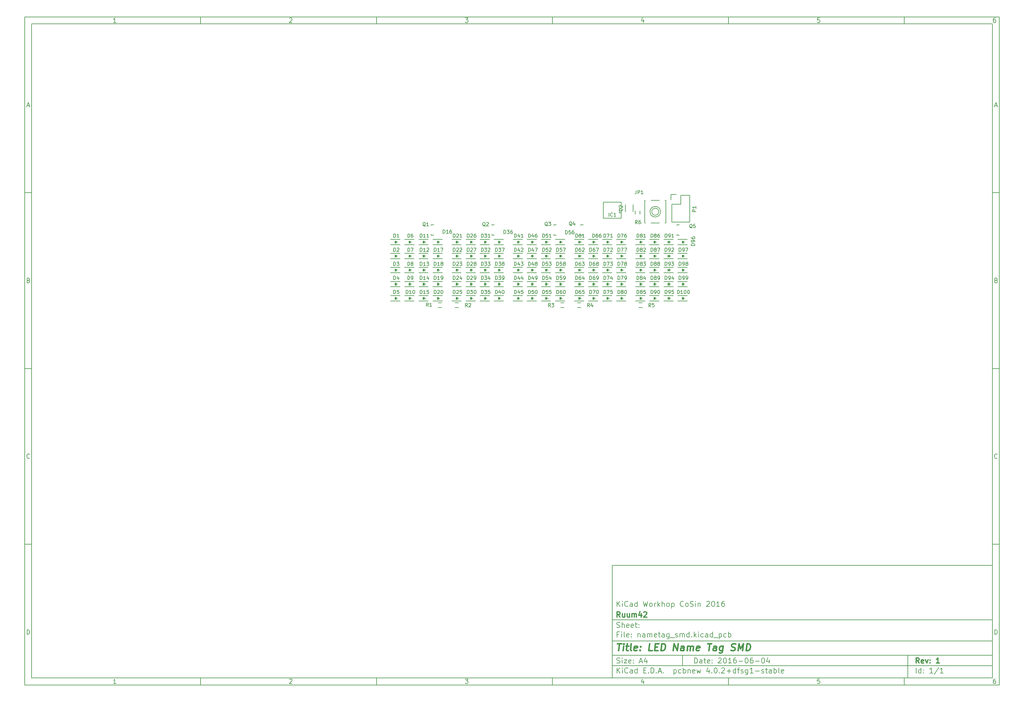
<source format=gbr>
G04 #@! TF.FileFunction,Legend,Top*
%FSLAX46Y46*%
G04 Gerber Fmt 4.6, Leading zero omitted, Abs format (unit mm)*
G04 Created by KiCad (PCBNEW 4.0.2+dfsg1-stable) date Wed 08 Jun 2016 02:12:19 CEST*
%MOMM*%
G01*
G04 APERTURE LIST*
%ADD10C,0.100000*%
%ADD11C,0.150000*%
%ADD12C,0.300000*%
%ADD13C,0.400000*%
%ADD14R,1.800860X0.800100*%
%ADD15R,1.727200X1.727200*%
%ADD16O,1.727200X1.727200*%
%ADD17R,1.000000X3.200000*%
%ADD18R,0.508000X1.500000*%
%ADD19R,1.200000X0.900000*%
%ADD20R,1.198880X1.198880*%
%ADD21C,2.000000*%
%ADD22R,0.900000X1.200000*%
%ADD23R,1.700000X2.000000*%
G04 APERTURE END LIST*
D10*
D11*
X177002200Y-166007200D02*
X177002200Y-198007200D01*
X285002200Y-198007200D01*
X285002200Y-166007200D01*
X177002200Y-166007200D01*
D10*
D11*
X10000000Y-10000000D02*
X10000000Y-200007200D01*
X287002200Y-200007200D01*
X287002200Y-10000000D01*
X10000000Y-10000000D01*
D10*
D11*
X12000000Y-12000000D02*
X12000000Y-198007200D01*
X285002200Y-198007200D01*
X285002200Y-12000000D01*
X12000000Y-12000000D01*
D10*
D11*
X60000000Y-12000000D02*
X60000000Y-10000000D01*
D10*
D11*
X110000000Y-12000000D02*
X110000000Y-10000000D01*
D10*
D11*
X160000000Y-12000000D02*
X160000000Y-10000000D01*
D10*
D11*
X210000000Y-12000000D02*
X210000000Y-10000000D01*
D10*
D11*
X260000000Y-12000000D02*
X260000000Y-10000000D01*
D10*
D11*
X35990476Y-11588095D02*
X35247619Y-11588095D01*
X35619048Y-11588095D02*
X35619048Y-10288095D01*
X35495238Y-10473810D01*
X35371429Y-10597619D01*
X35247619Y-10659524D01*
D10*
D11*
X85247619Y-10411905D02*
X85309524Y-10350000D01*
X85433333Y-10288095D01*
X85742857Y-10288095D01*
X85866667Y-10350000D01*
X85928571Y-10411905D01*
X85990476Y-10535714D01*
X85990476Y-10659524D01*
X85928571Y-10845238D01*
X85185714Y-11588095D01*
X85990476Y-11588095D01*
D10*
D11*
X135185714Y-10288095D02*
X135990476Y-10288095D01*
X135557143Y-10783333D01*
X135742857Y-10783333D01*
X135866667Y-10845238D01*
X135928571Y-10907143D01*
X135990476Y-11030952D01*
X135990476Y-11340476D01*
X135928571Y-11464286D01*
X135866667Y-11526190D01*
X135742857Y-11588095D01*
X135371429Y-11588095D01*
X135247619Y-11526190D01*
X135185714Y-11464286D01*
D10*
D11*
X185866667Y-10721429D02*
X185866667Y-11588095D01*
X185557143Y-10226190D02*
X185247619Y-11154762D01*
X186052381Y-11154762D01*
D10*
D11*
X235928571Y-10288095D02*
X235309524Y-10288095D01*
X235247619Y-10907143D01*
X235309524Y-10845238D01*
X235433333Y-10783333D01*
X235742857Y-10783333D01*
X235866667Y-10845238D01*
X235928571Y-10907143D01*
X235990476Y-11030952D01*
X235990476Y-11340476D01*
X235928571Y-11464286D01*
X235866667Y-11526190D01*
X235742857Y-11588095D01*
X235433333Y-11588095D01*
X235309524Y-11526190D01*
X235247619Y-11464286D01*
D10*
D11*
X285866667Y-10288095D02*
X285619048Y-10288095D01*
X285495238Y-10350000D01*
X285433333Y-10411905D01*
X285309524Y-10597619D01*
X285247619Y-10845238D01*
X285247619Y-11340476D01*
X285309524Y-11464286D01*
X285371429Y-11526190D01*
X285495238Y-11588095D01*
X285742857Y-11588095D01*
X285866667Y-11526190D01*
X285928571Y-11464286D01*
X285990476Y-11340476D01*
X285990476Y-11030952D01*
X285928571Y-10907143D01*
X285866667Y-10845238D01*
X285742857Y-10783333D01*
X285495238Y-10783333D01*
X285371429Y-10845238D01*
X285309524Y-10907143D01*
X285247619Y-11030952D01*
D10*
D11*
X60000000Y-198007200D02*
X60000000Y-200007200D01*
D10*
D11*
X110000000Y-198007200D02*
X110000000Y-200007200D01*
D10*
D11*
X160000000Y-198007200D02*
X160000000Y-200007200D01*
D10*
D11*
X210000000Y-198007200D02*
X210000000Y-200007200D01*
D10*
D11*
X260000000Y-198007200D02*
X260000000Y-200007200D01*
D10*
D11*
X35990476Y-199595295D02*
X35247619Y-199595295D01*
X35619048Y-199595295D02*
X35619048Y-198295295D01*
X35495238Y-198481010D01*
X35371429Y-198604819D01*
X35247619Y-198666724D01*
D10*
D11*
X85247619Y-198419105D02*
X85309524Y-198357200D01*
X85433333Y-198295295D01*
X85742857Y-198295295D01*
X85866667Y-198357200D01*
X85928571Y-198419105D01*
X85990476Y-198542914D01*
X85990476Y-198666724D01*
X85928571Y-198852438D01*
X85185714Y-199595295D01*
X85990476Y-199595295D01*
D10*
D11*
X135185714Y-198295295D02*
X135990476Y-198295295D01*
X135557143Y-198790533D01*
X135742857Y-198790533D01*
X135866667Y-198852438D01*
X135928571Y-198914343D01*
X135990476Y-199038152D01*
X135990476Y-199347676D01*
X135928571Y-199471486D01*
X135866667Y-199533390D01*
X135742857Y-199595295D01*
X135371429Y-199595295D01*
X135247619Y-199533390D01*
X135185714Y-199471486D01*
D10*
D11*
X185866667Y-198728629D02*
X185866667Y-199595295D01*
X185557143Y-198233390D02*
X185247619Y-199161962D01*
X186052381Y-199161962D01*
D10*
D11*
X235928571Y-198295295D02*
X235309524Y-198295295D01*
X235247619Y-198914343D01*
X235309524Y-198852438D01*
X235433333Y-198790533D01*
X235742857Y-198790533D01*
X235866667Y-198852438D01*
X235928571Y-198914343D01*
X235990476Y-199038152D01*
X235990476Y-199347676D01*
X235928571Y-199471486D01*
X235866667Y-199533390D01*
X235742857Y-199595295D01*
X235433333Y-199595295D01*
X235309524Y-199533390D01*
X235247619Y-199471486D01*
D10*
D11*
X285866667Y-198295295D02*
X285619048Y-198295295D01*
X285495238Y-198357200D01*
X285433333Y-198419105D01*
X285309524Y-198604819D01*
X285247619Y-198852438D01*
X285247619Y-199347676D01*
X285309524Y-199471486D01*
X285371429Y-199533390D01*
X285495238Y-199595295D01*
X285742857Y-199595295D01*
X285866667Y-199533390D01*
X285928571Y-199471486D01*
X285990476Y-199347676D01*
X285990476Y-199038152D01*
X285928571Y-198914343D01*
X285866667Y-198852438D01*
X285742857Y-198790533D01*
X285495238Y-198790533D01*
X285371429Y-198852438D01*
X285309524Y-198914343D01*
X285247619Y-199038152D01*
D10*
D11*
X10000000Y-60000000D02*
X12000000Y-60000000D01*
D10*
D11*
X10000000Y-110000000D02*
X12000000Y-110000000D01*
D10*
D11*
X10000000Y-160000000D02*
X12000000Y-160000000D01*
D10*
D11*
X10690476Y-35216667D02*
X11309524Y-35216667D01*
X10566667Y-35588095D02*
X11000000Y-34288095D01*
X11433333Y-35588095D01*
D10*
D11*
X11092857Y-84907143D02*
X11278571Y-84969048D01*
X11340476Y-85030952D01*
X11402381Y-85154762D01*
X11402381Y-85340476D01*
X11340476Y-85464286D01*
X11278571Y-85526190D01*
X11154762Y-85588095D01*
X10659524Y-85588095D01*
X10659524Y-84288095D01*
X11092857Y-84288095D01*
X11216667Y-84350000D01*
X11278571Y-84411905D01*
X11340476Y-84535714D01*
X11340476Y-84659524D01*
X11278571Y-84783333D01*
X11216667Y-84845238D01*
X11092857Y-84907143D01*
X10659524Y-84907143D01*
D10*
D11*
X11402381Y-135464286D02*
X11340476Y-135526190D01*
X11154762Y-135588095D01*
X11030952Y-135588095D01*
X10845238Y-135526190D01*
X10721429Y-135402381D01*
X10659524Y-135278571D01*
X10597619Y-135030952D01*
X10597619Y-134845238D01*
X10659524Y-134597619D01*
X10721429Y-134473810D01*
X10845238Y-134350000D01*
X11030952Y-134288095D01*
X11154762Y-134288095D01*
X11340476Y-134350000D01*
X11402381Y-134411905D01*
D10*
D11*
X10659524Y-185588095D02*
X10659524Y-184288095D01*
X10969048Y-184288095D01*
X11154762Y-184350000D01*
X11278571Y-184473810D01*
X11340476Y-184597619D01*
X11402381Y-184845238D01*
X11402381Y-185030952D01*
X11340476Y-185278571D01*
X11278571Y-185402381D01*
X11154762Y-185526190D01*
X10969048Y-185588095D01*
X10659524Y-185588095D01*
D10*
D11*
X287002200Y-60000000D02*
X285002200Y-60000000D01*
D10*
D11*
X287002200Y-110000000D02*
X285002200Y-110000000D01*
D10*
D11*
X287002200Y-160000000D02*
X285002200Y-160000000D01*
D10*
D11*
X285692676Y-35216667D02*
X286311724Y-35216667D01*
X285568867Y-35588095D02*
X286002200Y-34288095D01*
X286435533Y-35588095D01*
D10*
D11*
X286095057Y-84907143D02*
X286280771Y-84969048D01*
X286342676Y-85030952D01*
X286404581Y-85154762D01*
X286404581Y-85340476D01*
X286342676Y-85464286D01*
X286280771Y-85526190D01*
X286156962Y-85588095D01*
X285661724Y-85588095D01*
X285661724Y-84288095D01*
X286095057Y-84288095D01*
X286218867Y-84350000D01*
X286280771Y-84411905D01*
X286342676Y-84535714D01*
X286342676Y-84659524D01*
X286280771Y-84783333D01*
X286218867Y-84845238D01*
X286095057Y-84907143D01*
X285661724Y-84907143D01*
D10*
D11*
X286404581Y-135464286D02*
X286342676Y-135526190D01*
X286156962Y-135588095D01*
X286033152Y-135588095D01*
X285847438Y-135526190D01*
X285723629Y-135402381D01*
X285661724Y-135278571D01*
X285599819Y-135030952D01*
X285599819Y-134845238D01*
X285661724Y-134597619D01*
X285723629Y-134473810D01*
X285847438Y-134350000D01*
X286033152Y-134288095D01*
X286156962Y-134288095D01*
X286342676Y-134350000D01*
X286404581Y-134411905D01*
D10*
D11*
X285661724Y-185588095D02*
X285661724Y-184288095D01*
X285971248Y-184288095D01*
X286156962Y-184350000D01*
X286280771Y-184473810D01*
X286342676Y-184597619D01*
X286404581Y-184845238D01*
X286404581Y-185030952D01*
X286342676Y-185278571D01*
X286280771Y-185402381D01*
X286156962Y-185526190D01*
X285971248Y-185588095D01*
X285661724Y-185588095D01*
D10*
D11*
X200359343Y-193785771D02*
X200359343Y-192285771D01*
X200716486Y-192285771D01*
X200930771Y-192357200D01*
X201073629Y-192500057D01*
X201145057Y-192642914D01*
X201216486Y-192928629D01*
X201216486Y-193142914D01*
X201145057Y-193428629D01*
X201073629Y-193571486D01*
X200930771Y-193714343D01*
X200716486Y-193785771D01*
X200359343Y-193785771D01*
X202502200Y-193785771D02*
X202502200Y-193000057D01*
X202430771Y-192857200D01*
X202287914Y-192785771D01*
X202002200Y-192785771D01*
X201859343Y-192857200D01*
X202502200Y-193714343D02*
X202359343Y-193785771D01*
X202002200Y-193785771D01*
X201859343Y-193714343D01*
X201787914Y-193571486D01*
X201787914Y-193428629D01*
X201859343Y-193285771D01*
X202002200Y-193214343D01*
X202359343Y-193214343D01*
X202502200Y-193142914D01*
X203002200Y-192785771D02*
X203573629Y-192785771D01*
X203216486Y-192285771D02*
X203216486Y-193571486D01*
X203287914Y-193714343D01*
X203430772Y-193785771D01*
X203573629Y-193785771D01*
X204645057Y-193714343D02*
X204502200Y-193785771D01*
X204216486Y-193785771D01*
X204073629Y-193714343D01*
X204002200Y-193571486D01*
X204002200Y-193000057D01*
X204073629Y-192857200D01*
X204216486Y-192785771D01*
X204502200Y-192785771D01*
X204645057Y-192857200D01*
X204716486Y-193000057D01*
X204716486Y-193142914D01*
X204002200Y-193285771D01*
X205359343Y-193642914D02*
X205430771Y-193714343D01*
X205359343Y-193785771D01*
X205287914Y-193714343D01*
X205359343Y-193642914D01*
X205359343Y-193785771D01*
X205359343Y-192857200D02*
X205430771Y-192928629D01*
X205359343Y-193000057D01*
X205287914Y-192928629D01*
X205359343Y-192857200D01*
X205359343Y-193000057D01*
X207145057Y-192428629D02*
X207216486Y-192357200D01*
X207359343Y-192285771D01*
X207716486Y-192285771D01*
X207859343Y-192357200D01*
X207930772Y-192428629D01*
X208002200Y-192571486D01*
X208002200Y-192714343D01*
X207930772Y-192928629D01*
X207073629Y-193785771D01*
X208002200Y-193785771D01*
X208930771Y-192285771D02*
X209073628Y-192285771D01*
X209216485Y-192357200D01*
X209287914Y-192428629D01*
X209359343Y-192571486D01*
X209430771Y-192857200D01*
X209430771Y-193214343D01*
X209359343Y-193500057D01*
X209287914Y-193642914D01*
X209216485Y-193714343D01*
X209073628Y-193785771D01*
X208930771Y-193785771D01*
X208787914Y-193714343D01*
X208716485Y-193642914D01*
X208645057Y-193500057D01*
X208573628Y-193214343D01*
X208573628Y-192857200D01*
X208645057Y-192571486D01*
X208716485Y-192428629D01*
X208787914Y-192357200D01*
X208930771Y-192285771D01*
X210859342Y-193785771D02*
X210002199Y-193785771D01*
X210430771Y-193785771D02*
X210430771Y-192285771D01*
X210287914Y-192500057D01*
X210145056Y-192642914D01*
X210002199Y-192714343D01*
X212145056Y-192285771D02*
X211859342Y-192285771D01*
X211716485Y-192357200D01*
X211645056Y-192428629D01*
X211502199Y-192642914D01*
X211430770Y-192928629D01*
X211430770Y-193500057D01*
X211502199Y-193642914D01*
X211573627Y-193714343D01*
X211716485Y-193785771D01*
X212002199Y-193785771D01*
X212145056Y-193714343D01*
X212216485Y-193642914D01*
X212287913Y-193500057D01*
X212287913Y-193142914D01*
X212216485Y-193000057D01*
X212145056Y-192928629D01*
X212002199Y-192857200D01*
X211716485Y-192857200D01*
X211573627Y-192928629D01*
X211502199Y-193000057D01*
X211430770Y-193142914D01*
X212930770Y-193214343D02*
X214073627Y-193214343D01*
X215073627Y-192285771D02*
X215216484Y-192285771D01*
X215359341Y-192357200D01*
X215430770Y-192428629D01*
X215502199Y-192571486D01*
X215573627Y-192857200D01*
X215573627Y-193214343D01*
X215502199Y-193500057D01*
X215430770Y-193642914D01*
X215359341Y-193714343D01*
X215216484Y-193785771D01*
X215073627Y-193785771D01*
X214930770Y-193714343D01*
X214859341Y-193642914D01*
X214787913Y-193500057D01*
X214716484Y-193214343D01*
X214716484Y-192857200D01*
X214787913Y-192571486D01*
X214859341Y-192428629D01*
X214930770Y-192357200D01*
X215073627Y-192285771D01*
X216859341Y-192285771D02*
X216573627Y-192285771D01*
X216430770Y-192357200D01*
X216359341Y-192428629D01*
X216216484Y-192642914D01*
X216145055Y-192928629D01*
X216145055Y-193500057D01*
X216216484Y-193642914D01*
X216287912Y-193714343D01*
X216430770Y-193785771D01*
X216716484Y-193785771D01*
X216859341Y-193714343D01*
X216930770Y-193642914D01*
X217002198Y-193500057D01*
X217002198Y-193142914D01*
X216930770Y-193000057D01*
X216859341Y-192928629D01*
X216716484Y-192857200D01*
X216430770Y-192857200D01*
X216287912Y-192928629D01*
X216216484Y-193000057D01*
X216145055Y-193142914D01*
X217645055Y-193214343D02*
X218787912Y-193214343D01*
X219787912Y-192285771D02*
X219930769Y-192285771D01*
X220073626Y-192357200D01*
X220145055Y-192428629D01*
X220216484Y-192571486D01*
X220287912Y-192857200D01*
X220287912Y-193214343D01*
X220216484Y-193500057D01*
X220145055Y-193642914D01*
X220073626Y-193714343D01*
X219930769Y-193785771D01*
X219787912Y-193785771D01*
X219645055Y-193714343D01*
X219573626Y-193642914D01*
X219502198Y-193500057D01*
X219430769Y-193214343D01*
X219430769Y-192857200D01*
X219502198Y-192571486D01*
X219573626Y-192428629D01*
X219645055Y-192357200D01*
X219787912Y-192285771D01*
X221573626Y-192785771D02*
X221573626Y-193785771D01*
X221216483Y-192214343D02*
X220859340Y-193285771D01*
X221787912Y-193285771D01*
D10*
D11*
X177002200Y-194507200D02*
X285002200Y-194507200D01*
D10*
D11*
X178359343Y-196585771D02*
X178359343Y-195085771D01*
X179216486Y-196585771D02*
X178573629Y-195728629D01*
X179216486Y-195085771D02*
X178359343Y-195942914D01*
X179859343Y-196585771D02*
X179859343Y-195585771D01*
X179859343Y-195085771D02*
X179787914Y-195157200D01*
X179859343Y-195228629D01*
X179930771Y-195157200D01*
X179859343Y-195085771D01*
X179859343Y-195228629D01*
X181430772Y-196442914D02*
X181359343Y-196514343D01*
X181145057Y-196585771D01*
X181002200Y-196585771D01*
X180787915Y-196514343D01*
X180645057Y-196371486D01*
X180573629Y-196228629D01*
X180502200Y-195942914D01*
X180502200Y-195728629D01*
X180573629Y-195442914D01*
X180645057Y-195300057D01*
X180787915Y-195157200D01*
X181002200Y-195085771D01*
X181145057Y-195085771D01*
X181359343Y-195157200D01*
X181430772Y-195228629D01*
X182716486Y-196585771D02*
X182716486Y-195800057D01*
X182645057Y-195657200D01*
X182502200Y-195585771D01*
X182216486Y-195585771D01*
X182073629Y-195657200D01*
X182716486Y-196514343D02*
X182573629Y-196585771D01*
X182216486Y-196585771D01*
X182073629Y-196514343D01*
X182002200Y-196371486D01*
X182002200Y-196228629D01*
X182073629Y-196085771D01*
X182216486Y-196014343D01*
X182573629Y-196014343D01*
X182716486Y-195942914D01*
X184073629Y-196585771D02*
X184073629Y-195085771D01*
X184073629Y-196514343D02*
X183930772Y-196585771D01*
X183645058Y-196585771D01*
X183502200Y-196514343D01*
X183430772Y-196442914D01*
X183359343Y-196300057D01*
X183359343Y-195871486D01*
X183430772Y-195728629D01*
X183502200Y-195657200D01*
X183645058Y-195585771D01*
X183930772Y-195585771D01*
X184073629Y-195657200D01*
X185930772Y-195800057D02*
X186430772Y-195800057D01*
X186645058Y-196585771D02*
X185930772Y-196585771D01*
X185930772Y-195085771D01*
X186645058Y-195085771D01*
X187287915Y-196442914D02*
X187359343Y-196514343D01*
X187287915Y-196585771D01*
X187216486Y-196514343D01*
X187287915Y-196442914D01*
X187287915Y-196585771D01*
X188002201Y-196585771D02*
X188002201Y-195085771D01*
X188359344Y-195085771D01*
X188573629Y-195157200D01*
X188716487Y-195300057D01*
X188787915Y-195442914D01*
X188859344Y-195728629D01*
X188859344Y-195942914D01*
X188787915Y-196228629D01*
X188716487Y-196371486D01*
X188573629Y-196514343D01*
X188359344Y-196585771D01*
X188002201Y-196585771D01*
X189502201Y-196442914D02*
X189573629Y-196514343D01*
X189502201Y-196585771D01*
X189430772Y-196514343D01*
X189502201Y-196442914D01*
X189502201Y-196585771D01*
X190145058Y-196157200D02*
X190859344Y-196157200D01*
X190002201Y-196585771D02*
X190502201Y-195085771D01*
X191002201Y-196585771D01*
X191502201Y-196442914D02*
X191573629Y-196514343D01*
X191502201Y-196585771D01*
X191430772Y-196514343D01*
X191502201Y-196442914D01*
X191502201Y-196585771D01*
X194502201Y-195585771D02*
X194502201Y-197085771D01*
X194502201Y-195657200D02*
X194645058Y-195585771D01*
X194930772Y-195585771D01*
X195073629Y-195657200D01*
X195145058Y-195728629D01*
X195216487Y-195871486D01*
X195216487Y-196300057D01*
X195145058Y-196442914D01*
X195073629Y-196514343D01*
X194930772Y-196585771D01*
X194645058Y-196585771D01*
X194502201Y-196514343D01*
X196502201Y-196514343D02*
X196359344Y-196585771D01*
X196073630Y-196585771D01*
X195930772Y-196514343D01*
X195859344Y-196442914D01*
X195787915Y-196300057D01*
X195787915Y-195871486D01*
X195859344Y-195728629D01*
X195930772Y-195657200D01*
X196073630Y-195585771D01*
X196359344Y-195585771D01*
X196502201Y-195657200D01*
X197145058Y-196585771D02*
X197145058Y-195085771D01*
X197145058Y-195657200D02*
X197287915Y-195585771D01*
X197573629Y-195585771D01*
X197716486Y-195657200D01*
X197787915Y-195728629D01*
X197859344Y-195871486D01*
X197859344Y-196300057D01*
X197787915Y-196442914D01*
X197716486Y-196514343D01*
X197573629Y-196585771D01*
X197287915Y-196585771D01*
X197145058Y-196514343D01*
X198502201Y-195585771D02*
X198502201Y-196585771D01*
X198502201Y-195728629D02*
X198573629Y-195657200D01*
X198716487Y-195585771D01*
X198930772Y-195585771D01*
X199073629Y-195657200D01*
X199145058Y-195800057D01*
X199145058Y-196585771D01*
X200430772Y-196514343D02*
X200287915Y-196585771D01*
X200002201Y-196585771D01*
X199859344Y-196514343D01*
X199787915Y-196371486D01*
X199787915Y-195800057D01*
X199859344Y-195657200D01*
X200002201Y-195585771D01*
X200287915Y-195585771D01*
X200430772Y-195657200D01*
X200502201Y-195800057D01*
X200502201Y-195942914D01*
X199787915Y-196085771D01*
X201002201Y-195585771D02*
X201287915Y-196585771D01*
X201573629Y-195871486D01*
X201859344Y-196585771D01*
X202145058Y-195585771D01*
X204502201Y-195585771D02*
X204502201Y-196585771D01*
X204145058Y-195014343D02*
X203787915Y-196085771D01*
X204716487Y-196085771D01*
X205287915Y-196442914D02*
X205359343Y-196514343D01*
X205287915Y-196585771D01*
X205216486Y-196514343D01*
X205287915Y-196442914D01*
X205287915Y-196585771D01*
X206287915Y-195085771D02*
X206430772Y-195085771D01*
X206573629Y-195157200D01*
X206645058Y-195228629D01*
X206716487Y-195371486D01*
X206787915Y-195657200D01*
X206787915Y-196014343D01*
X206716487Y-196300057D01*
X206645058Y-196442914D01*
X206573629Y-196514343D01*
X206430772Y-196585771D01*
X206287915Y-196585771D01*
X206145058Y-196514343D01*
X206073629Y-196442914D01*
X206002201Y-196300057D01*
X205930772Y-196014343D01*
X205930772Y-195657200D01*
X206002201Y-195371486D01*
X206073629Y-195228629D01*
X206145058Y-195157200D01*
X206287915Y-195085771D01*
X207430772Y-196442914D02*
X207502200Y-196514343D01*
X207430772Y-196585771D01*
X207359343Y-196514343D01*
X207430772Y-196442914D01*
X207430772Y-196585771D01*
X208073629Y-195228629D02*
X208145058Y-195157200D01*
X208287915Y-195085771D01*
X208645058Y-195085771D01*
X208787915Y-195157200D01*
X208859344Y-195228629D01*
X208930772Y-195371486D01*
X208930772Y-195514343D01*
X208859344Y-195728629D01*
X208002201Y-196585771D01*
X208930772Y-196585771D01*
X209573629Y-196014343D02*
X210716486Y-196014343D01*
X210145057Y-196585771D02*
X210145057Y-195442914D01*
X212073629Y-196585771D02*
X212073629Y-195085771D01*
X212073629Y-196514343D02*
X211930772Y-196585771D01*
X211645058Y-196585771D01*
X211502200Y-196514343D01*
X211430772Y-196442914D01*
X211359343Y-196300057D01*
X211359343Y-195871486D01*
X211430772Y-195728629D01*
X211502200Y-195657200D01*
X211645058Y-195585771D01*
X211930772Y-195585771D01*
X212073629Y-195657200D01*
X212573629Y-195585771D02*
X213145058Y-195585771D01*
X212787915Y-196585771D02*
X212787915Y-195300057D01*
X212859343Y-195157200D01*
X213002201Y-195085771D01*
X213145058Y-195085771D01*
X213573629Y-196514343D02*
X213716486Y-196585771D01*
X214002201Y-196585771D01*
X214145058Y-196514343D01*
X214216486Y-196371486D01*
X214216486Y-196300057D01*
X214145058Y-196157200D01*
X214002201Y-196085771D01*
X213787915Y-196085771D01*
X213645058Y-196014343D01*
X213573629Y-195871486D01*
X213573629Y-195800057D01*
X213645058Y-195657200D01*
X213787915Y-195585771D01*
X214002201Y-195585771D01*
X214145058Y-195657200D01*
X215502201Y-195585771D02*
X215502201Y-196800057D01*
X215430772Y-196942914D01*
X215359344Y-197014343D01*
X215216487Y-197085771D01*
X215002201Y-197085771D01*
X214859344Y-197014343D01*
X215502201Y-196514343D02*
X215359344Y-196585771D01*
X215073630Y-196585771D01*
X214930772Y-196514343D01*
X214859344Y-196442914D01*
X214787915Y-196300057D01*
X214787915Y-195871486D01*
X214859344Y-195728629D01*
X214930772Y-195657200D01*
X215073630Y-195585771D01*
X215359344Y-195585771D01*
X215502201Y-195657200D01*
X217002201Y-196585771D02*
X216145058Y-196585771D01*
X216573630Y-196585771D02*
X216573630Y-195085771D01*
X216430773Y-195300057D01*
X216287915Y-195442914D01*
X216145058Y-195514343D01*
X217645058Y-196014343D02*
X218787915Y-196014343D01*
X219430772Y-196514343D02*
X219573629Y-196585771D01*
X219859344Y-196585771D01*
X220002201Y-196514343D01*
X220073629Y-196371486D01*
X220073629Y-196300057D01*
X220002201Y-196157200D01*
X219859344Y-196085771D01*
X219645058Y-196085771D01*
X219502201Y-196014343D01*
X219430772Y-195871486D01*
X219430772Y-195800057D01*
X219502201Y-195657200D01*
X219645058Y-195585771D01*
X219859344Y-195585771D01*
X220002201Y-195657200D01*
X220502201Y-195585771D02*
X221073630Y-195585771D01*
X220716487Y-195085771D02*
X220716487Y-196371486D01*
X220787915Y-196514343D01*
X220930773Y-196585771D01*
X221073630Y-196585771D01*
X222216487Y-196585771D02*
X222216487Y-195800057D01*
X222145058Y-195657200D01*
X222002201Y-195585771D01*
X221716487Y-195585771D01*
X221573630Y-195657200D01*
X222216487Y-196514343D02*
X222073630Y-196585771D01*
X221716487Y-196585771D01*
X221573630Y-196514343D01*
X221502201Y-196371486D01*
X221502201Y-196228629D01*
X221573630Y-196085771D01*
X221716487Y-196014343D01*
X222073630Y-196014343D01*
X222216487Y-195942914D01*
X222930773Y-196585771D02*
X222930773Y-195085771D01*
X222930773Y-195657200D02*
X223073630Y-195585771D01*
X223359344Y-195585771D01*
X223502201Y-195657200D01*
X223573630Y-195728629D01*
X223645059Y-195871486D01*
X223645059Y-196300057D01*
X223573630Y-196442914D01*
X223502201Y-196514343D01*
X223359344Y-196585771D01*
X223073630Y-196585771D01*
X222930773Y-196514343D01*
X224502202Y-196585771D02*
X224359344Y-196514343D01*
X224287916Y-196371486D01*
X224287916Y-195085771D01*
X225645058Y-196514343D02*
X225502201Y-196585771D01*
X225216487Y-196585771D01*
X225073630Y-196514343D01*
X225002201Y-196371486D01*
X225002201Y-195800057D01*
X225073630Y-195657200D01*
X225216487Y-195585771D01*
X225502201Y-195585771D01*
X225645058Y-195657200D01*
X225716487Y-195800057D01*
X225716487Y-195942914D01*
X225002201Y-196085771D01*
D10*
D11*
X177002200Y-191507200D02*
X285002200Y-191507200D01*
D10*
D12*
X264216486Y-193785771D02*
X263716486Y-193071486D01*
X263359343Y-193785771D02*
X263359343Y-192285771D01*
X263930771Y-192285771D01*
X264073629Y-192357200D01*
X264145057Y-192428629D01*
X264216486Y-192571486D01*
X264216486Y-192785771D01*
X264145057Y-192928629D01*
X264073629Y-193000057D01*
X263930771Y-193071486D01*
X263359343Y-193071486D01*
X265430771Y-193714343D02*
X265287914Y-193785771D01*
X265002200Y-193785771D01*
X264859343Y-193714343D01*
X264787914Y-193571486D01*
X264787914Y-193000057D01*
X264859343Y-192857200D01*
X265002200Y-192785771D01*
X265287914Y-192785771D01*
X265430771Y-192857200D01*
X265502200Y-193000057D01*
X265502200Y-193142914D01*
X264787914Y-193285771D01*
X266002200Y-192785771D02*
X266359343Y-193785771D01*
X266716485Y-192785771D01*
X267287914Y-193642914D02*
X267359342Y-193714343D01*
X267287914Y-193785771D01*
X267216485Y-193714343D01*
X267287914Y-193642914D01*
X267287914Y-193785771D01*
X267287914Y-192857200D02*
X267359342Y-192928629D01*
X267287914Y-193000057D01*
X267216485Y-192928629D01*
X267287914Y-192857200D01*
X267287914Y-193000057D01*
X269930771Y-193785771D02*
X269073628Y-193785771D01*
X269502200Y-193785771D02*
X269502200Y-192285771D01*
X269359343Y-192500057D01*
X269216485Y-192642914D01*
X269073628Y-192714343D01*
D10*
D11*
X178287914Y-193714343D02*
X178502200Y-193785771D01*
X178859343Y-193785771D01*
X179002200Y-193714343D01*
X179073629Y-193642914D01*
X179145057Y-193500057D01*
X179145057Y-193357200D01*
X179073629Y-193214343D01*
X179002200Y-193142914D01*
X178859343Y-193071486D01*
X178573629Y-193000057D01*
X178430771Y-192928629D01*
X178359343Y-192857200D01*
X178287914Y-192714343D01*
X178287914Y-192571486D01*
X178359343Y-192428629D01*
X178430771Y-192357200D01*
X178573629Y-192285771D01*
X178930771Y-192285771D01*
X179145057Y-192357200D01*
X179787914Y-193785771D02*
X179787914Y-192785771D01*
X179787914Y-192285771D02*
X179716485Y-192357200D01*
X179787914Y-192428629D01*
X179859342Y-192357200D01*
X179787914Y-192285771D01*
X179787914Y-192428629D01*
X180359343Y-192785771D02*
X181145057Y-192785771D01*
X180359343Y-193785771D01*
X181145057Y-193785771D01*
X182287914Y-193714343D02*
X182145057Y-193785771D01*
X181859343Y-193785771D01*
X181716486Y-193714343D01*
X181645057Y-193571486D01*
X181645057Y-193000057D01*
X181716486Y-192857200D01*
X181859343Y-192785771D01*
X182145057Y-192785771D01*
X182287914Y-192857200D01*
X182359343Y-193000057D01*
X182359343Y-193142914D01*
X181645057Y-193285771D01*
X183002200Y-193642914D02*
X183073628Y-193714343D01*
X183002200Y-193785771D01*
X182930771Y-193714343D01*
X183002200Y-193642914D01*
X183002200Y-193785771D01*
X183002200Y-192857200D02*
X183073628Y-192928629D01*
X183002200Y-193000057D01*
X182930771Y-192928629D01*
X183002200Y-192857200D01*
X183002200Y-193000057D01*
X184787914Y-193357200D02*
X185502200Y-193357200D01*
X184645057Y-193785771D02*
X185145057Y-192285771D01*
X185645057Y-193785771D01*
X186787914Y-192785771D02*
X186787914Y-193785771D01*
X186430771Y-192214343D02*
X186073628Y-193285771D01*
X187002200Y-193285771D01*
D10*
D11*
X263359343Y-196585771D02*
X263359343Y-195085771D01*
X264716486Y-196585771D02*
X264716486Y-195085771D01*
X264716486Y-196514343D02*
X264573629Y-196585771D01*
X264287915Y-196585771D01*
X264145057Y-196514343D01*
X264073629Y-196442914D01*
X264002200Y-196300057D01*
X264002200Y-195871486D01*
X264073629Y-195728629D01*
X264145057Y-195657200D01*
X264287915Y-195585771D01*
X264573629Y-195585771D01*
X264716486Y-195657200D01*
X265430772Y-196442914D02*
X265502200Y-196514343D01*
X265430772Y-196585771D01*
X265359343Y-196514343D01*
X265430772Y-196442914D01*
X265430772Y-196585771D01*
X265430772Y-195657200D02*
X265502200Y-195728629D01*
X265430772Y-195800057D01*
X265359343Y-195728629D01*
X265430772Y-195657200D01*
X265430772Y-195800057D01*
X268073629Y-196585771D02*
X267216486Y-196585771D01*
X267645058Y-196585771D02*
X267645058Y-195085771D01*
X267502201Y-195300057D01*
X267359343Y-195442914D01*
X267216486Y-195514343D01*
X269787914Y-195014343D02*
X268502200Y-196942914D01*
X271073629Y-196585771D02*
X270216486Y-196585771D01*
X270645058Y-196585771D02*
X270645058Y-195085771D01*
X270502201Y-195300057D01*
X270359343Y-195442914D01*
X270216486Y-195514343D01*
D10*
D11*
X177002200Y-187507200D02*
X285002200Y-187507200D01*
D10*
D13*
X178454581Y-188211962D02*
X179597438Y-188211962D01*
X178776010Y-190211962D02*
X179026010Y-188211962D01*
X180014105Y-190211962D02*
X180180771Y-188878629D01*
X180264105Y-188211962D02*
X180156962Y-188307200D01*
X180240295Y-188402438D01*
X180347439Y-188307200D01*
X180264105Y-188211962D01*
X180240295Y-188402438D01*
X180847438Y-188878629D02*
X181609343Y-188878629D01*
X181216486Y-188211962D02*
X181002200Y-189926248D01*
X181073630Y-190116724D01*
X181252201Y-190211962D01*
X181442677Y-190211962D01*
X182395058Y-190211962D02*
X182216487Y-190116724D01*
X182145057Y-189926248D01*
X182359343Y-188211962D01*
X183930772Y-190116724D02*
X183728391Y-190211962D01*
X183347439Y-190211962D01*
X183168867Y-190116724D01*
X183097438Y-189926248D01*
X183192676Y-189164343D01*
X183311724Y-188973867D01*
X183514105Y-188878629D01*
X183895057Y-188878629D01*
X184073629Y-188973867D01*
X184145057Y-189164343D01*
X184121248Y-189354819D01*
X183145057Y-189545295D01*
X184895057Y-190021486D02*
X184978392Y-190116724D01*
X184871248Y-190211962D01*
X184787915Y-190116724D01*
X184895057Y-190021486D01*
X184871248Y-190211962D01*
X185026010Y-188973867D02*
X185109344Y-189069105D01*
X185002200Y-189164343D01*
X184918867Y-189069105D01*
X185026010Y-188973867D01*
X185002200Y-189164343D01*
X188299820Y-190211962D02*
X187347439Y-190211962D01*
X187597439Y-188211962D01*
X189097439Y-189164343D02*
X189764106Y-189164343D01*
X189918868Y-190211962D02*
X188966487Y-190211962D01*
X189216487Y-188211962D01*
X190168868Y-188211962D01*
X190776011Y-190211962D02*
X191026011Y-188211962D01*
X191502202Y-188211962D01*
X191776011Y-188307200D01*
X191942678Y-188497676D01*
X192014107Y-188688152D01*
X192061726Y-189069105D01*
X192026012Y-189354819D01*
X191883155Y-189735771D01*
X191764106Y-189926248D01*
X191549821Y-190116724D01*
X191252202Y-190211962D01*
X190776011Y-190211962D01*
X194299821Y-190211962D02*
X194549821Y-188211962D01*
X195442679Y-190211962D01*
X195692679Y-188211962D01*
X197252202Y-190211962D02*
X197383154Y-189164343D01*
X197311726Y-188973867D01*
X197133154Y-188878629D01*
X196752202Y-188878629D01*
X196549821Y-188973867D01*
X197264107Y-190116724D02*
X197061726Y-190211962D01*
X196585536Y-190211962D01*
X196406964Y-190116724D01*
X196335535Y-189926248D01*
X196359345Y-189735771D01*
X196478392Y-189545295D01*
X196680774Y-189450057D01*
X197156964Y-189450057D01*
X197359345Y-189354819D01*
X198204583Y-190211962D02*
X198371249Y-188878629D01*
X198347440Y-189069105D02*
X198454584Y-188973867D01*
X198656964Y-188878629D01*
X198942678Y-188878629D01*
X199121250Y-188973867D01*
X199192678Y-189164343D01*
X199061726Y-190211962D01*
X199192678Y-189164343D02*
X199311726Y-188973867D01*
X199514107Y-188878629D01*
X199799821Y-188878629D01*
X199978393Y-188973867D01*
X200049821Y-189164343D01*
X199918869Y-190211962D01*
X201645060Y-190116724D02*
X201442679Y-190211962D01*
X201061727Y-190211962D01*
X200883155Y-190116724D01*
X200811726Y-189926248D01*
X200906964Y-189164343D01*
X201026012Y-188973867D01*
X201228393Y-188878629D01*
X201609345Y-188878629D01*
X201787917Y-188973867D01*
X201859345Y-189164343D01*
X201835536Y-189354819D01*
X200859345Y-189545295D01*
X204073632Y-188211962D02*
X205216489Y-188211962D01*
X204395061Y-190211962D02*
X204645061Y-188211962D01*
X206490299Y-190211962D02*
X206621251Y-189164343D01*
X206549823Y-188973867D01*
X206371251Y-188878629D01*
X205990299Y-188878629D01*
X205787918Y-188973867D01*
X206502204Y-190116724D02*
X206299823Y-190211962D01*
X205823633Y-190211962D01*
X205645061Y-190116724D01*
X205573632Y-189926248D01*
X205597442Y-189735771D01*
X205716489Y-189545295D01*
X205918871Y-189450057D01*
X206395061Y-189450057D01*
X206597442Y-189354819D01*
X208466489Y-188878629D02*
X208264108Y-190497676D01*
X208145061Y-190688152D01*
X208037918Y-190783390D01*
X207835537Y-190878629D01*
X207549823Y-190878629D01*
X207371251Y-190783390D01*
X208311728Y-190116724D02*
X208109347Y-190211962D01*
X207728395Y-190211962D01*
X207549824Y-190116724D01*
X207466489Y-190021486D01*
X207395061Y-189831010D01*
X207466489Y-189259581D01*
X207585537Y-189069105D01*
X207692681Y-188973867D01*
X207895061Y-188878629D01*
X208276013Y-188878629D01*
X208454585Y-188973867D01*
X210692681Y-190116724D02*
X210966491Y-190211962D01*
X211442681Y-190211962D01*
X211645062Y-190116724D01*
X211752204Y-190021486D01*
X211871253Y-189831010D01*
X211895062Y-189640533D01*
X211823633Y-189450057D01*
X211740300Y-189354819D01*
X211561728Y-189259581D01*
X211192681Y-189164343D01*
X211014110Y-189069105D01*
X210930776Y-188973867D01*
X210859347Y-188783390D01*
X210883157Y-188592914D01*
X211002204Y-188402438D01*
X211109348Y-188307200D01*
X211311729Y-188211962D01*
X211787919Y-188211962D01*
X212061729Y-188307200D01*
X212680776Y-190211962D02*
X212930776Y-188211962D01*
X213418871Y-189640533D01*
X214264110Y-188211962D01*
X214014110Y-190211962D01*
X214966490Y-190211962D02*
X215216490Y-188211962D01*
X215692681Y-188211962D01*
X215966490Y-188307200D01*
X216133157Y-188497676D01*
X216204586Y-188688152D01*
X216252205Y-189069105D01*
X216216491Y-189354819D01*
X216073634Y-189735771D01*
X215954585Y-189926248D01*
X215740300Y-190116724D01*
X215442681Y-190211962D01*
X214966490Y-190211962D01*
D10*
D11*
X178859343Y-185600057D02*
X178359343Y-185600057D01*
X178359343Y-186385771D02*
X178359343Y-184885771D01*
X179073629Y-184885771D01*
X179645057Y-186385771D02*
X179645057Y-185385771D01*
X179645057Y-184885771D02*
X179573628Y-184957200D01*
X179645057Y-185028629D01*
X179716485Y-184957200D01*
X179645057Y-184885771D01*
X179645057Y-185028629D01*
X180573629Y-186385771D02*
X180430771Y-186314343D01*
X180359343Y-186171486D01*
X180359343Y-184885771D01*
X181716485Y-186314343D02*
X181573628Y-186385771D01*
X181287914Y-186385771D01*
X181145057Y-186314343D01*
X181073628Y-186171486D01*
X181073628Y-185600057D01*
X181145057Y-185457200D01*
X181287914Y-185385771D01*
X181573628Y-185385771D01*
X181716485Y-185457200D01*
X181787914Y-185600057D01*
X181787914Y-185742914D01*
X181073628Y-185885771D01*
X182430771Y-186242914D02*
X182502199Y-186314343D01*
X182430771Y-186385771D01*
X182359342Y-186314343D01*
X182430771Y-186242914D01*
X182430771Y-186385771D01*
X182430771Y-185457200D02*
X182502199Y-185528629D01*
X182430771Y-185600057D01*
X182359342Y-185528629D01*
X182430771Y-185457200D01*
X182430771Y-185600057D01*
X184287914Y-185385771D02*
X184287914Y-186385771D01*
X184287914Y-185528629D02*
X184359342Y-185457200D01*
X184502200Y-185385771D01*
X184716485Y-185385771D01*
X184859342Y-185457200D01*
X184930771Y-185600057D01*
X184930771Y-186385771D01*
X186287914Y-186385771D02*
X186287914Y-185600057D01*
X186216485Y-185457200D01*
X186073628Y-185385771D01*
X185787914Y-185385771D01*
X185645057Y-185457200D01*
X186287914Y-186314343D02*
X186145057Y-186385771D01*
X185787914Y-186385771D01*
X185645057Y-186314343D01*
X185573628Y-186171486D01*
X185573628Y-186028629D01*
X185645057Y-185885771D01*
X185787914Y-185814343D01*
X186145057Y-185814343D01*
X186287914Y-185742914D01*
X187002200Y-186385771D02*
X187002200Y-185385771D01*
X187002200Y-185528629D02*
X187073628Y-185457200D01*
X187216486Y-185385771D01*
X187430771Y-185385771D01*
X187573628Y-185457200D01*
X187645057Y-185600057D01*
X187645057Y-186385771D01*
X187645057Y-185600057D02*
X187716486Y-185457200D01*
X187859343Y-185385771D01*
X188073628Y-185385771D01*
X188216486Y-185457200D01*
X188287914Y-185600057D01*
X188287914Y-186385771D01*
X189573628Y-186314343D02*
X189430771Y-186385771D01*
X189145057Y-186385771D01*
X189002200Y-186314343D01*
X188930771Y-186171486D01*
X188930771Y-185600057D01*
X189002200Y-185457200D01*
X189145057Y-185385771D01*
X189430771Y-185385771D01*
X189573628Y-185457200D01*
X189645057Y-185600057D01*
X189645057Y-185742914D01*
X188930771Y-185885771D01*
X190073628Y-185385771D02*
X190645057Y-185385771D01*
X190287914Y-184885771D02*
X190287914Y-186171486D01*
X190359342Y-186314343D01*
X190502200Y-186385771D01*
X190645057Y-186385771D01*
X191787914Y-186385771D02*
X191787914Y-185600057D01*
X191716485Y-185457200D01*
X191573628Y-185385771D01*
X191287914Y-185385771D01*
X191145057Y-185457200D01*
X191787914Y-186314343D02*
X191645057Y-186385771D01*
X191287914Y-186385771D01*
X191145057Y-186314343D01*
X191073628Y-186171486D01*
X191073628Y-186028629D01*
X191145057Y-185885771D01*
X191287914Y-185814343D01*
X191645057Y-185814343D01*
X191787914Y-185742914D01*
X193145057Y-185385771D02*
X193145057Y-186600057D01*
X193073628Y-186742914D01*
X193002200Y-186814343D01*
X192859343Y-186885771D01*
X192645057Y-186885771D01*
X192502200Y-186814343D01*
X193145057Y-186314343D02*
X193002200Y-186385771D01*
X192716486Y-186385771D01*
X192573628Y-186314343D01*
X192502200Y-186242914D01*
X192430771Y-186100057D01*
X192430771Y-185671486D01*
X192502200Y-185528629D01*
X192573628Y-185457200D01*
X192716486Y-185385771D01*
X193002200Y-185385771D01*
X193145057Y-185457200D01*
X193502200Y-186528629D02*
X194645057Y-186528629D01*
X194930771Y-186314343D02*
X195073628Y-186385771D01*
X195359343Y-186385771D01*
X195502200Y-186314343D01*
X195573628Y-186171486D01*
X195573628Y-186100057D01*
X195502200Y-185957200D01*
X195359343Y-185885771D01*
X195145057Y-185885771D01*
X195002200Y-185814343D01*
X194930771Y-185671486D01*
X194930771Y-185600057D01*
X195002200Y-185457200D01*
X195145057Y-185385771D01*
X195359343Y-185385771D01*
X195502200Y-185457200D01*
X196216486Y-186385771D02*
X196216486Y-185385771D01*
X196216486Y-185528629D02*
X196287914Y-185457200D01*
X196430772Y-185385771D01*
X196645057Y-185385771D01*
X196787914Y-185457200D01*
X196859343Y-185600057D01*
X196859343Y-186385771D01*
X196859343Y-185600057D02*
X196930772Y-185457200D01*
X197073629Y-185385771D01*
X197287914Y-185385771D01*
X197430772Y-185457200D01*
X197502200Y-185600057D01*
X197502200Y-186385771D01*
X198859343Y-186385771D02*
X198859343Y-184885771D01*
X198859343Y-186314343D02*
X198716486Y-186385771D01*
X198430772Y-186385771D01*
X198287914Y-186314343D01*
X198216486Y-186242914D01*
X198145057Y-186100057D01*
X198145057Y-185671486D01*
X198216486Y-185528629D01*
X198287914Y-185457200D01*
X198430772Y-185385771D01*
X198716486Y-185385771D01*
X198859343Y-185457200D01*
X199573629Y-186242914D02*
X199645057Y-186314343D01*
X199573629Y-186385771D01*
X199502200Y-186314343D01*
X199573629Y-186242914D01*
X199573629Y-186385771D01*
X200287915Y-186385771D02*
X200287915Y-184885771D01*
X200430772Y-185814343D02*
X200859343Y-186385771D01*
X200859343Y-185385771D02*
X200287915Y-185957200D01*
X201502201Y-186385771D02*
X201502201Y-185385771D01*
X201502201Y-184885771D02*
X201430772Y-184957200D01*
X201502201Y-185028629D01*
X201573629Y-184957200D01*
X201502201Y-184885771D01*
X201502201Y-185028629D01*
X202859344Y-186314343D02*
X202716487Y-186385771D01*
X202430773Y-186385771D01*
X202287915Y-186314343D01*
X202216487Y-186242914D01*
X202145058Y-186100057D01*
X202145058Y-185671486D01*
X202216487Y-185528629D01*
X202287915Y-185457200D01*
X202430773Y-185385771D01*
X202716487Y-185385771D01*
X202859344Y-185457200D01*
X204145058Y-186385771D02*
X204145058Y-185600057D01*
X204073629Y-185457200D01*
X203930772Y-185385771D01*
X203645058Y-185385771D01*
X203502201Y-185457200D01*
X204145058Y-186314343D02*
X204002201Y-186385771D01*
X203645058Y-186385771D01*
X203502201Y-186314343D01*
X203430772Y-186171486D01*
X203430772Y-186028629D01*
X203502201Y-185885771D01*
X203645058Y-185814343D01*
X204002201Y-185814343D01*
X204145058Y-185742914D01*
X205502201Y-186385771D02*
X205502201Y-184885771D01*
X205502201Y-186314343D02*
X205359344Y-186385771D01*
X205073630Y-186385771D01*
X204930772Y-186314343D01*
X204859344Y-186242914D01*
X204787915Y-186100057D01*
X204787915Y-185671486D01*
X204859344Y-185528629D01*
X204930772Y-185457200D01*
X205073630Y-185385771D01*
X205359344Y-185385771D01*
X205502201Y-185457200D01*
X205859344Y-186528629D02*
X207002201Y-186528629D01*
X207359344Y-185385771D02*
X207359344Y-186885771D01*
X207359344Y-185457200D02*
X207502201Y-185385771D01*
X207787915Y-185385771D01*
X207930772Y-185457200D01*
X208002201Y-185528629D01*
X208073630Y-185671486D01*
X208073630Y-186100057D01*
X208002201Y-186242914D01*
X207930772Y-186314343D01*
X207787915Y-186385771D01*
X207502201Y-186385771D01*
X207359344Y-186314343D01*
X209359344Y-186314343D02*
X209216487Y-186385771D01*
X208930773Y-186385771D01*
X208787915Y-186314343D01*
X208716487Y-186242914D01*
X208645058Y-186100057D01*
X208645058Y-185671486D01*
X208716487Y-185528629D01*
X208787915Y-185457200D01*
X208930773Y-185385771D01*
X209216487Y-185385771D01*
X209359344Y-185457200D01*
X210002201Y-186385771D02*
X210002201Y-184885771D01*
X210002201Y-185457200D02*
X210145058Y-185385771D01*
X210430772Y-185385771D01*
X210573629Y-185457200D01*
X210645058Y-185528629D01*
X210716487Y-185671486D01*
X210716487Y-186100057D01*
X210645058Y-186242914D01*
X210573629Y-186314343D01*
X210430772Y-186385771D01*
X210145058Y-186385771D01*
X210002201Y-186314343D01*
D10*
D11*
X177002200Y-181507200D02*
X285002200Y-181507200D01*
D10*
D11*
X178287914Y-183614343D02*
X178502200Y-183685771D01*
X178859343Y-183685771D01*
X179002200Y-183614343D01*
X179073629Y-183542914D01*
X179145057Y-183400057D01*
X179145057Y-183257200D01*
X179073629Y-183114343D01*
X179002200Y-183042914D01*
X178859343Y-182971486D01*
X178573629Y-182900057D01*
X178430771Y-182828629D01*
X178359343Y-182757200D01*
X178287914Y-182614343D01*
X178287914Y-182471486D01*
X178359343Y-182328629D01*
X178430771Y-182257200D01*
X178573629Y-182185771D01*
X178930771Y-182185771D01*
X179145057Y-182257200D01*
X179787914Y-183685771D02*
X179787914Y-182185771D01*
X180430771Y-183685771D02*
X180430771Y-182900057D01*
X180359342Y-182757200D01*
X180216485Y-182685771D01*
X180002200Y-182685771D01*
X179859342Y-182757200D01*
X179787914Y-182828629D01*
X181716485Y-183614343D02*
X181573628Y-183685771D01*
X181287914Y-183685771D01*
X181145057Y-183614343D01*
X181073628Y-183471486D01*
X181073628Y-182900057D01*
X181145057Y-182757200D01*
X181287914Y-182685771D01*
X181573628Y-182685771D01*
X181716485Y-182757200D01*
X181787914Y-182900057D01*
X181787914Y-183042914D01*
X181073628Y-183185771D01*
X183002199Y-183614343D02*
X182859342Y-183685771D01*
X182573628Y-183685771D01*
X182430771Y-183614343D01*
X182359342Y-183471486D01*
X182359342Y-182900057D01*
X182430771Y-182757200D01*
X182573628Y-182685771D01*
X182859342Y-182685771D01*
X183002199Y-182757200D01*
X183073628Y-182900057D01*
X183073628Y-183042914D01*
X182359342Y-183185771D01*
X183502199Y-182685771D02*
X184073628Y-182685771D01*
X183716485Y-182185771D02*
X183716485Y-183471486D01*
X183787913Y-183614343D01*
X183930771Y-183685771D01*
X184073628Y-183685771D01*
X184573628Y-183542914D02*
X184645056Y-183614343D01*
X184573628Y-183685771D01*
X184502199Y-183614343D01*
X184573628Y-183542914D01*
X184573628Y-183685771D01*
X184573628Y-182757200D02*
X184645056Y-182828629D01*
X184573628Y-182900057D01*
X184502199Y-182828629D01*
X184573628Y-182757200D01*
X184573628Y-182900057D01*
D10*
D12*
X179216486Y-180685771D02*
X178716486Y-179971486D01*
X178359343Y-180685771D02*
X178359343Y-179185771D01*
X178930771Y-179185771D01*
X179073629Y-179257200D01*
X179145057Y-179328629D01*
X179216486Y-179471486D01*
X179216486Y-179685771D01*
X179145057Y-179828629D01*
X179073629Y-179900057D01*
X178930771Y-179971486D01*
X178359343Y-179971486D01*
X180502200Y-179685771D02*
X180502200Y-180685771D01*
X179859343Y-179685771D02*
X179859343Y-180471486D01*
X179930771Y-180614343D01*
X180073629Y-180685771D01*
X180287914Y-180685771D01*
X180430771Y-180614343D01*
X180502200Y-180542914D01*
X181859343Y-179685771D02*
X181859343Y-180685771D01*
X181216486Y-179685771D02*
X181216486Y-180471486D01*
X181287914Y-180614343D01*
X181430772Y-180685771D01*
X181645057Y-180685771D01*
X181787914Y-180614343D01*
X181859343Y-180542914D01*
X182573629Y-180685771D02*
X182573629Y-179685771D01*
X182573629Y-179828629D02*
X182645057Y-179757200D01*
X182787915Y-179685771D01*
X183002200Y-179685771D01*
X183145057Y-179757200D01*
X183216486Y-179900057D01*
X183216486Y-180685771D01*
X183216486Y-179900057D02*
X183287915Y-179757200D01*
X183430772Y-179685771D01*
X183645057Y-179685771D01*
X183787915Y-179757200D01*
X183859343Y-179900057D01*
X183859343Y-180685771D01*
X185216486Y-179685771D02*
X185216486Y-180685771D01*
X184859343Y-179114343D02*
X184502200Y-180185771D01*
X185430772Y-180185771D01*
X185930771Y-179328629D02*
X186002200Y-179257200D01*
X186145057Y-179185771D01*
X186502200Y-179185771D01*
X186645057Y-179257200D01*
X186716486Y-179328629D01*
X186787914Y-179471486D01*
X186787914Y-179614343D01*
X186716486Y-179828629D01*
X185859343Y-180685771D01*
X186787914Y-180685771D01*
D10*
D11*
X178359343Y-177685771D02*
X178359343Y-176185771D01*
X179216486Y-177685771D02*
X178573629Y-176828629D01*
X179216486Y-176185771D02*
X178359343Y-177042914D01*
X179859343Y-177685771D02*
X179859343Y-176685771D01*
X179859343Y-176185771D02*
X179787914Y-176257200D01*
X179859343Y-176328629D01*
X179930771Y-176257200D01*
X179859343Y-176185771D01*
X179859343Y-176328629D01*
X181430772Y-177542914D02*
X181359343Y-177614343D01*
X181145057Y-177685771D01*
X181002200Y-177685771D01*
X180787915Y-177614343D01*
X180645057Y-177471486D01*
X180573629Y-177328629D01*
X180502200Y-177042914D01*
X180502200Y-176828629D01*
X180573629Y-176542914D01*
X180645057Y-176400057D01*
X180787915Y-176257200D01*
X181002200Y-176185771D01*
X181145057Y-176185771D01*
X181359343Y-176257200D01*
X181430772Y-176328629D01*
X182716486Y-177685771D02*
X182716486Y-176900057D01*
X182645057Y-176757200D01*
X182502200Y-176685771D01*
X182216486Y-176685771D01*
X182073629Y-176757200D01*
X182716486Y-177614343D02*
X182573629Y-177685771D01*
X182216486Y-177685771D01*
X182073629Y-177614343D01*
X182002200Y-177471486D01*
X182002200Y-177328629D01*
X182073629Y-177185771D01*
X182216486Y-177114343D01*
X182573629Y-177114343D01*
X182716486Y-177042914D01*
X184073629Y-177685771D02*
X184073629Y-176185771D01*
X184073629Y-177614343D02*
X183930772Y-177685771D01*
X183645058Y-177685771D01*
X183502200Y-177614343D01*
X183430772Y-177542914D01*
X183359343Y-177400057D01*
X183359343Y-176971486D01*
X183430772Y-176828629D01*
X183502200Y-176757200D01*
X183645058Y-176685771D01*
X183930772Y-176685771D01*
X184073629Y-176757200D01*
X185787915Y-176185771D02*
X186145058Y-177685771D01*
X186430772Y-176614343D01*
X186716486Y-177685771D01*
X187073629Y-176185771D01*
X187859344Y-177685771D02*
X187716486Y-177614343D01*
X187645058Y-177542914D01*
X187573629Y-177400057D01*
X187573629Y-176971486D01*
X187645058Y-176828629D01*
X187716486Y-176757200D01*
X187859344Y-176685771D01*
X188073629Y-176685771D01*
X188216486Y-176757200D01*
X188287915Y-176828629D01*
X188359344Y-176971486D01*
X188359344Y-177400057D01*
X188287915Y-177542914D01*
X188216486Y-177614343D01*
X188073629Y-177685771D01*
X187859344Y-177685771D01*
X189002201Y-177685771D02*
X189002201Y-176685771D01*
X189002201Y-176971486D02*
X189073629Y-176828629D01*
X189145058Y-176757200D01*
X189287915Y-176685771D01*
X189430772Y-176685771D01*
X189930772Y-177685771D02*
X189930772Y-176185771D01*
X190073629Y-177114343D02*
X190502200Y-177685771D01*
X190502200Y-176685771D02*
X189930772Y-177257200D01*
X191145058Y-177685771D02*
X191145058Y-176185771D01*
X191787915Y-177685771D02*
X191787915Y-176900057D01*
X191716486Y-176757200D01*
X191573629Y-176685771D01*
X191359344Y-176685771D01*
X191216486Y-176757200D01*
X191145058Y-176828629D01*
X192716487Y-177685771D02*
X192573629Y-177614343D01*
X192502201Y-177542914D01*
X192430772Y-177400057D01*
X192430772Y-176971486D01*
X192502201Y-176828629D01*
X192573629Y-176757200D01*
X192716487Y-176685771D01*
X192930772Y-176685771D01*
X193073629Y-176757200D01*
X193145058Y-176828629D01*
X193216487Y-176971486D01*
X193216487Y-177400057D01*
X193145058Y-177542914D01*
X193073629Y-177614343D01*
X192930772Y-177685771D01*
X192716487Y-177685771D01*
X193859344Y-176685771D02*
X193859344Y-178185771D01*
X193859344Y-176757200D02*
X194002201Y-176685771D01*
X194287915Y-176685771D01*
X194430772Y-176757200D01*
X194502201Y-176828629D01*
X194573630Y-176971486D01*
X194573630Y-177400057D01*
X194502201Y-177542914D01*
X194430772Y-177614343D01*
X194287915Y-177685771D01*
X194002201Y-177685771D01*
X193859344Y-177614343D01*
X197216487Y-177542914D02*
X197145058Y-177614343D01*
X196930772Y-177685771D01*
X196787915Y-177685771D01*
X196573630Y-177614343D01*
X196430772Y-177471486D01*
X196359344Y-177328629D01*
X196287915Y-177042914D01*
X196287915Y-176828629D01*
X196359344Y-176542914D01*
X196430772Y-176400057D01*
X196573630Y-176257200D01*
X196787915Y-176185771D01*
X196930772Y-176185771D01*
X197145058Y-176257200D01*
X197216487Y-176328629D01*
X198073630Y-177685771D02*
X197930772Y-177614343D01*
X197859344Y-177542914D01*
X197787915Y-177400057D01*
X197787915Y-176971486D01*
X197859344Y-176828629D01*
X197930772Y-176757200D01*
X198073630Y-176685771D01*
X198287915Y-176685771D01*
X198430772Y-176757200D01*
X198502201Y-176828629D01*
X198573630Y-176971486D01*
X198573630Y-177400057D01*
X198502201Y-177542914D01*
X198430772Y-177614343D01*
X198287915Y-177685771D01*
X198073630Y-177685771D01*
X199145058Y-177614343D02*
X199359344Y-177685771D01*
X199716487Y-177685771D01*
X199859344Y-177614343D01*
X199930773Y-177542914D01*
X200002201Y-177400057D01*
X200002201Y-177257200D01*
X199930773Y-177114343D01*
X199859344Y-177042914D01*
X199716487Y-176971486D01*
X199430773Y-176900057D01*
X199287915Y-176828629D01*
X199216487Y-176757200D01*
X199145058Y-176614343D01*
X199145058Y-176471486D01*
X199216487Y-176328629D01*
X199287915Y-176257200D01*
X199430773Y-176185771D01*
X199787915Y-176185771D01*
X200002201Y-176257200D01*
X200645058Y-177685771D02*
X200645058Y-176685771D01*
X200645058Y-176185771D02*
X200573629Y-176257200D01*
X200645058Y-176328629D01*
X200716486Y-176257200D01*
X200645058Y-176185771D01*
X200645058Y-176328629D01*
X201359344Y-176685771D02*
X201359344Y-177685771D01*
X201359344Y-176828629D02*
X201430772Y-176757200D01*
X201573630Y-176685771D01*
X201787915Y-176685771D01*
X201930772Y-176757200D01*
X202002201Y-176900057D01*
X202002201Y-177685771D01*
X203787915Y-176328629D02*
X203859344Y-176257200D01*
X204002201Y-176185771D01*
X204359344Y-176185771D01*
X204502201Y-176257200D01*
X204573630Y-176328629D01*
X204645058Y-176471486D01*
X204645058Y-176614343D01*
X204573630Y-176828629D01*
X203716487Y-177685771D01*
X204645058Y-177685771D01*
X205573629Y-176185771D02*
X205716486Y-176185771D01*
X205859343Y-176257200D01*
X205930772Y-176328629D01*
X206002201Y-176471486D01*
X206073629Y-176757200D01*
X206073629Y-177114343D01*
X206002201Y-177400057D01*
X205930772Y-177542914D01*
X205859343Y-177614343D01*
X205716486Y-177685771D01*
X205573629Y-177685771D01*
X205430772Y-177614343D01*
X205359343Y-177542914D01*
X205287915Y-177400057D01*
X205216486Y-177114343D01*
X205216486Y-176757200D01*
X205287915Y-176471486D01*
X205359343Y-176328629D01*
X205430772Y-176257200D01*
X205573629Y-176185771D01*
X207502200Y-177685771D02*
X206645057Y-177685771D01*
X207073629Y-177685771D02*
X207073629Y-176185771D01*
X206930772Y-176400057D01*
X206787914Y-176542914D01*
X206645057Y-176614343D01*
X208787914Y-176185771D02*
X208502200Y-176185771D01*
X208359343Y-176257200D01*
X208287914Y-176328629D01*
X208145057Y-176542914D01*
X208073628Y-176828629D01*
X208073628Y-177400057D01*
X208145057Y-177542914D01*
X208216485Y-177614343D01*
X208359343Y-177685771D01*
X208645057Y-177685771D01*
X208787914Y-177614343D01*
X208859343Y-177542914D01*
X208930771Y-177400057D01*
X208930771Y-177042914D01*
X208859343Y-176900057D01*
X208787914Y-176828629D01*
X208645057Y-176757200D01*
X208359343Y-176757200D01*
X208216485Y-176828629D01*
X208145057Y-176900057D01*
X208073628Y-177042914D01*
D10*
D11*
X197002200Y-191507200D02*
X197002200Y-194507200D01*
D10*
D11*
X261002200Y-191507200D02*
X261002200Y-198007200D01*
X168750800Y-72099820D02*
X168049760Y-72099820D01*
X168049760Y-72099820D02*
X168049760Y-71850900D01*
X168049760Y-69300840D02*
X168049760Y-69100180D01*
X168049760Y-69100180D02*
X168750800Y-69100180D01*
X193930000Y-63270000D02*
X193930000Y-68350000D01*
X193650000Y-60450000D02*
X195200000Y-60450000D01*
X196470000Y-60730000D02*
X196470000Y-63270000D01*
X196470000Y-63270000D02*
X193930000Y-63270000D01*
X193930000Y-68350000D02*
X199010000Y-68350000D01*
X199010000Y-68350000D02*
X199010000Y-63270000D01*
X193650000Y-60450000D02*
X193650000Y-62000000D01*
X199010000Y-60730000D02*
X196470000Y-60730000D01*
X199010000Y-63270000D02*
X199010000Y-60730000D01*
X186200000Y-62150000D02*
X186400000Y-62150000D01*
X192200000Y-62150000D02*
X192000000Y-62150000D01*
X192200000Y-68650000D02*
X192000000Y-68650000D01*
X186200000Y-68650000D02*
X186400000Y-68650000D01*
X188000000Y-68650000D02*
X190400000Y-68650000D01*
X188000000Y-62150000D02*
X190400000Y-62150000D01*
X186200000Y-62150000D02*
X186200000Y-68650000D01*
X192200000Y-68650000D02*
X192200000Y-62150000D01*
X190200000Y-65400000D02*
G75*
G03X190200000Y-65400000I-1000000J0D01*
G01*
X190700000Y-65400000D02*
G75*
G03X190700000Y-65400000I-1500000J0D01*
G01*
X179540000Y-67286000D02*
X174460000Y-67286000D01*
X174460000Y-67286000D02*
X174460000Y-62714000D01*
X174460000Y-62714000D02*
X179540000Y-62714000D01*
X179540000Y-62714000D02*
X179540000Y-67286000D01*
X179540000Y-65762000D02*
X179032000Y-65762000D01*
X179032000Y-65762000D02*
X179032000Y-64492000D01*
X179032000Y-64492000D02*
X179540000Y-64492000D01*
X196050800Y-72099820D02*
X195349760Y-72099820D01*
X195349760Y-72099820D02*
X195349760Y-71850900D01*
X195349760Y-69300840D02*
X195349760Y-69100180D01*
X195349760Y-69100180D02*
X196050800Y-69100180D01*
X143450800Y-72099820D02*
X142749760Y-72099820D01*
X142749760Y-72099820D02*
X142749760Y-71850900D01*
X142749760Y-69300840D02*
X142749760Y-69100180D01*
X142749760Y-69100180D02*
X143450800Y-69100180D01*
X161050800Y-72099820D02*
X160349760Y-72099820D01*
X160349760Y-72099820D02*
X160349760Y-71850900D01*
X160349760Y-69300840D02*
X160349760Y-69100180D01*
X160349760Y-69100180D02*
X161050800Y-69100180D01*
X133300000Y-92675000D02*
X132300000Y-92675000D01*
X132300000Y-91325000D02*
X133300000Y-91325000D01*
X195600000Y-90750000D02*
X198300000Y-90750000D01*
X195600000Y-89250000D02*
X198300000Y-89250000D01*
X197100000Y-90150000D02*
X197100000Y-89900000D01*
X197100000Y-89900000D02*
X196950000Y-90050000D01*
X196850000Y-89650000D02*
X196850000Y-90350000D01*
X197200000Y-90000000D02*
X197550000Y-90000000D01*
X196850000Y-90000000D02*
X197200000Y-89650000D01*
X197200000Y-89650000D02*
X197200000Y-90350000D01*
X197200000Y-90350000D02*
X196850000Y-90000000D01*
X195600000Y-86750000D02*
X198300000Y-86750000D01*
X195600000Y-85250000D02*
X198300000Y-85250000D01*
X197100000Y-86150000D02*
X197100000Y-85900000D01*
X197100000Y-85900000D02*
X196950000Y-86050000D01*
X196850000Y-85650000D02*
X196850000Y-86350000D01*
X197200000Y-86000000D02*
X197550000Y-86000000D01*
X196850000Y-86000000D02*
X197200000Y-85650000D01*
X197200000Y-85650000D02*
X197200000Y-86350000D01*
X197200000Y-86350000D02*
X196850000Y-86000000D01*
X195600000Y-82750000D02*
X198300000Y-82750000D01*
X195600000Y-81250000D02*
X198300000Y-81250000D01*
X197100000Y-82150000D02*
X197100000Y-81900000D01*
X197100000Y-81900000D02*
X196950000Y-82050000D01*
X196850000Y-81650000D02*
X196850000Y-82350000D01*
X197200000Y-82000000D02*
X197550000Y-82000000D01*
X196850000Y-82000000D02*
X197200000Y-81650000D01*
X197200000Y-81650000D02*
X197200000Y-82350000D01*
X197200000Y-82350000D02*
X196850000Y-82000000D01*
X195600000Y-78750000D02*
X198300000Y-78750000D01*
X195600000Y-77250000D02*
X198300000Y-77250000D01*
X197100000Y-78150000D02*
X197100000Y-77900000D01*
X197100000Y-77900000D02*
X196950000Y-78050000D01*
X196850000Y-77650000D02*
X196850000Y-78350000D01*
X197200000Y-78000000D02*
X197550000Y-78000000D01*
X196850000Y-78000000D02*
X197200000Y-77650000D01*
X197200000Y-77650000D02*
X197200000Y-78350000D01*
X197200000Y-78350000D02*
X196850000Y-78000000D01*
X195600000Y-74750000D02*
X198300000Y-74750000D01*
X195600000Y-73250000D02*
X198300000Y-73250000D01*
X197100000Y-74150000D02*
X197100000Y-73900000D01*
X197100000Y-73900000D02*
X196950000Y-74050000D01*
X196850000Y-73650000D02*
X196850000Y-74350000D01*
X197200000Y-74000000D02*
X197550000Y-74000000D01*
X196850000Y-74000000D02*
X197200000Y-73650000D01*
X197200000Y-73650000D02*
X197200000Y-74350000D01*
X197200000Y-74350000D02*
X196850000Y-74000000D01*
X191600000Y-90750000D02*
X194300000Y-90750000D01*
X191600000Y-89250000D02*
X194300000Y-89250000D01*
X193100000Y-90150000D02*
X193100000Y-89900000D01*
X193100000Y-89900000D02*
X192950000Y-90050000D01*
X192850000Y-89650000D02*
X192850000Y-90350000D01*
X193200000Y-90000000D02*
X193550000Y-90000000D01*
X192850000Y-90000000D02*
X193200000Y-89650000D01*
X193200000Y-89650000D02*
X193200000Y-90350000D01*
X193200000Y-90350000D02*
X192850000Y-90000000D01*
X191600000Y-86750000D02*
X194300000Y-86750000D01*
X191600000Y-85250000D02*
X194300000Y-85250000D01*
X193100000Y-86150000D02*
X193100000Y-85900000D01*
X193100000Y-85900000D02*
X192950000Y-86050000D01*
X192850000Y-85650000D02*
X192850000Y-86350000D01*
X193200000Y-86000000D02*
X193550000Y-86000000D01*
X192850000Y-86000000D02*
X193200000Y-85650000D01*
X193200000Y-85650000D02*
X193200000Y-86350000D01*
X193200000Y-86350000D02*
X192850000Y-86000000D01*
X191600000Y-82750000D02*
X194300000Y-82750000D01*
X191600000Y-81250000D02*
X194300000Y-81250000D01*
X193100000Y-82150000D02*
X193100000Y-81900000D01*
X193100000Y-81900000D02*
X192950000Y-82050000D01*
X192850000Y-81650000D02*
X192850000Y-82350000D01*
X193200000Y-82000000D02*
X193550000Y-82000000D01*
X192850000Y-82000000D02*
X193200000Y-81650000D01*
X193200000Y-81650000D02*
X193200000Y-82350000D01*
X193200000Y-82350000D02*
X192850000Y-82000000D01*
X191600000Y-78750000D02*
X194300000Y-78750000D01*
X191600000Y-77250000D02*
X194300000Y-77250000D01*
X193100000Y-78150000D02*
X193100000Y-77900000D01*
X193100000Y-77900000D02*
X192950000Y-78050000D01*
X192850000Y-77650000D02*
X192850000Y-78350000D01*
X193200000Y-78000000D02*
X193550000Y-78000000D01*
X192850000Y-78000000D02*
X193200000Y-77650000D01*
X193200000Y-77650000D02*
X193200000Y-78350000D01*
X193200000Y-78350000D02*
X192850000Y-78000000D01*
X191600000Y-74750000D02*
X194300000Y-74750000D01*
X191600000Y-73250000D02*
X194300000Y-73250000D01*
X193100000Y-74150000D02*
X193100000Y-73900000D01*
X193100000Y-73900000D02*
X192950000Y-74050000D01*
X192850000Y-73650000D02*
X192850000Y-74350000D01*
X193200000Y-74000000D02*
X193550000Y-74000000D01*
X192850000Y-74000000D02*
X193200000Y-73650000D01*
X193200000Y-73650000D02*
X193200000Y-74350000D01*
X193200000Y-74350000D02*
X192850000Y-74000000D01*
X187600000Y-90750000D02*
X190300000Y-90750000D01*
X187600000Y-89250000D02*
X190300000Y-89250000D01*
X189100000Y-90150000D02*
X189100000Y-89900000D01*
X189100000Y-89900000D02*
X188950000Y-90050000D01*
X188850000Y-89650000D02*
X188850000Y-90350000D01*
X189200000Y-90000000D02*
X189550000Y-90000000D01*
X188850000Y-90000000D02*
X189200000Y-89650000D01*
X189200000Y-89650000D02*
X189200000Y-90350000D01*
X189200000Y-90350000D02*
X188850000Y-90000000D01*
X187600000Y-86750000D02*
X190300000Y-86750000D01*
X187600000Y-85250000D02*
X190300000Y-85250000D01*
X189100000Y-86150000D02*
X189100000Y-85900000D01*
X189100000Y-85900000D02*
X188950000Y-86050000D01*
X188850000Y-85650000D02*
X188850000Y-86350000D01*
X189200000Y-86000000D02*
X189550000Y-86000000D01*
X188850000Y-86000000D02*
X189200000Y-85650000D01*
X189200000Y-85650000D02*
X189200000Y-86350000D01*
X189200000Y-86350000D02*
X188850000Y-86000000D01*
X187600000Y-82750000D02*
X190300000Y-82750000D01*
X187600000Y-81250000D02*
X190300000Y-81250000D01*
X189100000Y-82150000D02*
X189100000Y-81900000D01*
X189100000Y-81900000D02*
X188950000Y-82050000D01*
X188850000Y-81650000D02*
X188850000Y-82350000D01*
X189200000Y-82000000D02*
X189550000Y-82000000D01*
X188850000Y-82000000D02*
X189200000Y-81650000D01*
X189200000Y-81650000D02*
X189200000Y-82350000D01*
X189200000Y-82350000D02*
X188850000Y-82000000D01*
X187600000Y-78750000D02*
X190300000Y-78750000D01*
X187600000Y-77250000D02*
X190300000Y-77250000D01*
X189100000Y-78150000D02*
X189100000Y-77900000D01*
X189100000Y-77900000D02*
X188950000Y-78050000D01*
X188850000Y-77650000D02*
X188850000Y-78350000D01*
X189200000Y-78000000D02*
X189550000Y-78000000D01*
X188850000Y-78000000D02*
X189200000Y-77650000D01*
X189200000Y-77650000D02*
X189200000Y-78350000D01*
X189200000Y-78350000D02*
X188850000Y-78000000D01*
X187600000Y-74750000D02*
X190300000Y-74750000D01*
X187600000Y-73250000D02*
X190300000Y-73250000D01*
X189100000Y-74150000D02*
X189100000Y-73900000D01*
X189100000Y-73900000D02*
X188950000Y-74050000D01*
X188850000Y-73650000D02*
X188850000Y-74350000D01*
X189200000Y-74000000D02*
X189550000Y-74000000D01*
X188850000Y-74000000D02*
X189200000Y-73650000D01*
X189200000Y-73650000D02*
X189200000Y-74350000D01*
X189200000Y-74350000D02*
X188850000Y-74000000D01*
X183600000Y-90750000D02*
X186300000Y-90750000D01*
X183600000Y-89250000D02*
X186300000Y-89250000D01*
X185100000Y-90150000D02*
X185100000Y-89900000D01*
X185100000Y-89900000D02*
X184950000Y-90050000D01*
X184850000Y-89650000D02*
X184850000Y-90350000D01*
X185200000Y-90000000D02*
X185550000Y-90000000D01*
X184850000Y-90000000D02*
X185200000Y-89650000D01*
X185200000Y-89650000D02*
X185200000Y-90350000D01*
X185200000Y-90350000D02*
X184850000Y-90000000D01*
X183600000Y-86750000D02*
X186300000Y-86750000D01*
X183600000Y-85250000D02*
X186300000Y-85250000D01*
X185100000Y-86150000D02*
X185100000Y-85900000D01*
X185100000Y-85900000D02*
X184950000Y-86050000D01*
X184850000Y-85650000D02*
X184850000Y-86350000D01*
X185200000Y-86000000D02*
X185550000Y-86000000D01*
X184850000Y-86000000D02*
X185200000Y-85650000D01*
X185200000Y-85650000D02*
X185200000Y-86350000D01*
X185200000Y-86350000D02*
X184850000Y-86000000D01*
X183600000Y-82750000D02*
X186300000Y-82750000D01*
X183600000Y-81250000D02*
X186300000Y-81250000D01*
X185100000Y-82150000D02*
X185100000Y-81900000D01*
X185100000Y-81900000D02*
X184950000Y-82050000D01*
X184850000Y-81650000D02*
X184850000Y-82350000D01*
X185200000Y-82000000D02*
X185550000Y-82000000D01*
X184850000Y-82000000D02*
X185200000Y-81650000D01*
X185200000Y-81650000D02*
X185200000Y-82350000D01*
X185200000Y-82350000D02*
X184850000Y-82000000D01*
X183600000Y-78750000D02*
X186300000Y-78750000D01*
X183600000Y-77250000D02*
X186300000Y-77250000D01*
X185100000Y-78150000D02*
X185100000Y-77900000D01*
X185100000Y-77900000D02*
X184950000Y-78050000D01*
X184850000Y-77650000D02*
X184850000Y-78350000D01*
X185200000Y-78000000D02*
X185550000Y-78000000D01*
X184850000Y-78000000D02*
X185200000Y-77650000D01*
X185200000Y-77650000D02*
X185200000Y-78350000D01*
X185200000Y-78350000D02*
X184850000Y-78000000D01*
X183600000Y-74750000D02*
X186300000Y-74750000D01*
X183600000Y-73250000D02*
X186300000Y-73250000D01*
X185100000Y-74150000D02*
X185100000Y-73900000D01*
X185100000Y-73900000D02*
X184950000Y-74050000D01*
X184850000Y-73650000D02*
X184850000Y-74350000D01*
X185200000Y-74000000D02*
X185550000Y-74000000D01*
X184850000Y-74000000D02*
X185200000Y-73650000D01*
X185200000Y-73650000D02*
X185200000Y-74350000D01*
X185200000Y-74350000D02*
X184850000Y-74000000D01*
X178200000Y-90750000D02*
X180900000Y-90750000D01*
X178200000Y-89250000D02*
X180900000Y-89250000D01*
X179700000Y-90150000D02*
X179700000Y-89900000D01*
X179700000Y-89900000D02*
X179550000Y-90050000D01*
X179450000Y-89650000D02*
X179450000Y-90350000D01*
X179800000Y-90000000D02*
X180150000Y-90000000D01*
X179450000Y-90000000D02*
X179800000Y-89650000D01*
X179800000Y-89650000D02*
X179800000Y-90350000D01*
X179800000Y-90350000D02*
X179450000Y-90000000D01*
X178200000Y-86750000D02*
X180900000Y-86750000D01*
X178200000Y-85250000D02*
X180900000Y-85250000D01*
X179700000Y-86150000D02*
X179700000Y-85900000D01*
X179700000Y-85900000D02*
X179550000Y-86050000D01*
X179450000Y-85650000D02*
X179450000Y-86350000D01*
X179800000Y-86000000D02*
X180150000Y-86000000D01*
X179450000Y-86000000D02*
X179800000Y-85650000D01*
X179800000Y-85650000D02*
X179800000Y-86350000D01*
X179800000Y-86350000D02*
X179450000Y-86000000D01*
X178200000Y-82750000D02*
X180900000Y-82750000D01*
X178200000Y-81250000D02*
X180900000Y-81250000D01*
X179700000Y-82150000D02*
X179700000Y-81900000D01*
X179700000Y-81900000D02*
X179550000Y-82050000D01*
X179450000Y-81650000D02*
X179450000Y-82350000D01*
X179800000Y-82000000D02*
X180150000Y-82000000D01*
X179450000Y-82000000D02*
X179800000Y-81650000D01*
X179800000Y-81650000D02*
X179800000Y-82350000D01*
X179800000Y-82350000D02*
X179450000Y-82000000D01*
X178200000Y-78750000D02*
X180900000Y-78750000D01*
X178200000Y-77250000D02*
X180900000Y-77250000D01*
X179700000Y-78150000D02*
X179700000Y-77900000D01*
X179700000Y-77900000D02*
X179550000Y-78050000D01*
X179450000Y-77650000D02*
X179450000Y-78350000D01*
X179800000Y-78000000D02*
X180150000Y-78000000D01*
X179450000Y-78000000D02*
X179800000Y-77650000D01*
X179800000Y-77650000D02*
X179800000Y-78350000D01*
X179800000Y-78350000D02*
X179450000Y-78000000D01*
X178200000Y-74750000D02*
X180900000Y-74750000D01*
X178200000Y-73250000D02*
X180900000Y-73250000D01*
X179700000Y-74150000D02*
X179700000Y-73900000D01*
X179700000Y-73900000D02*
X179550000Y-74050000D01*
X179450000Y-73650000D02*
X179450000Y-74350000D01*
X179800000Y-74000000D02*
X180150000Y-74000000D01*
X179450000Y-74000000D02*
X179800000Y-73650000D01*
X179800000Y-73650000D02*
X179800000Y-74350000D01*
X179800000Y-74350000D02*
X179450000Y-74000000D01*
X174200000Y-90750000D02*
X176900000Y-90750000D01*
X174200000Y-89250000D02*
X176900000Y-89250000D01*
X175700000Y-90150000D02*
X175700000Y-89900000D01*
X175700000Y-89900000D02*
X175550000Y-90050000D01*
X175450000Y-89650000D02*
X175450000Y-90350000D01*
X175800000Y-90000000D02*
X176150000Y-90000000D01*
X175450000Y-90000000D02*
X175800000Y-89650000D01*
X175800000Y-89650000D02*
X175800000Y-90350000D01*
X175800000Y-90350000D02*
X175450000Y-90000000D01*
X174200000Y-86750000D02*
X176900000Y-86750000D01*
X174200000Y-85250000D02*
X176900000Y-85250000D01*
X175700000Y-86150000D02*
X175700000Y-85900000D01*
X175700000Y-85900000D02*
X175550000Y-86050000D01*
X175450000Y-85650000D02*
X175450000Y-86350000D01*
X175800000Y-86000000D02*
X176150000Y-86000000D01*
X175450000Y-86000000D02*
X175800000Y-85650000D01*
X175800000Y-85650000D02*
X175800000Y-86350000D01*
X175800000Y-86350000D02*
X175450000Y-86000000D01*
X174200000Y-82750000D02*
X176900000Y-82750000D01*
X174200000Y-81250000D02*
X176900000Y-81250000D01*
X175700000Y-82150000D02*
X175700000Y-81900000D01*
X175700000Y-81900000D02*
X175550000Y-82050000D01*
X175450000Y-81650000D02*
X175450000Y-82350000D01*
X175800000Y-82000000D02*
X176150000Y-82000000D01*
X175450000Y-82000000D02*
X175800000Y-81650000D01*
X175800000Y-81650000D02*
X175800000Y-82350000D01*
X175800000Y-82350000D02*
X175450000Y-82000000D01*
X174200000Y-78750000D02*
X176900000Y-78750000D01*
X174200000Y-77250000D02*
X176900000Y-77250000D01*
X175700000Y-78150000D02*
X175700000Y-77900000D01*
X175700000Y-77900000D02*
X175550000Y-78050000D01*
X175450000Y-77650000D02*
X175450000Y-78350000D01*
X175800000Y-78000000D02*
X176150000Y-78000000D01*
X175450000Y-78000000D02*
X175800000Y-77650000D01*
X175800000Y-77650000D02*
X175800000Y-78350000D01*
X175800000Y-78350000D02*
X175450000Y-78000000D01*
X174200000Y-74750000D02*
X176900000Y-74750000D01*
X174200000Y-73250000D02*
X176900000Y-73250000D01*
X175700000Y-74150000D02*
X175700000Y-73900000D01*
X175700000Y-73900000D02*
X175550000Y-74050000D01*
X175450000Y-73650000D02*
X175450000Y-74350000D01*
X175800000Y-74000000D02*
X176150000Y-74000000D01*
X175450000Y-74000000D02*
X175800000Y-73650000D01*
X175800000Y-73650000D02*
X175800000Y-74350000D01*
X175800000Y-74350000D02*
X175450000Y-74000000D01*
X170200000Y-90750000D02*
X172900000Y-90750000D01*
X170200000Y-89250000D02*
X172900000Y-89250000D01*
X171700000Y-90150000D02*
X171700000Y-89900000D01*
X171700000Y-89900000D02*
X171550000Y-90050000D01*
X171450000Y-89650000D02*
X171450000Y-90350000D01*
X171800000Y-90000000D02*
X172150000Y-90000000D01*
X171450000Y-90000000D02*
X171800000Y-89650000D01*
X171800000Y-89650000D02*
X171800000Y-90350000D01*
X171800000Y-90350000D02*
X171450000Y-90000000D01*
X170200000Y-86750000D02*
X172900000Y-86750000D01*
X170200000Y-85250000D02*
X172900000Y-85250000D01*
X171700000Y-86150000D02*
X171700000Y-85900000D01*
X171700000Y-85900000D02*
X171550000Y-86050000D01*
X171450000Y-85650000D02*
X171450000Y-86350000D01*
X171800000Y-86000000D02*
X172150000Y-86000000D01*
X171450000Y-86000000D02*
X171800000Y-85650000D01*
X171800000Y-85650000D02*
X171800000Y-86350000D01*
X171800000Y-86350000D02*
X171450000Y-86000000D01*
X170200000Y-82750000D02*
X172900000Y-82750000D01*
X170200000Y-81250000D02*
X172900000Y-81250000D01*
X171700000Y-82150000D02*
X171700000Y-81900000D01*
X171700000Y-81900000D02*
X171550000Y-82050000D01*
X171450000Y-81650000D02*
X171450000Y-82350000D01*
X171800000Y-82000000D02*
X172150000Y-82000000D01*
X171450000Y-82000000D02*
X171800000Y-81650000D01*
X171800000Y-81650000D02*
X171800000Y-82350000D01*
X171800000Y-82350000D02*
X171450000Y-82000000D01*
X170200000Y-78750000D02*
X172900000Y-78750000D01*
X170200000Y-77250000D02*
X172900000Y-77250000D01*
X171700000Y-78150000D02*
X171700000Y-77900000D01*
X171700000Y-77900000D02*
X171550000Y-78050000D01*
X171450000Y-77650000D02*
X171450000Y-78350000D01*
X171800000Y-78000000D02*
X172150000Y-78000000D01*
X171450000Y-78000000D02*
X171800000Y-77650000D01*
X171800000Y-77650000D02*
X171800000Y-78350000D01*
X171800000Y-78350000D02*
X171450000Y-78000000D01*
X170200000Y-74750000D02*
X172900000Y-74750000D01*
X170200000Y-73250000D02*
X172900000Y-73250000D01*
X171700000Y-74150000D02*
X171700000Y-73900000D01*
X171700000Y-73900000D02*
X171550000Y-74050000D01*
X171450000Y-73650000D02*
X171450000Y-74350000D01*
X171800000Y-74000000D02*
X172150000Y-74000000D01*
X171450000Y-74000000D02*
X171800000Y-73650000D01*
X171800000Y-73650000D02*
X171800000Y-74350000D01*
X171800000Y-74350000D02*
X171450000Y-74000000D01*
X166200000Y-90750000D02*
X168900000Y-90750000D01*
X166200000Y-89250000D02*
X168900000Y-89250000D01*
X167700000Y-90150000D02*
X167700000Y-89900000D01*
X167700000Y-89900000D02*
X167550000Y-90050000D01*
X167450000Y-89650000D02*
X167450000Y-90350000D01*
X167800000Y-90000000D02*
X168150000Y-90000000D01*
X167450000Y-90000000D02*
X167800000Y-89650000D01*
X167800000Y-89650000D02*
X167800000Y-90350000D01*
X167800000Y-90350000D02*
X167450000Y-90000000D01*
X166200000Y-86750000D02*
X168900000Y-86750000D01*
X166200000Y-85250000D02*
X168900000Y-85250000D01*
X167700000Y-86150000D02*
X167700000Y-85900000D01*
X167700000Y-85900000D02*
X167550000Y-86050000D01*
X167450000Y-85650000D02*
X167450000Y-86350000D01*
X167800000Y-86000000D02*
X168150000Y-86000000D01*
X167450000Y-86000000D02*
X167800000Y-85650000D01*
X167800000Y-85650000D02*
X167800000Y-86350000D01*
X167800000Y-86350000D02*
X167450000Y-86000000D01*
X166200000Y-82750000D02*
X168900000Y-82750000D01*
X166200000Y-81250000D02*
X168900000Y-81250000D01*
X167700000Y-82150000D02*
X167700000Y-81900000D01*
X167700000Y-81900000D02*
X167550000Y-82050000D01*
X167450000Y-81650000D02*
X167450000Y-82350000D01*
X167800000Y-82000000D02*
X168150000Y-82000000D01*
X167450000Y-82000000D02*
X167800000Y-81650000D01*
X167800000Y-81650000D02*
X167800000Y-82350000D01*
X167800000Y-82350000D02*
X167450000Y-82000000D01*
X166200000Y-78750000D02*
X168900000Y-78750000D01*
X166200000Y-77250000D02*
X168900000Y-77250000D01*
X167700000Y-78150000D02*
X167700000Y-77900000D01*
X167700000Y-77900000D02*
X167550000Y-78050000D01*
X167450000Y-77650000D02*
X167450000Y-78350000D01*
X167800000Y-78000000D02*
X168150000Y-78000000D01*
X167450000Y-78000000D02*
X167800000Y-77650000D01*
X167800000Y-77650000D02*
X167800000Y-78350000D01*
X167800000Y-78350000D02*
X167450000Y-78000000D01*
X166200000Y-74750000D02*
X168900000Y-74750000D01*
X166200000Y-73250000D02*
X168900000Y-73250000D01*
X167700000Y-74150000D02*
X167700000Y-73900000D01*
X167700000Y-73900000D02*
X167550000Y-74050000D01*
X167450000Y-73650000D02*
X167450000Y-74350000D01*
X167800000Y-74000000D02*
X168150000Y-74000000D01*
X167450000Y-74000000D02*
X167800000Y-73650000D01*
X167800000Y-73650000D02*
X167800000Y-74350000D01*
X167800000Y-74350000D02*
X167450000Y-74000000D01*
X160800000Y-90750000D02*
X163500000Y-90750000D01*
X160800000Y-89250000D02*
X163500000Y-89250000D01*
X162300000Y-90150000D02*
X162300000Y-89900000D01*
X162300000Y-89900000D02*
X162150000Y-90050000D01*
X162050000Y-89650000D02*
X162050000Y-90350000D01*
X162400000Y-90000000D02*
X162750000Y-90000000D01*
X162050000Y-90000000D02*
X162400000Y-89650000D01*
X162400000Y-89650000D02*
X162400000Y-90350000D01*
X162400000Y-90350000D02*
X162050000Y-90000000D01*
X160800000Y-86750000D02*
X163500000Y-86750000D01*
X160800000Y-85250000D02*
X163500000Y-85250000D01*
X162300000Y-86150000D02*
X162300000Y-85900000D01*
X162300000Y-85900000D02*
X162150000Y-86050000D01*
X162050000Y-85650000D02*
X162050000Y-86350000D01*
X162400000Y-86000000D02*
X162750000Y-86000000D01*
X162050000Y-86000000D02*
X162400000Y-85650000D01*
X162400000Y-85650000D02*
X162400000Y-86350000D01*
X162400000Y-86350000D02*
X162050000Y-86000000D01*
X160800000Y-82750000D02*
X163500000Y-82750000D01*
X160800000Y-81250000D02*
X163500000Y-81250000D01*
X162300000Y-82150000D02*
X162300000Y-81900000D01*
X162300000Y-81900000D02*
X162150000Y-82050000D01*
X162050000Y-81650000D02*
X162050000Y-82350000D01*
X162400000Y-82000000D02*
X162750000Y-82000000D01*
X162050000Y-82000000D02*
X162400000Y-81650000D01*
X162400000Y-81650000D02*
X162400000Y-82350000D01*
X162400000Y-82350000D02*
X162050000Y-82000000D01*
X160800000Y-78750000D02*
X163500000Y-78750000D01*
X160800000Y-77250000D02*
X163500000Y-77250000D01*
X162300000Y-78150000D02*
X162300000Y-77900000D01*
X162300000Y-77900000D02*
X162150000Y-78050000D01*
X162050000Y-77650000D02*
X162050000Y-78350000D01*
X162400000Y-78000000D02*
X162750000Y-78000000D01*
X162050000Y-78000000D02*
X162400000Y-77650000D01*
X162400000Y-77650000D02*
X162400000Y-78350000D01*
X162400000Y-78350000D02*
X162050000Y-78000000D01*
X160800000Y-74750000D02*
X163500000Y-74750000D01*
X160800000Y-73250000D02*
X163500000Y-73250000D01*
X162300000Y-74150000D02*
X162300000Y-73900000D01*
X162300000Y-73900000D02*
X162150000Y-74050000D01*
X162050000Y-73650000D02*
X162050000Y-74350000D01*
X162400000Y-74000000D02*
X162750000Y-74000000D01*
X162050000Y-74000000D02*
X162400000Y-73650000D01*
X162400000Y-73650000D02*
X162400000Y-74350000D01*
X162400000Y-74350000D02*
X162050000Y-74000000D01*
X156800000Y-90750000D02*
X159500000Y-90750000D01*
X156800000Y-89250000D02*
X159500000Y-89250000D01*
X158300000Y-90150000D02*
X158300000Y-89900000D01*
X158300000Y-89900000D02*
X158150000Y-90050000D01*
X158050000Y-89650000D02*
X158050000Y-90350000D01*
X158400000Y-90000000D02*
X158750000Y-90000000D01*
X158050000Y-90000000D02*
X158400000Y-89650000D01*
X158400000Y-89650000D02*
X158400000Y-90350000D01*
X158400000Y-90350000D02*
X158050000Y-90000000D01*
X156800000Y-86750000D02*
X159500000Y-86750000D01*
X156800000Y-85250000D02*
X159500000Y-85250000D01*
X158300000Y-86150000D02*
X158300000Y-85900000D01*
X158300000Y-85900000D02*
X158150000Y-86050000D01*
X158050000Y-85650000D02*
X158050000Y-86350000D01*
X158400000Y-86000000D02*
X158750000Y-86000000D01*
X158050000Y-86000000D02*
X158400000Y-85650000D01*
X158400000Y-85650000D02*
X158400000Y-86350000D01*
X158400000Y-86350000D02*
X158050000Y-86000000D01*
X156800000Y-82750000D02*
X159500000Y-82750000D01*
X156800000Y-81250000D02*
X159500000Y-81250000D01*
X158300000Y-82150000D02*
X158300000Y-81900000D01*
X158300000Y-81900000D02*
X158150000Y-82050000D01*
X158050000Y-81650000D02*
X158050000Y-82350000D01*
X158400000Y-82000000D02*
X158750000Y-82000000D01*
X158050000Y-82000000D02*
X158400000Y-81650000D01*
X158400000Y-81650000D02*
X158400000Y-82350000D01*
X158400000Y-82350000D02*
X158050000Y-82000000D01*
X156800000Y-78750000D02*
X159500000Y-78750000D01*
X156800000Y-77250000D02*
X159500000Y-77250000D01*
X158300000Y-78150000D02*
X158300000Y-77900000D01*
X158300000Y-77900000D02*
X158150000Y-78050000D01*
X158050000Y-77650000D02*
X158050000Y-78350000D01*
X158400000Y-78000000D02*
X158750000Y-78000000D01*
X158050000Y-78000000D02*
X158400000Y-77650000D01*
X158400000Y-77650000D02*
X158400000Y-78350000D01*
X158400000Y-78350000D02*
X158050000Y-78000000D01*
X156800000Y-74750000D02*
X159500000Y-74750000D01*
X156800000Y-73250000D02*
X159500000Y-73250000D01*
X158300000Y-74150000D02*
X158300000Y-73900000D01*
X158300000Y-73900000D02*
X158150000Y-74050000D01*
X158050000Y-73650000D02*
X158050000Y-74350000D01*
X158400000Y-74000000D02*
X158750000Y-74000000D01*
X158050000Y-74000000D02*
X158400000Y-73650000D01*
X158400000Y-73650000D02*
X158400000Y-74350000D01*
X158400000Y-74350000D02*
X158050000Y-74000000D01*
X152800000Y-90750000D02*
X155500000Y-90750000D01*
X152800000Y-89250000D02*
X155500000Y-89250000D01*
X154300000Y-90150000D02*
X154300000Y-89900000D01*
X154300000Y-89900000D02*
X154150000Y-90050000D01*
X154050000Y-89650000D02*
X154050000Y-90350000D01*
X154400000Y-90000000D02*
X154750000Y-90000000D01*
X154050000Y-90000000D02*
X154400000Y-89650000D01*
X154400000Y-89650000D02*
X154400000Y-90350000D01*
X154400000Y-90350000D02*
X154050000Y-90000000D01*
X152800000Y-86750000D02*
X155500000Y-86750000D01*
X152800000Y-85250000D02*
X155500000Y-85250000D01*
X154300000Y-86150000D02*
X154300000Y-85900000D01*
X154300000Y-85900000D02*
X154150000Y-86050000D01*
X154050000Y-85650000D02*
X154050000Y-86350000D01*
X154400000Y-86000000D02*
X154750000Y-86000000D01*
X154050000Y-86000000D02*
X154400000Y-85650000D01*
X154400000Y-85650000D02*
X154400000Y-86350000D01*
X154400000Y-86350000D02*
X154050000Y-86000000D01*
X152800000Y-82750000D02*
X155500000Y-82750000D01*
X152800000Y-81250000D02*
X155500000Y-81250000D01*
X154300000Y-82150000D02*
X154300000Y-81900000D01*
X154300000Y-81900000D02*
X154150000Y-82050000D01*
X154050000Y-81650000D02*
X154050000Y-82350000D01*
X154400000Y-82000000D02*
X154750000Y-82000000D01*
X154050000Y-82000000D02*
X154400000Y-81650000D01*
X154400000Y-81650000D02*
X154400000Y-82350000D01*
X154400000Y-82350000D02*
X154050000Y-82000000D01*
X152800000Y-78750000D02*
X155500000Y-78750000D01*
X152800000Y-77250000D02*
X155500000Y-77250000D01*
X154300000Y-78150000D02*
X154300000Y-77900000D01*
X154300000Y-77900000D02*
X154150000Y-78050000D01*
X154050000Y-77650000D02*
X154050000Y-78350000D01*
X154400000Y-78000000D02*
X154750000Y-78000000D01*
X154050000Y-78000000D02*
X154400000Y-77650000D01*
X154400000Y-77650000D02*
X154400000Y-78350000D01*
X154400000Y-78350000D02*
X154050000Y-78000000D01*
X152800000Y-74750000D02*
X155500000Y-74750000D01*
X152800000Y-73250000D02*
X155500000Y-73250000D01*
X154300000Y-74150000D02*
X154300000Y-73900000D01*
X154300000Y-73900000D02*
X154150000Y-74050000D01*
X154050000Y-73650000D02*
X154050000Y-74350000D01*
X154400000Y-74000000D02*
X154750000Y-74000000D01*
X154050000Y-74000000D02*
X154400000Y-73650000D01*
X154400000Y-73650000D02*
X154400000Y-74350000D01*
X154400000Y-74350000D02*
X154050000Y-74000000D01*
X148800000Y-90750000D02*
X151500000Y-90750000D01*
X148800000Y-89250000D02*
X151500000Y-89250000D01*
X150300000Y-90150000D02*
X150300000Y-89900000D01*
X150300000Y-89900000D02*
X150150000Y-90050000D01*
X150050000Y-89650000D02*
X150050000Y-90350000D01*
X150400000Y-90000000D02*
X150750000Y-90000000D01*
X150050000Y-90000000D02*
X150400000Y-89650000D01*
X150400000Y-89650000D02*
X150400000Y-90350000D01*
X150400000Y-90350000D02*
X150050000Y-90000000D01*
X148800000Y-86750000D02*
X151500000Y-86750000D01*
X148800000Y-85250000D02*
X151500000Y-85250000D01*
X150300000Y-86150000D02*
X150300000Y-85900000D01*
X150300000Y-85900000D02*
X150150000Y-86050000D01*
X150050000Y-85650000D02*
X150050000Y-86350000D01*
X150400000Y-86000000D02*
X150750000Y-86000000D01*
X150050000Y-86000000D02*
X150400000Y-85650000D01*
X150400000Y-85650000D02*
X150400000Y-86350000D01*
X150400000Y-86350000D02*
X150050000Y-86000000D01*
X148800000Y-82750000D02*
X151500000Y-82750000D01*
X148800000Y-81250000D02*
X151500000Y-81250000D01*
X150300000Y-82150000D02*
X150300000Y-81900000D01*
X150300000Y-81900000D02*
X150150000Y-82050000D01*
X150050000Y-81650000D02*
X150050000Y-82350000D01*
X150400000Y-82000000D02*
X150750000Y-82000000D01*
X150050000Y-82000000D02*
X150400000Y-81650000D01*
X150400000Y-81650000D02*
X150400000Y-82350000D01*
X150400000Y-82350000D02*
X150050000Y-82000000D01*
X148800000Y-78750000D02*
X151500000Y-78750000D01*
X148800000Y-77250000D02*
X151500000Y-77250000D01*
X150300000Y-78150000D02*
X150300000Y-77900000D01*
X150300000Y-77900000D02*
X150150000Y-78050000D01*
X150050000Y-77650000D02*
X150050000Y-78350000D01*
X150400000Y-78000000D02*
X150750000Y-78000000D01*
X150050000Y-78000000D02*
X150400000Y-77650000D01*
X150400000Y-77650000D02*
X150400000Y-78350000D01*
X150400000Y-78350000D02*
X150050000Y-78000000D01*
X148800000Y-74750000D02*
X151500000Y-74750000D01*
X148800000Y-73250000D02*
X151500000Y-73250000D01*
X150300000Y-74150000D02*
X150300000Y-73900000D01*
X150300000Y-73900000D02*
X150150000Y-74050000D01*
X150050000Y-73650000D02*
X150050000Y-74350000D01*
X150400000Y-74000000D02*
X150750000Y-74000000D01*
X150050000Y-74000000D02*
X150400000Y-73650000D01*
X150400000Y-73650000D02*
X150400000Y-74350000D01*
X150400000Y-74350000D02*
X150050000Y-74000000D01*
X143400000Y-90750000D02*
X146100000Y-90750000D01*
X143400000Y-89250000D02*
X146100000Y-89250000D01*
X144900000Y-90150000D02*
X144900000Y-89900000D01*
X144900000Y-89900000D02*
X144750000Y-90050000D01*
X144650000Y-89650000D02*
X144650000Y-90350000D01*
X145000000Y-90000000D02*
X145350000Y-90000000D01*
X144650000Y-90000000D02*
X145000000Y-89650000D01*
X145000000Y-89650000D02*
X145000000Y-90350000D01*
X145000000Y-90350000D02*
X144650000Y-90000000D01*
X143400000Y-86750000D02*
X146100000Y-86750000D01*
X143400000Y-85250000D02*
X146100000Y-85250000D01*
X144900000Y-86150000D02*
X144900000Y-85900000D01*
X144900000Y-85900000D02*
X144750000Y-86050000D01*
X144650000Y-85650000D02*
X144650000Y-86350000D01*
X145000000Y-86000000D02*
X145350000Y-86000000D01*
X144650000Y-86000000D02*
X145000000Y-85650000D01*
X145000000Y-85650000D02*
X145000000Y-86350000D01*
X145000000Y-86350000D02*
X144650000Y-86000000D01*
X143400000Y-82750000D02*
X146100000Y-82750000D01*
X143400000Y-81250000D02*
X146100000Y-81250000D01*
X144900000Y-82150000D02*
X144900000Y-81900000D01*
X144900000Y-81900000D02*
X144750000Y-82050000D01*
X144650000Y-81650000D02*
X144650000Y-82350000D01*
X145000000Y-82000000D02*
X145350000Y-82000000D01*
X144650000Y-82000000D02*
X145000000Y-81650000D01*
X145000000Y-81650000D02*
X145000000Y-82350000D01*
X145000000Y-82350000D02*
X144650000Y-82000000D01*
X143400000Y-78750000D02*
X146100000Y-78750000D01*
X143400000Y-77250000D02*
X146100000Y-77250000D01*
X144900000Y-78150000D02*
X144900000Y-77900000D01*
X144900000Y-77900000D02*
X144750000Y-78050000D01*
X144650000Y-77650000D02*
X144650000Y-78350000D01*
X145000000Y-78000000D02*
X145350000Y-78000000D01*
X144650000Y-78000000D02*
X145000000Y-77650000D01*
X145000000Y-77650000D02*
X145000000Y-78350000D01*
X145000000Y-78350000D02*
X144650000Y-78000000D01*
X143400000Y-74750000D02*
X146100000Y-74750000D01*
X143400000Y-73250000D02*
X146100000Y-73250000D01*
X144900000Y-74150000D02*
X144900000Y-73900000D01*
X144900000Y-73900000D02*
X144750000Y-74050000D01*
X144650000Y-73650000D02*
X144650000Y-74350000D01*
X145000000Y-74000000D02*
X145350000Y-74000000D01*
X144650000Y-74000000D02*
X145000000Y-73650000D01*
X145000000Y-73650000D02*
X145000000Y-74350000D01*
X145000000Y-74350000D02*
X144650000Y-74000000D01*
X139400000Y-90750000D02*
X142100000Y-90750000D01*
X139400000Y-89250000D02*
X142100000Y-89250000D01*
X140900000Y-90150000D02*
X140900000Y-89900000D01*
X140900000Y-89900000D02*
X140750000Y-90050000D01*
X140650000Y-89650000D02*
X140650000Y-90350000D01*
X141000000Y-90000000D02*
X141350000Y-90000000D01*
X140650000Y-90000000D02*
X141000000Y-89650000D01*
X141000000Y-89650000D02*
X141000000Y-90350000D01*
X141000000Y-90350000D02*
X140650000Y-90000000D01*
X139400000Y-86750000D02*
X142100000Y-86750000D01*
X139400000Y-85250000D02*
X142100000Y-85250000D01*
X140900000Y-86150000D02*
X140900000Y-85900000D01*
X140900000Y-85900000D02*
X140750000Y-86050000D01*
X140650000Y-85650000D02*
X140650000Y-86350000D01*
X141000000Y-86000000D02*
X141350000Y-86000000D01*
X140650000Y-86000000D02*
X141000000Y-85650000D01*
X141000000Y-85650000D02*
X141000000Y-86350000D01*
X141000000Y-86350000D02*
X140650000Y-86000000D01*
X139400000Y-82750000D02*
X142100000Y-82750000D01*
X139400000Y-81250000D02*
X142100000Y-81250000D01*
X140900000Y-82150000D02*
X140900000Y-81900000D01*
X140900000Y-81900000D02*
X140750000Y-82050000D01*
X140650000Y-81650000D02*
X140650000Y-82350000D01*
X141000000Y-82000000D02*
X141350000Y-82000000D01*
X140650000Y-82000000D02*
X141000000Y-81650000D01*
X141000000Y-81650000D02*
X141000000Y-82350000D01*
X141000000Y-82350000D02*
X140650000Y-82000000D01*
X139400000Y-78750000D02*
X142100000Y-78750000D01*
X139400000Y-77250000D02*
X142100000Y-77250000D01*
X140900000Y-78150000D02*
X140900000Y-77900000D01*
X140900000Y-77900000D02*
X140750000Y-78050000D01*
X140650000Y-77650000D02*
X140650000Y-78350000D01*
X141000000Y-78000000D02*
X141350000Y-78000000D01*
X140650000Y-78000000D02*
X141000000Y-77650000D01*
X141000000Y-77650000D02*
X141000000Y-78350000D01*
X141000000Y-78350000D02*
X140650000Y-78000000D01*
X139400000Y-74750000D02*
X142100000Y-74750000D01*
X139400000Y-73250000D02*
X142100000Y-73250000D01*
X140900000Y-74150000D02*
X140900000Y-73900000D01*
X140900000Y-73900000D02*
X140750000Y-74050000D01*
X140650000Y-73650000D02*
X140650000Y-74350000D01*
X141000000Y-74000000D02*
X141350000Y-74000000D01*
X140650000Y-74000000D02*
X141000000Y-73650000D01*
X141000000Y-73650000D02*
X141000000Y-74350000D01*
X141000000Y-74350000D02*
X140650000Y-74000000D01*
X135400000Y-90750000D02*
X138100000Y-90750000D01*
X135400000Y-89250000D02*
X138100000Y-89250000D01*
X136900000Y-90150000D02*
X136900000Y-89900000D01*
X136900000Y-89900000D02*
X136750000Y-90050000D01*
X136650000Y-89650000D02*
X136650000Y-90350000D01*
X137000000Y-90000000D02*
X137350000Y-90000000D01*
X136650000Y-90000000D02*
X137000000Y-89650000D01*
X137000000Y-89650000D02*
X137000000Y-90350000D01*
X137000000Y-90350000D02*
X136650000Y-90000000D01*
X135400000Y-86750000D02*
X138100000Y-86750000D01*
X135400000Y-85250000D02*
X138100000Y-85250000D01*
X136900000Y-86150000D02*
X136900000Y-85900000D01*
X136900000Y-85900000D02*
X136750000Y-86050000D01*
X136650000Y-85650000D02*
X136650000Y-86350000D01*
X137000000Y-86000000D02*
X137350000Y-86000000D01*
X136650000Y-86000000D02*
X137000000Y-85650000D01*
X137000000Y-85650000D02*
X137000000Y-86350000D01*
X137000000Y-86350000D02*
X136650000Y-86000000D01*
X135400000Y-82750000D02*
X138100000Y-82750000D01*
X135400000Y-81250000D02*
X138100000Y-81250000D01*
X136900000Y-82150000D02*
X136900000Y-81900000D01*
X136900000Y-81900000D02*
X136750000Y-82050000D01*
X136650000Y-81650000D02*
X136650000Y-82350000D01*
X137000000Y-82000000D02*
X137350000Y-82000000D01*
X136650000Y-82000000D02*
X137000000Y-81650000D01*
X137000000Y-81650000D02*
X137000000Y-82350000D01*
X137000000Y-82350000D02*
X136650000Y-82000000D01*
X135400000Y-78750000D02*
X138100000Y-78750000D01*
X135400000Y-77250000D02*
X138100000Y-77250000D01*
X136900000Y-78150000D02*
X136900000Y-77900000D01*
X136900000Y-77900000D02*
X136750000Y-78050000D01*
X136650000Y-77650000D02*
X136650000Y-78350000D01*
X137000000Y-78000000D02*
X137350000Y-78000000D01*
X136650000Y-78000000D02*
X137000000Y-77650000D01*
X137000000Y-77650000D02*
X137000000Y-78350000D01*
X137000000Y-78350000D02*
X136650000Y-78000000D01*
X135400000Y-74750000D02*
X138100000Y-74750000D01*
X135400000Y-73250000D02*
X138100000Y-73250000D01*
X136900000Y-74150000D02*
X136900000Y-73900000D01*
X136900000Y-73900000D02*
X136750000Y-74050000D01*
X136650000Y-73650000D02*
X136650000Y-74350000D01*
X137000000Y-74000000D02*
X137350000Y-74000000D01*
X136650000Y-74000000D02*
X137000000Y-73650000D01*
X137000000Y-73650000D02*
X137000000Y-74350000D01*
X137000000Y-74350000D02*
X136650000Y-74000000D01*
X131400000Y-90750000D02*
X134100000Y-90750000D01*
X131400000Y-89250000D02*
X134100000Y-89250000D01*
X132900000Y-90150000D02*
X132900000Y-89900000D01*
X132900000Y-89900000D02*
X132750000Y-90050000D01*
X132650000Y-89650000D02*
X132650000Y-90350000D01*
X133000000Y-90000000D02*
X133350000Y-90000000D01*
X132650000Y-90000000D02*
X133000000Y-89650000D01*
X133000000Y-89650000D02*
X133000000Y-90350000D01*
X133000000Y-90350000D02*
X132650000Y-90000000D01*
X131400000Y-86750000D02*
X134100000Y-86750000D01*
X131400000Y-85250000D02*
X134100000Y-85250000D01*
X132900000Y-86150000D02*
X132900000Y-85900000D01*
X132900000Y-85900000D02*
X132750000Y-86050000D01*
X132650000Y-85650000D02*
X132650000Y-86350000D01*
X133000000Y-86000000D02*
X133350000Y-86000000D01*
X132650000Y-86000000D02*
X133000000Y-85650000D01*
X133000000Y-85650000D02*
X133000000Y-86350000D01*
X133000000Y-86350000D02*
X132650000Y-86000000D01*
X131400000Y-82750000D02*
X134100000Y-82750000D01*
X131400000Y-81250000D02*
X134100000Y-81250000D01*
X132900000Y-82150000D02*
X132900000Y-81900000D01*
X132900000Y-81900000D02*
X132750000Y-82050000D01*
X132650000Y-81650000D02*
X132650000Y-82350000D01*
X133000000Y-82000000D02*
X133350000Y-82000000D01*
X132650000Y-82000000D02*
X133000000Y-81650000D01*
X133000000Y-81650000D02*
X133000000Y-82350000D01*
X133000000Y-82350000D02*
X132650000Y-82000000D01*
X131400000Y-78750000D02*
X134100000Y-78750000D01*
X131400000Y-77250000D02*
X134100000Y-77250000D01*
X132900000Y-78150000D02*
X132900000Y-77900000D01*
X132900000Y-77900000D02*
X132750000Y-78050000D01*
X132650000Y-77650000D02*
X132650000Y-78350000D01*
X133000000Y-78000000D02*
X133350000Y-78000000D01*
X132650000Y-78000000D02*
X133000000Y-77650000D01*
X133000000Y-77650000D02*
X133000000Y-78350000D01*
X133000000Y-78350000D02*
X132650000Y-78000000D01*
X131400000Y-74750000D02*
X134100000Y-74750000D01*
X131400000Y-73250000D02*
X134100000Y-73250000D01*
X132900000Y-74150000D02*
X132900000Y-73900000D01*
X132900000Y-73900000D02*
X132750000Y-74050000D01*
X132650000Y-73650000D02*
X132650000Y-74350000D01*
X133000000Y-74000000D02*
X133350000Y-74000000D01*
X132650000Y-74000000D02*
X133000000Y-73650000D01*
X133000000Y-73650000D02*
X133000000Y-74350000D01*
X133000000Y-74350000D02*
X132650000Y-74000000D01*
X126000000Y-90750000D02*
X128700000Y-90750000D01*
X126000000Y-89250000D02*
X128700000Y-89250000D01*
X127500000Y-90150000D02*
X127500000Y-89900000D01*
X127500000Y-89900000D02*
X127350000Y-90050000D01*
X127250000Y-89650000D02*
X127250000Y-90350000D01*
X127600000Y-90000000D02*
X127950000Y-90000000D01*
X127250000Y-90000000D02*
X127600000Y-89650000D01*
X127600000Y-89650000D02*
X127600000Y-90350000D01*
X127600000Y-90350000D02*
X127250000Y-90000000D01*
X126000000Y-86750000D02*
X128700000Y-86750000D01*
X126000000Y-85250000D02*
X128700000Y-85250000D01*
X127500000Y-86150000D02*
X127500000Y-85900000D01*
X127500000Y-85900000D02*
X127350000Y-86050000D01*
X127250000Y-85650000D02*
X127250000Y-86350000D01*
X127600000Y-86000000D02*
X127950000Y-86000000D01*
X127250000Y-86000000D02*
X127600000Y-85650000D01*
X127600000Y-85650000D02*
X127600000Y-86350000D01*
X127600000Y-86350000D02*
X127250000Y-86000000D01*
X126000000Y-82750000D02*
X128700000Y-82750000D01*
X126000000Y-81250000D02*
X128700000Y-81250000D01*
X127500000Y-82150000D02*
X127500000Y-81900000D01*
X127500000Y-81900000D02*
X127350000Y-82050000D01*
X127250000Y-81650000D02*
X127250000Y-82350000D01*
X127600000Y-82000000D02*
X127950000Y-82000000D01*
X127250000Y-82000000D02*
X127600000Y-81650000D01*
X127600000Y-81650000D02*
X127600000Y-82350000D01*
X127600000Y-82350000D02*
X127250000Y-82000000D01*
X126000000Y-78750000D02*
X128700000Y-78750000D01*
X126000000Y-77250000D02*
X128700000Y-77250000D01*
X127500000Y-78150000D02*
X127500000Y-77900000D01*
X127500000Y-77900000D02*
X127350000Y-78050000D01*
X127250000Y-77650000D02*
X127250000Y-78350000D01*
X127600000Y-78000000D02*
X127950000Y-78000000D01*
X127250000Y-78000000D02*
X127600000Y-77650000D01*
X127600000Y-77650000D02*
X127600000Y-78350000D01*
X127600000Y-78350000D02*
X127250000Y-78000000D01*
X126000000Y-74750000D02*
X128700000Y-74750000D01*
X126000000Y-73250000D02*
X128700000Y-73250000D01*
X127500000Y-74150000D02*
X127500000Y-73900000D01*
X127500000Y-73900000D02*
X127350000Y-74050000D01*
X127250000Y-73650000D02*
X127250000Y-74350000D01*
X127600000Y-74000000D02*
X127950000Y-74000000D01*
X127250000Y-74000000D02*
X127600000Y-73650000D01*
X127600000Y-73650000D02*
X127600000Y-74350000D01*
X127600000Y-74350000D02*
X127250000Y-74000000D01*
X122000000Y-90750000D02*
X124700000Y-90750000D01*
X122000000Y-89250000D02*
X124700000Y-89250000D01*
X123500000Y-90150000D02*
X123500000Y-89900000D01*
X123500000Y-89900000D02*
X123350000Y-90050000D01*
X123250000Y-89650000D02*
X123250000Y-90350000D01*
X123600000Y-90000000D02*
X123950000Y-90000000D01*
X123250000Y-90000000D02*
X123600000Y-89650000D01*
X123600000Y-89650000D02*
X123600000Y-90350000D01*
X123600000Y-90350000D02*
X123250000Y-90000000D01*
X122000000Y-86750000D02*
X124700000Y-86750000D01*
X122000000Y-85250000D02*
X124700000Y-85250000D01*
X123500000Y-86150000D02*
X123500000Y-85900000D01*
X123500000Y-85900000D02*
X123350000Y-86050000D01*
X123250000Y-85650000D02*
X123250000Y-86350000D01*
X123600000Y-86000000D02*
X123950000Y-86000000D01*
X123250000Y-86000000D02*
X123600000Y-85650000D01*
X123600000Y-85650000D02*
X123600000Y-86350000D01*
X123600000Y-86350000D02*
X123250000Y-86000000D01*
X122000000Y-82750000D02*
X124700000Y-82750000D01*
X122000000Y-81250000D02*
X124700000Y-81250000D01*
X123500000Y-82150000D02*
X123500000Y-81900000D01*
X123500000Y-81900000D02*
X123350000Y-82050000D01*
X123250000Y-81650000D02*
X123250000Y-82350000D01*
X123600000Y-82000000D02*
X123950000Y-82000000D01*
X123250000Y-82000000D02*
X123600000Y-81650000D01*
X123600000Y-81650000D02*
X123600000Y-82350000D01*
X123600000Y-82350000D02*
X123250000Y-82000000D01*
X122000000Y-78750000D02*
X124700000Y-78750000D01*
X122000000Y-77250000D02*
X124700000Y-77250000D01*
X123500000Y-78150000D02*
X123500000Y-77900000D01*
X123500000Y-77900000D02*
X123350000Y-78050000D01*
X123250000Y-77650000D02*
X123250000Y-78350000D01*
X123600000Y-78000000D02*
X123950000Y-78000000D01*
X123250000Y-78000000D02*
X123600000Y-77650000D01*
X123600000Y-77650000D02*
X123600000Y-78350000D01*
X123600000Y-78350000D02*
X123250000Y-78000000D01*
X122000000Y-74750000D02*
X124700000Y-74750000D01*
X122000000Y-73250000D02*
X124700000Y-73250000D01*
X123500000Y-74150000D02*
X123500000Y-73900000D01*
X123500000Y-73900000D02*
X123350000Y-74050000D01*
X123250000Y-73650000D02*
X123250000Y-74350000D01*
X123600000Y-74000000D02*
X123950000Y-74000000D01*
X123250000Y-74000000D02*
X123600000Y-73650000D01*
X123600000Y-73650000D02*
X123600000Y-74350000D01*
X123600000Y-74350000D02*
X123250000Y-74000000D01*
X118000000Y-90750000D02*
X120700000Y-90750000D01*
X118000000Y-89250000D02*
X120700000Y-89250000D01*
X119500000Y-90150000D02*
X119500000Y-89900000D01*
X119500000Y-89900000D02*
X119350000Y-90050000D01*
X119250000Y-89650000D02*
X119250000Y-90350000D01*
X119600000Y-90000000D02*
X119950000Y-90000000D01*
X119250000Y-90000000D02*
X119600000Y-89650000D01*
X119600000Y-89650000D02*
X119600000Y-90350000D01*
X119600000Y-90350000D02*
X119250000Y-90000000D01*
X118000000Y-86750000D02*
X120700000Y-86750000D01*
X118000000Y-85250000D02*
X120700000Y-85250000D01*
X119500000Y-86150000D02*
X119500000Y-85900000D01*
X119500000Y-85900000D02*
X119350000Y-86050000D01*
X119250000Y-85650000D02*
X119250000Y-86350000D01*
X119600000Y-86000000D02*
X119950000Y-86000000D01*
X119250000Y-86000000D02*
X119600000Y-85650000D01*
X119600000Y-85650000D02*
X119600000Y-86350000D01*
X119600000Y-86350000D02*
X119250000Y-86000000D01*
X118000000Y-82750000D02*
X120700000Y-82750000D01*
X118000000Y-81250000D02*
X120700000Y-81250000D01*
X119500000Y-82150000D02*
X119500000Y-81900000D01*
X119500000Y-81900000D02*
X119350000Y-82050000D01*
X119250000Y-81650000D02*
X119250000Y-82350000D01*
X119600000Y-82000000D02*
X119950000Y-82000000D01*
X119250000Y-82000000D02*
X119600000Y-81650000D01*
X119600000Y-81650000D02*
X119600000Y-82350000D01*
X119600000Y-82350000D02*
X119250000Y-82000000D01*
X118000000Y-78750000D02*
X120700000Y-78750000D01*
X118000000Y-77250000D02*
X120700000Y-77250000D01*
X119500000Y-78150000D02*
X119500000Y-77900000D01*
X119500000Y-77900000D02*
X119350000Y-78050000D01*
X119250000Y-77650000D02*
X119250000Y-78350000D01*
X119600000Y-78000000D02*
X119950000Y-78000000D01*
X119250000Y-78000000D02*
X119600000Y-77650000D01*
X119600000Y-77650000D02*
X119600000Y-78350000D01*
X119600000Y-78350000D02*
X119250000Y-78000000D01*
X118000000Y-74750000D02*
X120700000Y-74750000D01*
X118000000Y-73250000D02*
X120700000Y-73250000D01*
X119500000Y-74150000D02*
X119500000Y-73900000D01*
X119500000Y-73900000D02*
X119350000Y-74050000D01*
X119250000Y-73650000D02*
X119250000Y-74350000D01*
X119600000Y-74000000D02*
X119950000Y-74000000D01*
X119250000Y-74000000D02*
X119600000Y-73650000D01*
X119600000Y-73650000D02*
X119600000Y-74350000D01*
X119600000Y-74350000D02*
X119250000Y-74000000D01*
X114000000Y-90750000D02*
X116700000Y-90750000D01*
X114000000Y-89250000D02*
X116700000Y-89250000D01*
X115500000Y-90150000D02*
X115500000Y-89900000D01*
X115500000Y-89900000D02*
X115350000Y-90050000D01*
X115250000Y-89650000D02*
X115250000Y-90350000D01*
X115600000Y-90000000D02*
X115950000Y-90000000D01*
X115250000Y-90000000D02*
X115600000Y-89650000D01*
X115600000Y-89650000D02*
X115600000Y-90350000D01*
X115600000Y-90350000D02*
X115250000Y-90000000D01*
X114000000Y-86750000D02*
X116700000Y-86750000D01*
X114000000Y-85250000D02*
X116700000Y-85250000D01*
X115500000Y-86150000D02*
X115500000Y-85900000D01*
X115500000Y-85900000D02*
X115350000Y-86050000D01*
X115250000Y-85650000D02*
X115250000Y-86350000D01*
X115600000Y-86000000D02*
X115950000Y-86000000D01*
X115250000Y-86000000D02*
X115600000Y-85650000D01*
X115600000Y-85650000D02*
X115600000Y-86350000D01*
X115600000Y-86350000D02*
X115250000Y-86000000D01*
X114000000Y-82750000D02*
X116700000Y-82750000D01*
X114000000Y-81250000D02*
X116700000Y-81250000D01*
X115500000Y-82150000D02*
X115500000Y-81900000D01*
X115500000Y-81900000D02*
X115350000Y-82050000D01*
X115250000Y-81650000D02*
X115250000Y-82350000D01*
X115600000Y-82000000D02*
X115950000Y-82000000D01*
X115250000Y-82000000D02*
X115600000Y-81650000D01*
X115600000Y-81650000D02*
X115600000Y-82350000D01*
X115600000Y-82350000D02*
X115250000Y-82000000D01*
X114000000Y-78750000D02*
X116700000Y-78750000D01*
X114000000Y-77250000D02*
X116700000Y-77250000D01*
X115500000Y-78150000D02*
X115500000Y-77900000D01*
X115500000Y-77900000D02*
X115350000Y-78050000D01*
X115250000Y-77650000D02*
X115250000Y-78350000D01*
X115600000Y-78000000D02*
X115950000Y-78000000D01*
X115250000Y-78000000D02*
X115600000Y-77650000D01*
X115600000Y-77650000D02*
X115600000Y-78350000D01*
X115600000Y-78350000D02*
X115250000Y-78000000D01*
X126250800Y-72099820D02*
X125549760Y-72099820D01*
X125549760Y-72099820D02*
X125549760Y-71850900D01*
X125549760Y-69300840D02*
X125549760Y-69100180D01*
X125549760Y-69100180D02*
X126250800Y-69100180D01*
X114000000Y-74750000D02*
X116700000Y-74750000D01*
X114000000Y-73250000D02*
X116700000Y-73250000D01*
X115500000Y-74150000D02*
X115500000Y-73900000D01*
X115500000Y-73900000D02*
X115350000Y-74050000D01*
X115250000Y-73650000D02*
X115250000Y-74350000D01*
X115600000Y-74000000D02*
X115950000Y-74000000D01*
X115250000Y-74000000D02*
X115600000Y-73650000D01*
X115600000Y-73650000D02*
X115600000Y-74350000D01*
X115600000Y-74350000D02*
X115250000Y-74000000D01*
X127500000Y-91325000D02*
X128500000Y-91325000D01*
X128500000Y-92675000D02*
X127500000Y-92675000D01*
X162300000Y-91325000D02*
X163300000Y-91325000D01*
X163300000Y-92675000D02*
X162300000Y-92675000D01*
X168100000Y-92675000D02*
X167100000Y-92675000D01*
X167100000Y-91325000D02*
X168100000Y-91325000D01*
X185500000Y-92675000D02*
X184500000Y-92675000D01*
X184500000Y-91325000D02*
X185500000Y-91325000D01*
X184875000Y-65100000D02*
X184875000Y-66100000D01*
X183525000Y-66100000D02*
X183525000Y-65100000D01*
X182875000Y-63400000D02*
X182875000Y-65400000D01*
X180725000Y-65400000D02*
X180725000Y-63400000D01*
X165504762Y-69347619D02*
X165409524Y-69300000D01*
X165314286Y-69204762D01*
X165171429Y-69061905D01*
X165076190Y-69014286D01*
X164980952Y-69014286D01*
X165028571Y-69252381D02*
X164933333Y-69204762D01*
X164838095Y-69109524D01*
X164790476Y-68919048D01*
X164790476Y-68585714D01*
X164838095Y-68395238D01*
X164933333Y-68300000D01*
X165028571Y-68252381D01*
X165219048Y-68252381D01*
X165314286Y-68300000D01*
X165409524Y-68395238D01*
X165457143Y-68585714D01*
X165457143Y-68919048D01*
X165409524Y-69109524D01*
X165314286Y-69204762D01*
X165219048Y-69252381D01*
X165028571Y-69252381D01*
X166314286Y-68585714D02*
X166314286Y-69252381D01*
X166076190Y-68204762D02*
X165838095Y-68919048D01*
X166457143Y-68919048D01*
X200752381Y-65378095D02*
X199752381Y-65378095D01*
X199752381Y-64997142D01*
X199800000Y-64901904D01*
X199847619Y-64854285D01*
X199942857Y-64806666D01*
X200085714Y-64806666D01*
X200180952Y-64854285D01*
X200228571Y-64901904D01*
X200276190Y-64997142D01*
X200276190Y-65378095D01*
X200752381Y-63854285D02*
X200752381Y-64425714D01*
X200752381Y-64140000D02*
X199752381Y-64140000D01*
X199895238Y-64235238D01*
X199990476Y-64330476D01*
X200038095Y-64425714D01*
X183766667Y-59352381D02*
X183766667Y-60066667D01*
X183719047Y-60209524D01*
X183623809Y-60304762D01*
X183480952Y-60352381D01*
X183385714Y-60352381D01*
X184242857Y-60352381D02*
X184242857Y-59352381D01*
X184623810Y-59352381D01*
X184719048Y-59400000D01*
X184766667Y-59447619D01*
X184814286Y-59542857D01*
X184814286Y-59685714D01*
X184766667Y-59780952D01*
X184719048Y-59828571D01*
X184623810Y-59876190D01*
X184242857Y-59876190D01*
X185766667Y-60352381D02*
X185195238Y-60352381D01*
X185480952Y-60352381D02*
X185480952Y-59352381D01*
X185385714Y-59495238D01*
X185290476Y-59590476D01*
X185195238Y-59638095D01*
X176023810Y-66722381D02*
X176023810Y-65722381D01*
X177071429Y-66627143D02*
X177023810Y-66674762D01*
X176880953Y-66722381D01*
X176785715Y-66722381D01*
X176642857Y-66674762D01*
X176547619Y-66579524D01*
X176500000Y-66484286D01*
X176452381Y-66293810D01*
X176452381Y-66150952D01*
X176500000Y-65960476D01*
X176547619Y-65865238D01*
X176642857Y-65770000D01*
X176785715Y-65722381D01*
X176880953Y-65722381D01*
X177023810Y-65770000D01*
X177071429Y-65817619D01*
X178023810Y-66722381D02*
X177452381Y-66722381D01*
X177738095Y-66722381D02*
X177738095Y-65722381D01*
X177642857Y-65865238D01*
X177547619Y-65960476D01*
X177452381Y-66008095D01*
X199704762Y-70047619D02*
X199609524Y-70000000D01*
X199514286Y-69904762D01*
X199371429Y-69761905D01*
X199276190Y-69714286D01*
X199180952Y-69714286D01*
X199228571Y-69952381D02*
X199133333Y-69904762D01*
X199038095Y-69809524D01*
X198990476Y-69619048D01*
X198990476Y-69285714D01*
X199038095Y-69095238D01*
X199133333Y-69000000D01*
X199228571Y-68952381D01*
X199419048Y-68952381D01*
X199514286Y-69000000D01*
X199609524Y-69095238D01*
X199657143Y-69285714D01*
X199657143Y-69619048D01*
X199609524Y-69809524D01*
X199514286Y-69904762D01*
X199419048Y-69952381D01*
X199228571Y-69952381D01*
X200561905Y-68952381D02*
X200085714Y-68952381D01*
X200038095Y-69428571D01*
X200085714Y-69380952D01*
X200180952Y-69333333D01*
X200419048Y-69333333D01*
X200514286Y-69380952D01*
X200561905Y-69428571D01*
X200609524Y-69523810D01*
X200609524Y-69761905D01*
X200561905Y-69857143D01*
X200514286Y-69904762D01*
X200419048Y-69952381D01*
X200180952Y-69952381D01*
X200085714Y-69904762D01*
X200038095Y-69857143D01*
X140904762Y-69547619D02*
X140809524Y-69500000D01*
X140714286Y-69404762D01*
X140571429Y-69261905D01*
X140476190Y-69214286D01*
X140380952Y-69214286D01*
X140428571Y-69452381D02*
X140333333Y-69404762D01*
X140238095Y-69309524D01*
X140190476Y-69119048D01*
X140190476Y-68785714D01*
X140238095Y-68595238D01*
X140333333Y-68500000D01*
X140428571Y-68452381D01*
X140619048Y-68452381D01*
X140714286Y-68500000D01*
X140809524Y-68595238D01*
X140857143Y-68785714D01*
X140857143Y-69119048D01*
X140809524Y-69309524D01*
X140714286Y-69404762D01*
X140619048Y-69452381D01*
X140428571Y-69452381D01*
X141238095Y-68547619D02*
X141285714Y-68500000D01*
X141380952Y-68452381D01*
X141619048Y-68452381D01*
X141714286Y-68500000D01*
X141761905Y-68547619D01*
X141809524Y-68642857D01*
X141809524Y-68738095D01*
X141761905Y-68880952D01*
X141190476Y-69452381D01*
X141809524Y-69452381D01*
X158604762Y-69447619D02*
X158509524Y-69400000D01*
X158414286Y-69304762D01*
X158271429Y-69161905D01*
X158176190Y-69114286D01*
X158080952Y-69114286D01*
X158128571Y-69352381D02*
X158033333Y-69304762D01*
X157938095Y-69209524D01*
X157890476Y-69019048D01*
X157890476Y-68685714D01*
X157938095Y-68495238D01*
X158033333Y-68400000D01*
X158128571Y-68352381D01*
X158319048Y-68352381D01*
X158414286Y-68400000D01*
X158509524Y-68495238D01*
X158557143Y-68685714D01*
X158557143Y-69019048D01*
X158509524Y-69209524D01*
X158414286Y-69304762D01*
X158319048Y-69352381D01*
X158128571Y-69352381D01*
X158890476Y-68352381D02*
X159509524Y-68352381D01*
X159176190Y-68733333D01*
X159319048Y-68733333D01*
X159414286Y-68780952D01*
X159461905Y-68828571D01*
X159509524Y-68923810D01*
X159509524Y-69161905D01*
X159461905Y-69257143D01*
X159414286Y-69304762D01*
X159319048Y-69352381D01*
X159033333Y-69352381D01*
X158938095Y-69304762D01*
X158890476Y-69257143D01*
X135833334Y-92452381D02*
X135500000Y-91976190D01*
X135261905Y-92452381D02*
X135261905Y-91452381D01*
X135642858Y-91452381D01*
X135738096Y-91500000D01*
X135785715Y-91547619D01*
X135833334Y-91642857D01*
X135833334Y-91785714D01*
X135785715Y-91880952D01*
X135738096Y-91928571D01*
X135642858Y-91976190D01*
X135261905Y-91976190D01*
X136214286Y-91547619D02*
X136261905Y-91500000D01*
X136357143Y-91452381D01*
X136595239Y-91452381D01*
X136690477Y-91500000D01*
X136738096Y-91547619D01*
X136785715Y-91642857D01*
X136785715Y-91738095D01*
X136738096Y-91880952D01*
X136166667Y-92452381D01*
X136785715Y-92452381D01*
X195509524Y-88702381D02*
X195509524Y-87702381D01*
X195747619Y-87702381D01*
X195890477Y-87750000D01*
X195985715Y-87845238D01*
X196033334Y-87940476D01*
X196080953Y-88130952D01*
X196080953Y-88273810D01*
X196033334Y-88464286D01*
X195985715Y-88559524D01*
X195890477Y-88654762D01*
X195747619Y-88702381D01*
X195509524Y-88702381D01*
X197033334Y-88702381D02*
X196461905Y-88702381D01*
X196747619Y-88702381D02*
X196747619Y-87702381D01*
X196652381Y-87845238D01*
X196557143Y-87940476D01*
X196461905Y-87988095D01*
X197652381Y-87702381D02*
X197747620Y-87702381D01*
X197842858Y-87750000D01*
X197890477Y-87797619D01*
X197938096Y-87892857D01*
X197985715Y-88083333D01*
X197985715Y-88321429D01*
X197938096Y-88511905D01*
X197890477Y-88607143D01*
X197842858Y-88654762D01*
X197747620Y-88702381D01*
X197652381Y-88702381D01*
X197557143Y-88654762D01*
X197509524Y-88607143D01*
X197461905Y-88511905D01*
X197414286Y-88321429D01*
X197414286Y-88083333D01*
X197461905Y-87892857D01*
X197509524Y-87797619D01*
X197557143Y-87750000D01*
X197652381Y-87702381D01*
X198604762Y-87702381D02*
X198700001Y-87702381D01*
X198795239Y-87750000D01*
X198842858Y-87797619D01*
X198890477Y-87892857D01*
X198938096Y-88083333D01*
X198938096Y-88321429D01*
X198890477Y-88511905D01*
X198842858Y-88607143D01*
X198795239Y-88654762D01*
X198700001Y-88702381D01*
X198604762Y-88702381D01*
X198509524Y-88654762D01*
X198461905Y-88607143D01*
X198414286Y-88511905D01*
X198366667Y-88321429D01*
X198366667Y-88083333D01*
X198414286Y-87892857D01*
X198461905Y-87797619D01*
X198509524Y-87750000D01*
X198604762Y-87702381D01*
X195985714Y-84702381D02*
X195985714Y-83702381D01*
X196223809Y-83702381D01*
X196366667Y-83750000D01*
X196461905Y-83845238D01*
X196509524Y-83940476D01*
X196557143Y-84130952D01*
X196557143Y-84273810D01*
X196509524Y-84464286D01*
X196461905Y-84559524D01*
X196366667Y-84654762D01*
X196223809Y-84702381D01*
X195985714Y-84702381D01*
X197033333Y-84702381D02*
X197223809Y-84702381D01*
X197319048Y-84654762D01*
X197366667Y-84607143D01*
X197461905Y-84464286D01*
X197509524Y-84273810D01*
X197509524Y-83892857D01*
X197461905Y-83797619D01*
X197414286Y-83750000D01*
X197319048Y-83702381D01*
X197128571Y-83702381D01*
X197033333Y-83750000D01*
X196985714Y-83797619D01*
X196938095Y-83892857D01*
X196938095Y-84130952D01*
X196985714Y-84226190D01*
X197033333Y-84273810D01*
X197128571Y-84321429D01*
X197319048Y-84321429D01*
X197414286Y-84273810D01*
X197461905Y-84226190D01*
X197509524Y-84130952D01*
X197985714Y-84702381D02*
X198176190Y-84702381D01*
X198271429Y-84654762D01*
X198319048Y-84607143D01*
X198414286Y-84464286D01*
X198461905Y-84273810D01*
X198461905Y-83892857D01*
X198414286Y-83797619D01*
X198366667Y-83750000D01*
X198271429Y-83702381D01*
X198080952Y-83702381D01*
X197985714Y-83750000D01*
X197938095Y-83797619D01*
X197890476Y-83892857D01*
X197890476Y-84130952D01*
X197938095Y-84226190D01*
X197985714Y-84273810D01*
X198080952Y-84321429D01*
X198271429Y-84321429D01*
X198366667Y-84273810D01*
X198414286Y-84226190D01*
X198461905Y-84130952D01*
X195985714Y-80702381D02*
X195985714Y-79702381D01*
X196223809Y-79702381D01*
X196366667Y-79750000D01*
X196461905Y-79845238D01*
X196509524Y-79940476D01*
X196557143Y-80130952D01*
X196557143Y-80273810D01*
X196509524Y-80464286D01*
X196461905Y-80559524D01*
X196366667Y-80654762D01*
X196223809Y-80702381D01*
X195985714Y-80702381D01*
X197033333Y-80702381D02*
X197223809Y-80702381D01*
X197319048Y-80654762D01*
X197366667Y-80607143D01*
X197461905Y-80464286D01*
X197509524Y-80273810D01*
X197509524Y-79892857D01*
X197461905Y-79797619D01*
X197414286Y-79750000D01*
X197319048Y-79702381D01*
X197128571Y-79702381D01*
X197033333Y-79750000D01*
X196985714Y-79797619D01*
X196938095Y-79892857D01*
X196938095Y-80130952D01*
X196985714Y-80226190D01*
X197033333Y-80273810D01*
X197128571Y-80321429D01*
X197319048Y-80321429D01*
X197414286Y-80273810D01*
X197461905Y-80226190D01*
X197509524Y-80130952D01*
X198080952Y-80130952D02*
X197985714Y-80083333D01*
X197938095Y-80035714D01*
X197890476Y-79940476D01*
X197890476Y-79892857D01*
X197938095Y-79797619D01*
X197985714Y-79750000D01*
X198080952Y-79702381D01*
X198271429Y-79702381D01*
X198366667Y-79750000D01*
X198414286Y-79797619D01*
X198461905Y-79892857D01*
X198461905Y-79940476D01*
X198414286Y-80035714D01*
X198366667Y-80083333D01*
X198271429Y-80130952D01*
X198080952Y-80130952D01*
X197985714Y-80178571D01*
X197938095Y-80226190D01*
X197890476Y-80321429D01*
X197890476Y-80511905D01*
X197938095Y-80607143D01*
X197985714Y-80654762D01*
X198080952Y-80702381D01*
X198271429Y-80702381D01*
X198366667Y-80654762D01*
X198414286Y-80607143D01*
X198461905Y-80511905D01*
X198461905Y-80321429D01*
X198414286Y-80226190D01*
X198366667Y-80178571D01*
X198271429Y-80130952D01*
X195985714Y-76702381D02*
X195985714Y-75702381D01*
X196223809Y-75702381D01*
X196366667Y-75750000D01*
X196461905Y-75845238D01*
X196509524Y-75940476D01*
X196557143Y-76130952D01*
X196557143Y-76273810D01*
X196509524Y-76464286D01*
X196461905Y-76559524D01*
X196366667Y-76654762D01*
X196223809Y-76702381D01*
X195985714Y-76702381D01*
X197033333Y-76702381D02*
X197223809Y-76702381D01*
X197319048Y-76654762D01*
X197366667Y-76607143D01*
X197461905Y-76464286D01*
X197509524Y-76273810D01*
X197509524Y-75892857D01*
X197461905Y-75797619D01*
X197414286Y-75750000D01*
X197319048Y-75702381D01*
X197128571Y-75702381D01*
X197033333Y-75750000D01*
X196985714Y-75797619D01*
X196938095Y-75892857D01*
X196938095Y-76130952D01*
X196985714Y-76226190D01*
X197033333Y-76273810D01*
X197128571Y-76321429D01*
X197319048Y-76321429D01*
X197414286Y-76273810D01*
X197461905Y-76226190D01*
X197509524Y-76130952D01*
X197842857Y-75702381D02*
X198509524Y-75702381D01*
X198080952Y-76702381D01*
X200452381Y-75014286D02*
X199452381Y-75014286D01*
X199452381Y-74776191D01*
X199500000Y-74633333D01*
X199595238Y-74538095D01*
X199690476Y-74490476D01*
X199880952Y-74442857D01*
X200023810Y-74442857D01*
X200214286Y-74490476D01*
X200309524Y-74538095D01*
X200404762Y-74633333D01*
X200452381Y-74776191D01*
X200452381Y-75014286D01*
X200452381Y-73966667D02*
X200452381Y-73776191D01*
X200404762Y-73680952D01*
X200357143Y-73633333D01*
X200214286Y-73538095D01*
X200023810Y-73490476D01*
X199642857Y-73490476D01*
X199547619Y-73538095D01*
X199500000Y-73585714D01*
X199452381Y-73680952D01*
X199452381Y-73871429D01*
X199500000Y-73966667D01*
X199547619Y-74014286D01*
X199642857Y-74061905D01*
X199880952Y-74061905D01*
X199976190Y-74014286D01*
X200023810Y-73966667D01*
X200071429Y-73871429D01*
X200071429Y-73680952D01*
X200023810Y-73585714D01*
X199976190Y-73538095D01*
X199880952Y-73490476D01*
X199452381Y-72633333D02*
X199452381Y-72823810D01*
X199500000Y-72919048D01*
X199547619Y-72966667D01*
X199690476Y-73061905D01*
X199880952Y-73109524D01*
X200261905Y-73109524D01*
X200357143Y-73061905D01*
X200404762Y-73014286D01*
X200452381Y-72919048D01*
X200452381Y-72728571D01*
X200404762Y-72633333D01*
X200357143Y-72585714D01*
X200261905Y-72538095D01*
X200023810Y-72538095D01*
X199928571Y-72585714D01*
X199880952Y-72633333D01*
X199833333Y-72728571D01*
X199833333Y-72919048D01*
X199880952Y-73014286D01*
X199928571Y-73061905D01*
X200023810Y-73109524D01*
X191985714Y-88702381D02*
X191985714Y-87702381D01*
X192223809Y-87702381D01*
X192366667Y-87750000D01*
X192461905Y-87845238D01*
X192509524Y-87940476D01*
X192557143Y-88130952D01*
X192557143Y-88273810D01*
X192509524Y-88464286D01*
X192461905Y-88559524D01*
X192366667Y-88654762D01*
X192223809Y-88702381D01*
X191985714Y-88702381D01*
X193033333Y-88702381D02*
X193223809Y-88702381D01*
X193319048Y-88654762D01*
X193366667Y-88607143D01*
X193461905Y-88464286D01*
X193509524Y-88273810D01*
X193509524Y-87892857D01*
X193461905Y-87797619D01*
X193414286Y-87750000D01*
X193319048Y-87702381D01*
X193128571Y-87702381D01*
X193033333Y-87750000D01*
X192985714Y-87797619D01*
X192938095Y-87892857D01*
X192938095Y-88130952D01*
X192985714Y-88226190D01*
X193033333Y-88273810D01*
X193128571Y-88321429D01*
X193319048Y-88321429D01*
X193414286Y-88273810D01*
X193461905Y-88226190D01*
X193509524Y-88130952D01*
X194414286Y-87702381D02*
X193938095Y-87702381D01*
X193890476Y-88178571D01*
X193938095Y-88130952D01*
X194033333Y-88083333D01*
X194271429Y-88083333D01*
X194366667Y-88130952D01*
X194414286Y-88178571D01*
X194461905Y-88273810D01*
X194461905Y-88511905D01*
X194414286Y-88607143D01*
X194366667Y-88654762D01*
X194271429Y-88702381D01*
X194033333Y-88702381D01*
X193938095Y-88654762D01*
X193890476Y-88607143D01*
X191985714Y-84702381D02*
X191985714Y-83702381D01*
X192223809Y-83702381D01*
X192366667Y-83750000D01*
X192461905Y-83845238D01*
X192509524Y-83940476D01*
X192557143Y-84130952D01*
X192557143Y-84273810D01*
X192509524Y-84464286D01*
X192461905Y-84559524D01*
X192366667Y-84654762D01*
X192223809Y-84702381D01*
X191985714Y-84702381D01*
X193033333Y-84702381D02*
X193223809Y-84702381D01*
X193319048Y-84654762D01*
X193366667Y-84607143D01*
X193461905Y-84464286D01*
X193509524Y-84273810D01*
X193509524Y-83892857D01*
X193461905Y-83797619D01*
X193414286Y-83750000D01*
X193319048Y-83702381D01*
X193128571Y-83702381D01*
X193033333Y-83750000D01*
X192985714Y-83797619D01*
X192938095Y-83892857D01*
X192938095Y-84130952D01*
X192985714Y-84226190D01*
X193033333Y-84273810D01*
X193128571Y-84321429D01*
X193319048Y-84321429D01*
X193414286Y-84273810D01*
X193461905Y-84226190D01*
X193509524Y-84130952D01*
X194366667Y-84035714D02*
X194366667Y-84702381D01*
X194128571Y-83654762D02*
X193890476Y-84369048D01*
X194509524Y-84369048D01*
X191985714Y-80702381D02*
X191985714Y-79702381D01*
X192223809Y-79702381D01*
X192366667Y-79750000D01*
X192461905Y-79845238D01*
X192509524Y-79940476D01*
X192557143Y-80130952D01*
X192557143Y-80273810D01*
X192509524Y-80464286D01*
X192461905Y-80559524D01*
X192366667Y-80654762D01*
X192223809Y-80702381D01*
X191985714Y-80702381D01*
X193033333Y-80702381D02*
X193223809Y-80702381D01*
X193319048Y-80654762D01*
X193366667Y-80607143D01*
X193461905Y-80464286D01*
X193509524Y-80273810D01*
X193509524Y-79892857D01*
X193461905Y-79797619D01*
X193414286Y-79750000D01*
X193319048Y-79702381D01*
X193128571Y-79702381D01*
X193033333Y-79750000D01*
X192985714Y-79797619D01*
X192938095Y-79892857D01*
X192938095Y-80130952D01*
X192985714Y-80226190D01*
X193033333Y-80273810D01*
X193128571Y-80321429D01*
X193319048Y-80321429D01*
X193414286Y-80273810D01*
X193461905Y-80226190D01*
X193509524Y-80130952D01*
X193842857Y-79702381D02*
X194461905Y-79702381D01*
X194128571Y-80083333D01*
X194271429Y-80083333D01*
X194366667Y-80130952D01*
X194414286Y-80178571D01*
X194461905Y-80273810D01*
X194461905Y-80511905D01*
X194414286Y-80607143D01*
X194366667Y-80654762D01*
X194271429Y-80702381D01*
X193985714Y-80702381D01*
X193890476Y-80654762D01*
X193842857Y-80607143D01*
X191985714Y-76702381D02*
X191985714Y-75702381D01*
X192223809Y-75702381D01*
X192366667Y-75750000D01*
X192461905Y-75845238D01*
X192509524Y-75940476D01*
X192557143Y-76130952D01*
X192557143Y-76273810D01*
X192509524Y-76464286D01*
X192461905Y-76559524D01*
X192366667Y-76654762D01*
X192223809Y-76702381D01*
X191985714Y-76702381D01*
X193033333Y-76702381D02*
X193223809Y-76702381D01*
X193319048Y-76654762D01*
X193366667Y-76607143D01*
X193461905Y-76464286D01*
X193509524Y-76273810D01*
X193509524Y-75892857D01*
X193461905Y-75797619D01*
X193414286Y-75750000D01*
X193319048Y-75702381D01*
X193128571Y-75702381D01*
X193033333Y-75750000D01*
X192985714Y-75797619D01*
X192938095Y-75892857D01*
X192938095Y-76130952D01*
X192985714Y-76226190D01*
X193033333Y-76273810D01*
X193128571Y-76321429D01*
X193319048Y-76321429D01*
X193414286Y-76273810D01*
X193461905Y-76226190D01*
X193509524Y-76130952D01*
X193890476Y-75797619D02*
X193938095Y-75750000D01*
X194033333Y-75702381D01*
X194271429Y-75702381D01*
X194366667Y-75750000D01*
X194414286Y-75797619D01*
X194461905Y-75892857D01*
X194461905Y-75988095D01*
X194414286Y-76130952D01*
X193842857Y-76702381D01*
X194461905Y-76702381D01*
X191985714Y-72702381D02*
X191985714Y-71702381D01*
X192223809Y-71702381D01*
X192366667Y-71750000D01*
X192461905Y-71845238D01*
X192509524Y-71940476D01*
X192557143Y-72130952D01*
X192557143Y-72273810D01*
X192509524Y-72464286D01*
X192461905Y-72559524D01*
X192366667Y-72654762D01*
X192223809Y-72702381D01*
X191985714Y-72702381D01*
X193033333Y-72702381D02*
X193223809Y-72702381D01*
X193319048Y-72654762D01*
X193366667Y-72607143D01*
X193461905Y-72464286D01*
X193509524Y-72273810D01*
X193509524Y-71892857D01*
X193461905Y-71797619D01*
X193414286Y-71750000D01*
X193319048Y-71702381D01*
X193128571Y-71702381D01*
X193033333Y-71750000D01*
X192985714Y-71797619D01*
X192938095Y-71892857D01*
X192938095Y-72130952D01*
X192985714Y-72226190D01*
X193033333Y-72273810D01*
X193128571Y-72321429D01*
X193319048Y-72321429D01*
X193414286Y-72273810D01*
X193461905Y-72226190D01*
X193509524Y-72130952D01*
X194461905Y-72702381D02*
X193890476Y-72702381D01*
X194176190Y-72702381D02*
X194176190Y-71702381D01*
X194080952Y-71845238D01*
X193985714Y-71940476D01*
X193890476Y-71988095D01*
X187985714Y-88702381D02*
X187985714Y-87702381D01*
X188223809Y-87702381D01*
X188366667Y-87750000D01*
X188461905Y-87845238D01*
X188509524Y-87940476D01*
X188557143Y-88130952D01*
X188557143Y-88273810D01*
X188509524Y-88464286D01*
X188461905Y-88559524D01*
X188366667Y-88654762D01*
X188223809Y-88702381D01*
X187985714Y-88702381D01*
X189033333Y-88702381D02*
X189223809Y-88702381D01*
X189319048Y-88654762D01*
X189366667Y-88607143D01*
X189461905Y-88464286D01*
X189509524Y-88273810D01*
X189509524Y-87892857D01*
X189461905Y-87797619D01*
X189414286Y-87750000D01*
X189319048Y-87702381D01*
X189128571Y-87702381D01*
X189033333Y-87750000D01*
X188985714Y-87797619D01*
X188938095Y-87892857D01*
X188938095Y-88130952D01*
X188985714Y-88226190D01*
X189033333Y-88273810D01*
X189128571Y-88321429D01*
X189319048Y-88321429D01*
X189414286Y-88273810D01*
X189461905Y-88226190D01*
X189509524Y-88130952D01*
X190128571Y-87702381D02*
X190223810Y-87702381D01*
X190319048Y-87750000D01*
X190366667Y-87797619D01*
X190414286Y-87892857D01*
X190461905Y-88083333D01*
X190461905Y-88321429D01*
X190414286Y-88511905D01*
X190366667Y-88607143D01*
X190319048Y-88654762D01*
X190223810Y-88702381D01*
X190128571Y-88702381D01*
X190033333Y-88654762D01*
X189985714Y-88607143D01*
X189938095Y-88511905D01*
X189890476Y-88321429D01*
X189890476Y-88083333D01*
X189938095Y-87892857D01*
X189985714Y-87797619D01*
X190033333Y-87750000D01*
X190128571Y-87702381D01*
X187985714Y-84702381D02*
X187985714Y-83702381D01*
X188223809Y-83702381D01*
X188366667Y-83750000D01*
X188461905Y-83845238D01*
X188509524Y-83940476D01*
X188557143Y-84130952D01*
X188557143Y-84273810D01*
X188509524Y-84464286D01*
X188461905Y-84559524D01*
X188366667Y-84654762D01*
X188223809Y-84702381D01*
X187985714Y-84702381D01*
X189128571Y-84130952D02*
X189033333Y-84083333D01*
X188985714Y-84035714D01*
X188938095Y-83940476D01*
X188938095Y-83892857D01*
X188985714Y-83797619D01*
X189033333Y-83750000D01*
X189128571Y-83702381D01*
X189319048Y-83702381D01*
X189414286Y-83750000D01*
X189461905Y-83797619D01*
X189509524Y-83892857D01*
X189509524Y-83940476D01*
X189461905Y-84035714D01*
X189414286Y-84083333D01*
X189319048Y-84130952D01*
X189128571Y-84130952D01*
X189033333Y-84178571D01*
X188985714Y-84226190D01*
X188938095Y-84321429D01*
X188938095Y-84511905D01*
X188985714Y-84607143D01*
X189033333Y-84654762D01*
X189128571Y-84702381D01*
X189319048Y-84702381D01*
X189414286Y-84654762D01*
X189461905Y-84607143D01*
X189509524Y-84511905D01*
X189509524Y-84321429D01*
X189461905Y-84226190D01*
X189414286Y-84178571D01*
X189319048Y-84130952D01*
X189985714Y-84702381D02*
X190176190Y-84702381D01*
X190271429Y-84654762D01*
X190319048Y-84607143D01*
X190414286Y-84464286D01*
X190461905Y-84273810D01*
X190461905Y-83892857D01*
X190414286Y-83797619D01*
X190366667Y-83750000D01*
X190271429Y-83702381D01*
X190080952Y-83702381D01*
X189985714Y-83750000D01*
X189938095Y-83797619D01*
X189890476Y-83892857D01*
X189890476Y-84130952D01*
X189938095Y-84226190D01*
X189985714Y-84273810D01*
X190080952Y-84321429D01*
X190271429Y-84321429D01*
X190366667Y-84273810D01*
X190414286Y-84226190D01*
X190461905Y-84130952D01*
X187985714Y-80702381D02*
X187985714Y-79702381D01*
X188223809Y-79702381D01*
X188366667Y-79750000D01*
X188461905Y-79845238D01*
X188509524Y-79940476D01*
X188557143Y-80130952D01*
X188557143Y-80273810D01*
X188509524Y-80464286D01*
X188461905Y-80559524D01*
X188366667Y-80654762D01*
X188223809Y-80702381D01*
X187985714Y-80702381D01*
X189128571Y-80130952D02*
X189033333Y-80083333D01*
X188985714Y-80035714D01*
X188938095Y-79940476D01*
X188938095Y-79892857D01*
X188985714Y-79797619D01*
X189033333Y-79750000D01*
X189128571Y-79702381D01*
X189319048Y-79702381D01*
X189414286Y-79750000D01*
X189461905Y-79797619D01*
X189509524Y-79892857D01*
X189509524Y-79940476D01*
X189461905Y-80035714D01*
X189414286Y-80083333D01*
X189319048Y-80130952D01*
X189128571Y-80130952D01*
X189033333Y-80178571D01*
X188985714Y-80226190D01*
X188938095Y-80321429D01*
X188938095Y-80511905D01*
X188985714Y-80607143D01*
X189033333Y-80654762D01*
X189128571Y-80702381D01*
X189319048Y-80702381D01*
X189414286Y-80654762D01*
X189461905Y-80607143D01*
X189509524Y-80511905D01*
X189509524Y-80321429D01*
X189461905Y-80226190D01*
X189414286Y-80178571D01*
X189319048Y-80130952D01*
X190080952Y-80130952D02*
X189985714Y-80083333D01*
X189938095Y-80035714D01*
X189890476Y-79940476D01*
X189890476Y-79892857D01*
X189938095Y-79797619D01*
X189985714Y-79750000D01*
X190080952Y-79702381D01*
X190271429Y-79702381D01*
X190366667Y-79750000D01*
X190414286Y-79797619D01*
X190461905Y-79892857D01*
X190461905Y-79940476D01*
X190414286Y-80035714D01*
X190366667Y-80083333D01*
X190271429Y-80130952D01*
X190080952Y-80130952D01*
X189985714Y-80178571D01*
X189938095Y-80226190D01*
X189890476Y-80321429D01*
X189890476Y-80511905D01*
X189938095Y-80607143D01*
X189985714Y-80654762D01*
X190080952Y-80702381D01*
X190271429Y-80702381D01*
X190366667Y-80654762D01*
X190414286Y-80607143D01*
X190461905Y-80511905D01*
X190461905Y-80321429D01*
X190414286Y-80226190D01*
X190366667Y-80178571D01*
X190271429Y-80130952D01*
X187985714Y-76702381D02*
X187985714Y-75702381D01*
X188223809Y-75702381D01*
X188366667Y-75750000D01*
X188461905Y-75845238D01*
X188509524Y-75940476D01*
X188557143Y-76130952D01*
X188557143Y-76273810D01*
X188509524Y-76464286D01*
X188461905Y-76559524D01*
X188366667Y-76654762D01*
X188223809Y-76702381D01*
X187985714Y-76702381D01*
X189128571Y-76130952D02*
X189033333Y-76083333D01*
X188985714Y-76035714D01*
X188938095Y-75940476D01*
X188938095Y-75892857D01*
X188985714Y-75797619D01*
X189033333Y-75750000D01*
X189128571Y-75702381D01*
X189319048Y-75702381D01*
X189414286Y-75750000D01*
X189461905Y-75797619D01*
X189509524Y-75892857D01*
X189509524Y-75940476D01*
X189461905Y-76035714D01*
X189414286Y-76083333D01*
X189319048Y-76130952D01*
X189128571Y-76130952D01*
X189033333Y-76178571D01*
X188985714Y-76226190D01*
X188938095Y-76321429D01*
X188938095Y-76511905D01*
X188985714Y-76607143D01*
X189033333Y-76654762D01*
X189128571Y-76702381D01*
X189319048Y-76702381D01*
X189414286Y-76654762D01*
X189461905Y-76607143D01*
X189509524Y-76511905D01*
X189509524Y-76321429D01*
X189461905Y-76226190D01*
X189414286Y-76178571D01*
X189319048Y-76130952D01*
X189842857Y-75702381D02*
X190509524Y-75702381D01*
X190080952Y-76702381D01*
X187985714Y-72702381D02*
X187985714Y-71702381D01*
X188223809Y-71702381D01*
X188366667Y-71750000D01*
X188461905Y-71845238D01*
X188509524Y-71940476D01*
X188557143Y-72130952D01*
X188557143Y-72273810D01*
X188509524Y-72464286D01*
X188461905Y-72559524D01*
X188366667Y-72654762D01*
X188223809Y-72702381D01*
X187985714Y-72702381D01*
X189128571Y-72130952D02*
X189033333Y-72083333D01*
X188985714Y-72035714D01*
X188938095Y-71940476D01*
X188938095Y-71892857D01*
X188985714Y-71797619D01*
X189033333Y-71750000D01*
X189128571Y-71702381D01*
X189319048Y-71702381D01*
X189414286Y-71750000D01*
X189461905Y-71797619D01*
X189509524Y-71892857D01*
X189509524Y-71940476D01*
X189461905Y-72035714D01*
X189414286Y-72083333D01*
X189319048Y-72130952D01*
X189128571Y-72130952D01*
X189033333Y-72178571D01*
X188985714Y-72226190D01*
X188938095Y-72321429D01*
X188938095Y-72511905D01*
X188985714Y-72607143D01*
X189033333Y-72654762D01*
X189128571Y-72702381D01*
X189319048Y-72702381D01*
X189414286Y-72654762D01*
X189461905Y-72607143D01*
X189509524Y-72511905D01*
X189509524Y-72321429D01*
X189461905Y-72226190D01*
X189414286Y-72178571D01*
X189319048Y-72130952D01*
X190366667Y-71702381D02*
X190176190Y-71702381D01*
X190080952Y-71750000D01*
X190033333Y-71797619D01*
X189938095Y-71940476D01*
X189890476Y-72130952D01*
X189890476Y-72511905D01*
X189938095Y-72607143D01*
X189985714Y-72654762D01*
X190080952Y-72702381D01*
X190271429Y-72702381D01*
X190366667Y-72654762D01*
X190414286Y-72607143D01*
X190461905Y-72511905D01*
X190461905Y-72273810D01*
X190414286Y-72178571D01*
X190366667Y-72130952D01*
X190271429Y-72083333D01*
X190080952Y-72083333D01*
X189985714Y-72130952D01*
X189938095Y-72178571D01*
X189890476Y-72273810D01*
X183985714Y-88702381D02*
X183985714Y-87702381D01*
X184223809Y-87702381D01*
X184366667Y-87750000D01*
X184461905Y-87845238D01*
X184509524Y-87940476D01*
X184557143Y-88130952D01*
X184557143Y-88273810D01*
X184509524Y-88464286D01*
X184461905Y-88559524D01*
X184366667Y-88654762D01*
X184223809Y-88702381D01*
X183985714Y-88702381D01*
X185128571Y-88130952D02*
X185033333Y-88083333D01*
X184985714Y-88035714D01*
X184938095Y-87940476D01*
X184938095Y-87892857D01*
X184985714Y-87797619D01*
X185033333Y-87750000D01*
X185128571Y-87702381D01*
X185319048Y-87702381D01*
X185414286Y-87750000D01*
X185461905Y-87797619D01*
X185509524Y-87892857D01*
X185509524Y-87940476D01*
X185461905Y-88035714D01*
X185414286Y-88083333D01*
X185319048Y-88130952D01*
X185128571Y-88130952D01*
X185033333Y-88178571D01*
X184985714Y-88226190D01*
X184938095Y-88321429D01*
X184938095Y-88511905D01*
X184985714Y-88607143D01*
X185033333Y-88654762D01*
X185128571Y-88702381D01*
X185319048Y-88702381D01*
X185414286Y-88654762D01*
X185461905Y-88607143D01*
X185509524Y-88511905D01*
X185509524Y-88321429D01*
X185461905Y-88226190D01*
X185414286Y-88178571D01*
X185319048Y-88130952D01*
X186414286Y-87702381D02*
X185938095Y-87702381D01*
X185890476Y-88178571D01*
X185938095Y-88130952D01*
X186033333Y-88083333D01*
X186271429Y-88083333D01*
X186366667Y-88130952D01*
X186414286Y-88178571D01*
X186461905Y-88273810D01*
X186461905Y-88511905D01*
X186414286Y-88607143D01*
X186366667Y-88654762D01*
X186271429Y-88702381D01*
X186033333Y-88702381D01*
X185938095Y-88654762D01*
X185890476Y-88607143D01*
X183985714Y-84702381D02*
X183985714Y-83702381D01*
X184223809Y-83702381D01*
X184366667Y-83750000D01*
X184461905Y-83845238D01*
X184509524Y-83940476D01*
X184557143Y-84130952D01*
X184557143Y-84273810D01*
X184509524Y-84464286D01*
X184461905Y-84559524D01*
X184366667Y-84654762D01*
X184223809Y-84702381D01*
X183985714Y-84702381D01*
X185128571Y-84130952D02*
X185033333Y-84083333D01*
X184985714Y-84035714D01*
X184938095Y-83940476D01*
X184938095Y-83892857D01*
X184985714Y-83797619D01*
X185033333Y-83750000D01*
X185128571Y-83702381D01*
X185319048Y-83702381D01*
X185414286Y-83750000D01*
X185461905Y-83797619D01*
X185509524Y-83892857D01*
X185509524Y-83940476D01*
X185461905Y-84035714D01*
X185414286Y-84083333D01*
X185319048Y-84130952D01*
X185128571Y-84130952D01*
X185033333Y-84178571D01*
X184985714Y-84226190D01*
X184938095Y-84321429D01*
X184938095Y-84511905D01*
X184985714Y-84607143D01*
X185033333Y-84654762D01*
X185128571Y-84702381D01*
X185319048Y-84702381D01*
X185414286Y-84654762D01*
X185461905Y-84607143D01*
X185509524Y-84511905D01*
X185509524Y-84321429D01*
X185461905Y-84226190D01*
X185414286Y-84178571D01*
X185319048Y-84130952D01*
X186366667Y-84035714D02*
X186366667Y-84702381D01*
X186128571Y-83654762D02*
X185890476Y-84369048D01*
X186509524Y-84369048D01*
X183985714Y-80702381D02*
X183985714Y-79702381D01*
X184223809Y-79702381D01*
X184366667Y-79750000D01*
X184461905Y-79845238D01*
X184509524Y-79940476D01*
X184557143Y-80130952D01*
X184557143Y-80273810D01*
X184509524Y-80464286D01*
X184461905Y-80559524D01*
X184366667Y-80654762D01*
X184223809Y-80702381D01*
X183985714Y-80702381D01*
X185128571Y-80130952D02*
X185033333Y-80083333D01*
X184985714Y-80035714D01*
X184938095Y-79940476D01*
X184938095Y-79892857D01*
X184985714Y-79797619D01*
X185033333Y-79750000D01*
X185128571Y-79702381D01*
X185319048Y-79702381D01*
X185414286Y-79750000D01*
X185461905Y-79797619D01*
X185509524Y-79892857D01*
X185509524Y-79940476D01*
X185461905Y-80035714D01*
X185414286Y-80083333D01*
X185319048Y-80130952D01*
X185128571Y-80130952D01*
X185033333Y-80178571D01*
X184985714Y-80226190D01*
X184938095Y-80321429D01*
X184938095Y-80511905D01*
X184985714Y-80607143D01*
X185033333Y-80654762D01*
X185128571Y-80702381D01*
X185319048Y-80702381D01*
X185414286Y-80654762D01*
X185461905Y-80607143D01*
X185509524Y-80511905D01*
X185509524Y-80321429D01*
X185461905Y-80226190D01*
X185414286Y-80178571D01*
X185319048Y-80130952D01*
X185842857Y-79702381D02*
X186461905Y-79702381D01*
X186128571Y-80083333D01*
X186271429Y-80083333D01*
X186366667Y-80130952D01*
X186414286Y-80178571D01*
X186461905Y-80273810D01*
X186461905Y-80511905D01*
X186414286Y-80607143D01*
X186366667Y-80654762D01*
X186271429Y-80702381D01*
X185985714Y-80702381D01*
X185890476Y-80654762D01*
X185842857Y-80607143D01*
X183985714Y-76702381D02*
X183985714Y-75702381D01*
X184223809Y-75702381D01*
X184366667Y-75750000D01*
X184461905Y-75845238D01*
X184509524Y-75940476D01*
X184557143Y-76130952D01*
X184557143Y-76273810D01*
X184509524Y-76464286D01*
X184461905Y-76559524D01*
X184366667Y-76654762D01*
X184223809Y-76702381D01*
X183985714Y-76702381D01*
X185128571Y-76130952D02*
X185033333Y-76083333D01*
X184985714Y-76035714D01*
X184938095Y-75940476D01*
X184938095Y-75892857D01*
X184985714Y-75797619D01*
X185033333Y-75750000D01*
X185128571Y-75702381D01*
X185319048Y-75702381D01*
X185414286Y-75750000D01*
X185461905Y-75797619D01*
X185509524Y-75892857D01*
X185509524Y-75940476D01*
X185461905Y-76035714D01*
X185414286Y-76083333D01*
X185319048Y-76130952D01*
X185128571Y-76130952D01*
X185033333Y-76178571D01*
X184985714Y-76226190D01*
X184938095Y-76321429D01*
X184938095Y-76511905D01*
X184985714Y-76607143D01*
X185033333Y-76654762D01*
X185128571Y-76702381D01*
X185319048Y-76702381D01*
X185414286Y-76654762D01*
X185461905Y-76607143D01*
X185509524Y-76511905D01*
X185509524Y-76321429D01*
X185461905Y-76226190D01*
X185414286Y-76178571D01*
X185319048Y-76130952D01*
X185890476Y-75797619D02*
X185938095Y-75750000D01*
X186033333Y-75702381D01*
X186271429Y-75702381D01*
X186366667Y-75750000D01*
X186414286Y-75797619D01*
X186461905Y-75892857D01*
X186461905Y-75988095D01*
X186414286Y-76130952D01*
X185842857Y-76702381D01*
X186461905Y-76702381D01*
X183985714Y-72702381D02*
X183985714Y-71702381D01*
X184223809Y-71702381D01*
X184366667Y-71750000D01*
X184461905Y-71845238D01*
X184509524Y-71940476D01*
X184557143Y-72130952D01*
X184557143Y-72273810D01*
X184509524Y-72464286D01*
X184461905Y-72559524D01*
X184366667Y-72654762D01*
X184223809Y-72702381D01*
X183985714Y-72702381D01*
X185128571Y-72130952D02*
X185033333Y-72083333D01*
X184985714Y-72035714D01*
X184938095Y-71940476D01*
X184938095Y-71892857D01*
X184985714Y-71797619D01*
X185033333Y-71750000D01*
X185128571Y-71702381D01*
X185319048Y-71702381D01*
X185414286Y-71750000D01*
X185461905Y-71797619D01*
X185509524Y-71892857D01*
X185509524Y-71940476D01*
X185461905Y-72035714D01*
X185414286Y-72083333D01*
X185319048Y-72130952D01*
X185128571Y-72130952D01*
X185033333Y-72178571D01*
X184985714Y-72226190D01*
X184938095Y-72321429D01*
X184938095Y-72511905D01*
X184985714Y-72607143D01*
X185033333Y-72654762D01*
X185128571Y-72702381D01*
X185319048Y-72702381D01*
X185414286Y-72654762D01*
X185461905Y-72607143D01*
X185509524Y-72511905D01*
X185509524Y-72321429D01*
X185461905Y-72226190D01*
X185414286Y-72178571D01*
X185319048Y-72130952D01*
X186461905Y-72702381D02*
X185890476Y-72702381D01*
X186176190Y-72702381D02*
X186176190Y-71702381D01*
X186080952Y-71845238D01*
X185985714Y-71940476D01*
X185890476Y-71988095D01*
X178585714Y-88702381D02*
X178585714Y-87702381D01*
X178823809Y-87702381D01*
X178966667Y-87750000D01*
X179061905Y-87845238D01*
X179109524Y-87940476D01*
X179157143Y-88130952D01*
X179157143Y-88273810D01*
X179109524Y-88464286D01*
X179061905Y-88559524D01*
X178966667Y-88654762D01*
X178823809Y-88702381D01*
X178585714Y-88702381D01*
X179728571Y-88130952D02*
X179633333Y-88083333D01*
X179585714Y-88035714D01*
X179538095Y-87940476D01*
X179538095Y-87892857D01*
X179585714Y-87797619D01*
X179633333Y-87750000D01*
X179728571Y-87702381D01*
X179919048Y-87702381D01*
X180014286Y-87750000D01*
X180061905Y-87797619D01*
X180109524Y-87892857D01*
X180109524Y-87940476D01*
X180061905Y-88035714D01*
X180014286Y-88083333D01*
X179919048Y-88130952D01*
X179728571Y-88130952D01*
X179633333Y-88178571D01*
X179585714Y-88226190D01*
X179538095Y-88321429D01*
X179538095Y-88511905D01*
X179585714Y-88607143D01*
X179633333Y-88654762D01*
X179728571Y-88702381D01*
X179919048Y-88702381D01*
X180014286Y-88654762D01*
X180061905Y-88607143D01*
X180109524Y-88511905D01*
X180109524Y-88321429D01*
X180061905Y-88226190D01*
X180014286Y-88178571D01*
X179919048Y-88130952D01*
X180728571Y-87702381D02*
X180823810Y-87702381D01*
X180919048Y-87750000D01*
X180966667Y-87797619D01*
X181014286Y-87892857D01*
X181061905Y-88083333D01*
X181061905Y-88321429D01*
X181014286Y-88511905D01*
X180966667Y-88607143D01*
X180919048Y-88654762D01*
X180823810Y-88702381D01*
X180728571Y-88702381D01*
X180633333Y-88654762D01*
X180585714Y-88607143D01*
X180538095Y-88511905D01*
X180490476Y-88321429D01*
X180490476Y-88083333D01*
X180538095Y-87892857D01*
X180585714Y-87797619D01*
X180633333Y-87750000D01*
X180728571Y-87702381D01*
X178585714Y-84702381D02*
X178585714Y-83702381D01*
X178823809Y-83702381D01*
X178966667Y-83750000D01*
X179061905Y-83845238D01*
X179109524Y-83940476D01*
X179157143Y-84130952D01*
X179157143Y-84273810D01*
X179109524Y-84464286D01*
X179061905Y-84559524D01*
X178966667Y-84654762D01*
X178823809Y-84702381D01*
X178585714Y-84702381D01*
X179490476Y-83702381D02*
X180157143Y-83702381D01*
X179728571Y-84702381D01*
X180585714Y-84702381D02*
X180776190Y-84702381D01*
X180871429Y-84654762D01*
X180919048Y-84607143D01*
X181014286Y-84464286D01*
X181061905Y-84273810D01*
X181061905Y-83892857D01*
X181014286Y-83797619D01*
X180966667Y-83750000D01*
X180871429Y-83702381D01*
X180680952Y-83702381D01*
X180585714Y-83750000D01*
X180538095Y-83797619D01*
X180490476Y-83892857D01*
X180490476Y-84130952D01*
X180538095Y-84226190D01*
X180585714Y-84273810D01*
X180680952Y-84321429D01*
X180871429Y-84321429D01*
X180966667Y-84273810D01*
X181014286Y-84226190D01*
X181061905Y-84130952D01*
X178585714Y-80702381D02*
X178585714Y-79702381D01*
X178823809Y-79702381D01*
X178966667Y-79750000D01*
X179061905Y-79845238D01*
X179109524Y-79940476D01*
X179157143Y-80130952D01*
X179157143Y-80273810D01*
X179109524Y-80464286D01*
X179061905Y-80559524D01*
X178966667Y-80654762D01*
X178823809Y-80702381D01*
X178585714Y-80702381D01*
X179490476Y-79702381D02*
X180157143Y-79702381D01*
X179728571Y-80702381D01*
X180680952Y-80130952D02*
X180585714Y-80083333D01*
X180538095Y-80035714D01*
X180490476Y-79940476D01*
X180490476Y-79892857D01*
X180538095Y-79797619D01*
X180585714Y-79750000D01*
X180680952Y-79702381D01*
X180871429Y-79702381D01*
X180966667Y-79750000D01*
X181014286Y-79797619D01*
X181061905Y-79892857D01*
X181061905Y-79940476D01*
X181014286Y-80035714D01*
X180966667Y-80083333D01*
X180871429Y-80130952D01*
X180680952Y-80130952D01*
X180585714Y-80178571D01*
X180538095Y-80226190D01*
X180490476Y-80321429D01*
X180490476Y-80511905D01*
X180538095Y-80607143D01*
X180585714Y-80654762D01*
X180680952Y-80702381D01*
X180871429Y-80702381D01*
X180966667Y-80654762D01*
X181014286Y-80607143D01*
X181061905Y-80511905D01*
X181061905Y-80321429D01*
X181014286Y-80226190D01*
X180966667Y-80178571D01*
X180871429Y-80130952D01*
X178585714Y-76702381D02*
X178585714Y-75702381D01*
X178823809Y-75702381D01*
X178966667Y-75750000D01*
X179061905Y-75845238D01*
X179109524Y-75940476D01*
X179157143Y-76130952D01*
X179157143Y-76273810D01*
X179109524Y-76464286D01*
X179061905Y-76559524D01*
X178966667Y-76654762D01*
X178823809Y-76702381D01*
X178585714Y-76702381D01*
X179490476Y-75702381D02*
X180157143Y-75702381D01*
X179728571Y-76702381D01*
X180442857Y-75702381D02*
X181109524Y-75702381D01*
X180680952Y-76702381D01*
X178585714Y-72702381D02*
X178585714Y-71702381D01*
X178823809Y-71702381D01*
X178966667Y-71750000D01*
X179061905Y-71845238D01*
X179109524Y-71940476D01*
X179157143Y-72130952D01*
X179157143Y-72273810D01*
X179109524Y-72464286D01*
X179061905Y-72559524D01*
X178966667Y-72654762D01*
X178823809Y-72702381D01*
X178585714Y-72702381D01*
X179490476Y-71702381D02*
X180157143Y-71702381D01*
X179728571Y-72702381D01*
X180966667Y-71702381D02*
X180776190Y-71702381D01*
X180680952Y-71750000D01*
X180633333Y-71797619D01*
X180538095Y-71940476D01*
X180490476Y-72130952D01*
X180490476Y-72511905D01*
X180538095Y-72607143D01*
X180585714Y-72654762D01*
X180680952Y-72702381D01*
X180871429Y-72702381D01*
X180966667Y-72654762D01*
X181014286Y-72607143D01*
X181061905Y-72511905D01*
X181061905Y-72273810D01*
X181014286Y-72178571D01*
X180966667Y-72130952D01*
X180871429Y-72083333D01*
X180680952Y-72083333D01*
X180585714Y-72130952D01*
X180538095Y-72178571D01*
X180490476Y-72273810D01*
X174585714Y-88702381D02*
X174585714Y-87702381D01*
X174823809Y-87702381D01*
X174966667Y-87750000D01*
X175061905Y-87845238D01*
X175109524Y-87940476D01*
X175157143Y-88130952D01*
X175157143Y-88273810D01*
X175109524Y-88464286D01*
X175061905Y-88559524D01*
X174966667Y-88654762D01*
X174823809Y-88702381D01*
X174585714Y-88702381D01*
X175490476Y-87702381D02*
X176157143Y-87702381D01*
X175728571Y-88702381D01*
X177014286Y-87702381D02*
X176538095Y-87702381D01*
X176490476Y-88178571D01*
X176538095Y-88130952D01*
X176633333Y-88083333D01*
X176871429Y-88083333D01*
X176966667Y-88130952D01*
X177014286Y-88178571D01*
X177061905Y-88273810D01*
X177061905Y-88511905D01*
X177014286Y-88607143D01*
X176966667Y-88654762D01*
X176871429Y-88702381D01*
X176633333Y-88702381D01*
X176538095Y-88654762D01*
X176490476Y-88607143D01*
X174585714Y-84702381D02*
X174585714Y-83702381D01*
X174823809Y-83702381D01*
X174966667Y-83750000D01*
X175061905Y-83845238D01*
X175109524Y-83940476D01*
X175157143Y-84130952D01*
X175157143Y-84273810D01*
X175109524Y-84464286D01*
X175061905Y-84559524D01*
X174966667Y-84654762D01*
X174823809Y-84702381D01*
X174585714Y-84702381D01*
X175490476Y-83702381D02*
X176157143Y-83702381D01*
X175728571Y-84702381D01*
X176966667Y-84035714D02*
X176966667Y-84702381D01*
X176728571Y-83654762D02*
X176490476Y-84369048D01*
X177109524Y-84369048D01*
X174585714Y-80702381D02*
X174585714Y-79702381D01*
X174823809Y-79702381D01*
X174966667Y-79750000D01*
X175061905Y-79845238D01*
X175109524Y-79940476D01*
X175157143Y-80130952D01*
X175157143Y-80273810D01*
X175109524Y-80464286D01*
X175061905Y-80559524D01*
X174966667Y-80654762D01*
X174823809Y-80702381D01*
X174585714Y-80702381D01*
X175490476Y-79702381D02*
X176157143Y-79702381D01*
X175728571Y-80702381D01*
X176442857Y-79702381D02*
X177061905Y-79702381D01*
X176728571Y-80083333D01*
X176871429Y-80083333D01*
X176966667Y-80130952D01*
X177014286Y-80178571D01*
X177061905Y-80273810D01*
X177061905Y-80511905D01*
X177014286Y-80607143D01*
X176966667Y-80654762D01*
X176871429Y-80702381D01*
X176585714Y-80702381D01*
X176490476Y-80654762D01*
X176442857Y-80607143D01*
X174585714Y-76702381D02*
X174585714Y-75702381D01*
X174823809Y-75702381D01*
X174966667Y-75750000D01*
X175061905Y-75845238D01*
X175109524Y-75940476D01*
X175157143Y-76130952D01*
X175157143Y-76273810D01*
X175109524Y-76464286D01*
X175061905Y-76559524D01*
X174966667Y-76654762D01*
X174823809Y-76702381D01*
X174585714Y-76702381D01*
X175490476Y-75702381D02*
X176157143Y-75702381D01*
X175728571Y-76702381D01*
X176490476Y-75797619D02*
X176538095Y-75750000D01*
X176633333Y-75702381D01*
X176871429Y-75702381D01*
X176966667Y-75750000D01*
X177014286Y-75797619D01*
X177061905Y-75892857D01*
X177061905Y-75988095D01*
X177014286Y-76130952D01*
X176442857Y-76702381D01*
X177061905Y-76702381D01*
X174585714Y-72702381D02*
X174585714Y-71702381D01*
X174823809Y-71702381D01*
X174966667Y-71750000D01*
X175061905Y-71845238D01*
X175109524Y-71940476D01*
X175157143Y-72130952D01*
X175157143Y-72273810D01*
X175109524Y-72464286D01*
X175061905Y-72559524D01*
X174966667Y-72654762D01*
X174823809Y-72702381D01*
X174585714Y-72702381D01*
X175490476Y-71702381D02*
X176157143Y-71702381D01*
X175728571Y-72702381D01*
X177061905Y-72702381D02*
X176490476Y-72702381D01*
X176776190Y-72702381D02*
X176776190Y-71702381D01*
X176680952Y-71845238D01*
X176585714Y-71940476D01*
X176490476Y-71988095D01*
X170585714Y-88702381D02*
X170585714Y-87702381D01*
X170823809Y-87702381D01*
X170966667Y-87750000D01*
X171061905Y-87845238D01*
X171109524Y-87940476D01*
X171157143Y-88130952D01*
X171157143Y-88273810D01*
X171109524Y-88464286D01*
X171061905Y-88559524D01*
X170966667Y-88654762D01*
X170823809Y-88702381D01*
X170585714Y-88702381D01*
X171490476Y-87702381D02*
X172157143Y-87702381D01*
X171728571Y-88702381D01*
X172728571Y-87702381D02*
X172823810Y-87702381D01*
X172919048Y-87750000D01*
X172966667Y-87797619D01*
X173014286Y-87892857D01*
X173061905Y-88083333D01*
X173061905Y-88321429D01*
X173014286Y-88511905D01*
X172966667Y-88607143D01*
X172919048Y-88654762D01*
X172823810Y-88702381D01*
X172728571Y-88702381D01*
X172633333Y-88654762D01*
X172585714Y-88607143D01*
X172538095Y-88511905D01*
X172490476Y-88321429D01*
X172490476Y-88083333D01*
X172538095Y-87892857D01*
X172585714Y-87797619D01*
X172633333Y-87750000D01*
X172728571Y-87702381D01*
X170585714Y-84702381D02*
X170585714Y-83702381D01*
X170823809Y-83702381D01*
X170966667Y-83750000D01*
X171061905Y-83845238D01*
X171109524Y-83940476D01*
X171157143Y-84130952D01*
X171157143Y-84273810D01*
X171109524Y-84464286D01*
X171061905Y-84559524D01*
X170966667Y-84654762D01*
X170823809Y-84702381D01*
X170585714Y-84702381D01*
X172014286Y-83702381D02*
X171823809Y-83702381D01*
X171728571Y-83750000D01*
X171680952Y-83797619D01*
X171585714Y-83940476D01*
X171538095Y-84130952D01*
X171538095Y-84511905D01*
X171585714Y-84607143D01*
X171633333Y-84654762D01*
X171728571Y-84702381D01*
X171919048Y-84702381D01*
X172014286Y-84654762D01*
X172061905Y-84607143D01*
X172109524Y-84511905D01*
X172109524Y-84273810D01*
X172061905Y-84178571D01*
X172014286Y-84130952D01*
X171919048Y-84083333D01*
X171728571Y-84083333D01*
X171633333Y-84130952D01*
X171585714Y-84178571D01*
X171538095Y-84273810D01*
X172585714Y-84702381D02*
X172776190Y-84702381D01*
X172871429Y-84654762D01*
X172919048Y-84607143D01*
X173014286Y-84464286D01*
X173061905Y-84273810D01*
X173061905Y-83892857D01*
X173014286Y-83797619D01*
X172966667Y-83750000D01*
X172871429Y-83702381D01*
X172680952Y-83702381D01*
X172585714Y-83750000D01*
X172538095Y-83797619D01*
X172490476Y-83892857D01*
X172490476Y-84130952D01*
X172538095Y-84226190D01*
X172585714Y-84273810D01*
X172680952Y-84321429D01*
X172871429Y-84321429D01*
X172966667Y-84273810D01*
X173014286Y-84226190D01*
X173061905Y-84130952D01*
X170585714Y-80702381D02*
X170585714Y-79702381D01*
X170823809Y-79702381D01*
X170966667Y-79750000D01*
X171061905Y-79845238D01*
X171109524Y-79940476D01*
X171157143Y-80130952D01*
X171157143Y-80273810D01*
X171109524Y-80464286D01*
X171061905Y-80559524D01*
X170966667Y-80654762D01*
X170823809Y-80702381D01*
X170585714Y-80702381D01*
X172014286Y-79702381D02*
X171823809Y-79702381D01*
X171728571Y-79750000D01*
X171680952Y-79797619D01*
X171585714Y-79940476D01*
X171538095Y-80130952D01*
X171538095Y-80511905D01*
X171585714Y-80607143D01*
X171633333Y-80654762D01*
X171728571Y-80702381D01*
X171919048Y-80702381D01*
X172014286Y-80654762D01*
X172061905Y-80607143D01*
X172109524Y-80511905D01*
X172109524Y-80273810D01*
X172061905Y-80178571D01*
X172014286Y-80130952D01*
X171919048Y-80083333D01*
X171728571Y-80083333D01*
X171633333Y-80130952D01*
X171585714Y-80178571D01*
X171538095Y-80273810D01*
X172680952Y-80130952D02*
X172585714Y-80083333D01*
X172538095Y-80035714D01*
X172490476Y-79940476D01*
X172490476Y-79892857D01*
X172538095Y-79797619D01*
X172585714Y-79750000D01*
X172680952Y-79702381D01*
X172871429Y-79702381D01*
X172966667Y-79750000D01*
X173014286Y-79797619D01*
X173061905Y-79892857D01*
X173061905Y-79940476D01*
X173014286Y-80035714D01*
X172966667Y-80083333D01*
X172871429Y-80130952D01*
X172680952Y-80130952D01*
X172585714Y-80178571D01*
X172538095Y-80226190D01*
X172490476Y-80321429D01*
X172490476Y-80511905D01*
X172538095Y-80607143D01*
X172585714Y-80654762D01*
X172680952Y-80702381D01*
X172871429Y-80702381D01*
X172966667Y-80654762D01*
X173014286Y-80607143D01*
X173061905Y-80511905D01*
X173061905Y-80321429D01*
X173014286Y-80226190D01*
X172966667Y-80178571D01*
X172871429Y-80130952D01*
X170585714Y-76702381D02*
X170585714Y-75702381D01*
X170823809Y-75702381D01*
X170966667Y-75750000D01*
X171061905Y-75845238D01*
X171109524Y-75940476D01*
X171157143Y-76130952D01*
X171157143Y-76273810D01*
X171109524Y-76464286D01*
X171061905Y-76559524D01*
X170966667Y-76654762D01*
X170823809Y-76702381D01*
X170585714Y-76702381D01*
X172014286Y-75702381D02*
X171823809Y-75702381D01*
X171728571Y-75750000D01*
X171680952Y-75797619D01*
X171585714Y-75940476D01*
X171538095Y-76130952D01*
X171538095Y-76511905D01*
X171585714Y-76607143D01*
X171633333Y-76654762D01*
X171728571Y-76702381D01*
X171919048Y-76702381D01*
X172014286Y-76654762D01*
X172061905Y-76607143D01*
X172109524Y-76511905D01*
X172109524Y-76273810D01*
X172061905Y-76178571D01*
X172014286Y-76130952D01*
X171919048Y-76083333D01*
X171728571Y-76083333D01*
X171633333Y-76130952D01*
X171585714Y-76178571D01*
X171538095Y-76273810D01*
X172442857Y-75702381D02*
X173109524Y-75702381D01*
X172680952Y-76702381D01*
X171385714Y-72702381D02*
X171385714Y-71702381D01*
X171623809Y-71702381D01*
X171766667Y-71750000D01*
X171861905Y-71845238D01*
X171909524Y-71940476D01*
X171957143Y-72130952D01*
X171957143Y-72273810D01*
X171909524Y-72464286D01*
X171861905Y-72559524D01*
X171766667Y-72654762D01*
X171623809Y-72702381D01*
X171385714Y-72702381D01*
X172814286Y-71702381D02*
X172623809Y-71702381D01*
X172528571Y-71750000D01*
X172480952Y-71797619D01*
X172385714Y-71940476D01*
X172338095Y-72130952D01*
X172338095Y-72511905D01*
X172385714Y-72607143D01*
X172433333Y-72654762D01*
X172528571Y-72702381D01*
X172719048Y-72702381D01*
X172814286Y-72654762D01*
X172861905Y-72607143D01*
X172909524Y-72511905D01*
X172909524Y-72273810D01*
X172861905Y-72178571D01*
X172814286Y-72130952D01*
X172719048Y-72083333D01*
X172528571Y-72083333D01*
X172433333Y-72130952D01*
X172385714Y-72178571D01*
X172338095Y-72273810D01*
X173766667Y-71702381D02*
X173576190Y-71702381D01*
X173480952Y-71750000D01*
X173433333Y-71797619D01*
X173338095Y-71940476D01*
X173290476Y-72130952D01*
X173290476Y-72511905D01*
X173338095Y-72607143D01*
X173385714Y-72654762D01*
X173480952Y-72702381D01*
X173671429Y-72702381D01*
X173766667Y-72654762D01*
X173814286Y-72607143D01*
X173861905Y-72511905D01*
X173861905Y-72273810D01*
X173814286Y-72178571D01*
X173766667Y-72130952D01*
X173671429Y-72083333D01*
X173480952Y-72083333D01*
X173385714Y-72130952D01*
X173338095Y-72178571D01*
X173290476Y-72273810D01*
X166585714Y-88702381D02*
X166585714Y-87702381D01*
X166823809Y-87702381D01*
X166966667Y-87750000D01*
X167061905Y-87845238D01*
X167109524Y-87940476D01*
X167157143Y-88130952D01*
X167157143Y-88273810D01*
X167109524Y-88464286D01*
X167061905Y-88559524D01*
X166966667Y-88654762D01*
X166823809Y-88702381D01*
X166585714Y-88702381D01*
X168014286Y-87702381D02*
X167823809Y-87702381D01*
X167728571Y-87750000D01*
X167680952Y-87797619D01*
X167585714Y-87940476D01*
X167538095Y-88130952D01*
X167538095Y-88511905D01*
X167585714Y-88607143D01*
X167633333Y-88654762D01*
X167728571Y-88702381D01*
X167919048Y-88702381D01*
X168014286Y-88654762D01*
X168061905Y-88607143D01*
X168109524Y-88511905D01*
X168109524Y-88273810D01*
X168061905Y-88178571D01*
X168014286Y-88130952D01*
X167919048Y-88083333D01*
X167728571Y-88083333D01*
X167633333Y-88130952D01*
X167585714Y-88178571D01*
X167538095Y-88273810D01*
X169014286Y-87702381D02*
X168538095Y-87702381D01*
X168490476Y-88178571D01*
X168538095Y-88130952D01*
X168633333Y-88083333D01*
X168871429Y-88083333D01*
X168966667Y-88130952D01*
X169014286Y-88178571D01*
X169061905Y-88273810D01*
X169061905Y-88511905D01*
X169014286Y-88607143D01*
X168966667Y-88654762D01*
X168871429Y-88702381D01*
X168633333Y-88702381D01*
X168538095Y-88654762D01*
X168490476Y-88607143D01*
X166585714Y-84702381D02*
X166585714Y-83702381D01*
X166823809Y-83702381D01*
X166966667Y-83750000D01*
X167061905Y-83845238D01*
X167109524Y-83940476D01*
X167157143Y-84130952D01*
X167157143Y-84273810D01*
X167109524Y-84464286D01*
X167061905Y-84559524D01*
X166966667Y-84654762D01*
X166823809Y-84702381D01*
X166585714Y-84702381D01*
X168014286Y-83702381D02*
X167823809Y-83702381D01*
X167728571Y-83750000D01*
X167680952Y-83797619D01*
X167585714Y-83940476D01*
X167538095Y-84130952D01*
X167538095Y-84511905D01*
X167585714Y-84607143D01*
X167633333Y-84654762D01*
X167728571Y-84702381D01*
X167919048Y-84702381D01*
X168014286Y-84654762D01*
X168061905Y-84607143D01*
X168109524Y-84511905D01*
X168109524Y-84273810D01*
X168061905Y-84178571D01*
X168014286Y-84130952D01*
X167919048Y-84083333D01*
X167728571Y-84083333D01*
X167633333Y-84130952D01*
X167585714Y-84178571D01*
X167538095Y-84273810D01*
X168966667Y-84035714D02*
X168966667Y-84702381D01*
X168728571Y-83654762D02*
X168490476Y-84369048D01*
X169109524Y-84369048D01*
X166585714Y-80702381D02*
X166585714Y-79702381D01*
X166823809Y-79702381D01*
X166966667Y-79750000D01*
X167061905Y-79845238D01*
X167109524Y-79940476D01*
X167157143Y-80130952D01*
X167157143Y-80273810D01*
X167109524Y-80464286D01*
X167061905Y-80559524D01*
X166966667Y-80654762D01*
X166823809Y-80702381D01*
X166585714Y-80702381D01*
X168014286Y-79702381D02*
X167823809Y-79702381D01*
X167728571Y-79750000D01*
X167680952Y-79797619D01*
X167585714Y-79940476D01*
X167538095Y-80130952D01*
X167538095Y-80511905D01*
X167585714Y-80607143D01*
X167633333Y-80654762D01*
X167728571Y-80702381D01*
X167919048Y-80702381D01*
X168014286Y-80654762D01*
X168061905Y-80607143D01*
X168109524Y-80511905D01*
X168109524Y-80273810D01*
X168061905Y-80178571D01*
X168014286Y-80130952D01*
X167919048Y-80083333D01*
X167728571Y-80083333D01*
X167633333Y-80130952D01*
X167585714Y-80178571D01*
X167538095Y-80273810D01*
X168442857Y-79702381D02*
X169061905Y-79702381D01*
X168728571Y-80083333D01*
X168871429Y-80083333D01*
X168966667Y-80130952D01*
X169014286Y-80178571D01*
X169061905Y-80273810D01*
X169061905Y-80511905D01*
X169014286Y-80607143D01*
X168966667Y-80654762D01*
X168871429Y-80702381D01*
X168585714Y-80702381D01*
X168490476Y-80654762D01*
X168442857Y-80607143D01*
X166585714Y-76702381D02*
X166585714Y-75702381D01*
X166823809Y-75702381D01*
X166966667Y-75750000D01*
X167061905Y-75845238D01*
X167109524Y-75940476D01*
X167157143Y-76130952D01*
X167157143Y-76273810D01*
X167109524Y-76464286D01*
X167061905Y-76559524D01*
X166966667Y-76654762D01*
X166823809Y-76702381D01*
X166585714Y-76702381D01*
X168014286Y-75702381D02*
X167823809Y-75702381D01*
X167728571Y-75750000D01*
X167680952Y-75797619D01*
X167585714Y-75940476D01*
X167538095Y-76130952D01*
X167538095Y-76511905D01*
X167585714Y-76607143D01*
X167633333Y-76654762D01*
X167728571Y-76702381D01*
X167919048Y-76702381D01*
X168014286Y-76654762D01*
X168061905Y-76607143D01*
X168109524Y-76511905D01*
X168109524Y-76273810D01*
X168061905Y-76178571D01*
X168014286Y-76130952D01*
X167919048Y-76083333D01*
X167728571Y-76083333D01*
X167633333Y-76130952D01*
X167585714Y-76178571D01*
X167538095Y-76273810D01*
X168490476Y-75797619D02*
X168538095Y-75750000D01*
X168633333Y-75702381D01*
X168871429Y-75702381D01*
X168966667Y-75750000D01*
X169014286Y-75797619D01*
X169061905Y-75892857D01*
X169061905Y-75988095D01*
X169014286Y-76130952D01*
X168442857Y-76702381D01*
X169061905Y-76702381D01*
X166585714Y-72702381D02*
X166585714Y-71702381D01*
X166823809Y-71702381D01*
X166966667Y-71750000D01*
X167061905Y-71845238D01*
X167109524Y-71940476D01*
X167157143Y-72130952D01*
X167157143Y-72273810D01*
X167109524Y-72464286D01*
X167061905Y-72559524D01*
X166966667Y-72654762D01*
X166823809Y-72702381D01*
X166585714Y-72702381D01*
X168014286Y-71702381D02*
X167823809Y-71702381D01*
X167728571Y-71750000D01*
X167680952Y-71797619D01*
X167585714Y-71940476D01*
X167538095Y-72130952D01*
X167538095Y-72511905D01*
X167585714Y-72607143D01*
X167633333Y-72654762D01*
X167728571Y-72702381D01*
X167919048Y-72702381D01*
X168014286Y-72654762D01*
X168061905Y-72607143D01*
X168109524Y-72511905D01*
X168109524Y-72273810D01*
X168061905Y-72178571D01*
X168014286Y-72130952D01*
X167919048Y-72083333D01*
X167728571Y-72083333D01*
X167633333Y-72130952D01*
X167585714Y-72178571D01*
X167538095Y-72273810D01*
X169061905Y-72702381D02*
X168490476Y-72702381D01*
X168776190Y-72702381D02*
X168776190Y-71702381D01*
X168680952Y-71845238D01*
X168585714Y-71940476D01*
X168490476Y-71988095D01*
X161185714Y-88702381D02*
X161185714Y-87702381D01*
X161423809Y-87702381D01*
X161566667Y-87750000D01*
X161661905Y-87845238D01*
X161709524Y-87940476D01*
X161757143Y-88130952D01*
X161757143Y-88273810D01*
X161709524Y-88464286D01*
X161661905Y-88559524D01*
X161566667Y-88654762D01*
X161423809Y-88702381D01*
X161185714Y-88702381D01*
X162614286Y-87702381D02*
X162423809Y-87702381D01*
X162328571Y-87750000D01*
X162280952Y-87797619D01*
X162185714Y-87940476D01*
X162138095Y-88130952D01*
X162138095Y-88511905D01*
X162185714Y-88607143D01*
X162233333Y-88654762D01*
X162328571Y-88702381D01*
X162519048Y-88702381D01*
X162614286Y-88654762D01*
X162661905Y-88607143D01*
X162709524Y-88511905D01*
X162709524Y-88273810D01*
X162661905Y-88178571D01*
X162614286Y-88130952D01*
X162519048Y-88083333D01*
X162328571Y-88083333D01*
X162233333Y-88130952D01*
X162185714Y-88178571D01*
X162138095Y-88273810D01*
X163328571Y-87702381D02*
X163423810Y-87702381D01*
X163519048Y-87750000D01*
X163566667Y-87797619D01*
X163614286Y-87892857D01*
X163661905Y-88083333D01*
X163661905Y-88321429D01*
X163614286Y-88511905D01*
X163566667Y-88607143D01*
X163519048Y-88654762D01*
X163423810Y-88702381D01*
X163328571Y-88702381D01*
X163233333Y-88654762D01*
X163185714Y-88607143D01*
X163138095Y-88511905D01*
X163090476Y-88321429D01*
X163090476Y-88083333D01*
X163138095Y-87892857D01*
X163185714Y-87797619D01*
X163233333Y-87750000D01*
X163328571Y-87702381D01*
X161185714Y-84702381D02*
X161185714Y-83702381D01*
X161423809Y-83702381D01*
X161566667Y-83750000D01*
X161661905Y-83845238D01*
X161709524Y-83940476D01*
X161757143Y-84130952D01*
X161757143Y-84273810D01*
X161709524Y-84464286D01*
X161661905Y-84559524D01*
X161566667Y-84654762D01*
X161423809Y-84702381D01*
X161185714Y-84702381D01*
X162661905Y-83702381D02*
X162185714Y-83702381D01*
X162138095Y-84178571D01*
X162185714Y-84130952D01*
X162280952Y-84083333D01*
X162519048Y-84083333D01*
X162614286Y-84130952D01*
X162661905Y-84178571D01*
X162709524Y-84273810D01*
X162709524Y-84511905D01*
X162661905Y-84607143D01*
X162614286Y-84654762D01*
X162519048Y-84702381D01*
X162280952Y-84702381D01*
X162185714Y-84654762D01*
X162138095Y-84607143D01*
X163185714Y-84702381D02*
X163376190Y-84702381D01*
X163471429Y-84654762D01*
X163519048Y-84607143D01*
X163614286Y-84464286D01*
X163661905Y-84273810D01*
X163661905Y-83892857D01*
X163614286Y-83797619D01*
X163566667Y-83750000D01*
X163471429Y-83702381D01*
X163280952Y-83702381D01*
X163185714Y-83750000D01*
X163138095Y-83797619D01*
X163090476Y-83892857D01*
X163090476Y-84130952D01*
X163138095Y-84226190D01*
X163185714Y-84273810D01*
X163280952Y-84321429D01*
X163471429Y-84321429D01*
X163566667Y-84273810D01*
X163614286Y-84226190D01*
X163661905Y-84130952D01*
X161185714Y-80702381D02*
X161185714Y-79702381D01*
X161423809Y-79702381D01*
X161566667Y-79750000D01*
X161661905Y-79845238D01*
X161709524Y-79940476D01*
X161757143Y-80130952D01*
X161757143Y-80273810D01*
X161709524Y-80464286D01*
X161661905Y-80559524D01*
X161566667Y-80654762D01*
X161423809Y-80702381D01*
X161185714Y-80702381D01*
X162661905Y-79702381D02*
X162185714Y-79702381D01*
X162138095Y-80178571D01*
X162185714Y-80130952D01*
X162280952Y-80083333D01*
X162519048Y-80083333D01*
X162614286Y-80130952D01*
X162661905Y-80178571D01*
X162709524Y-80273810D01*
X162709524Y-80511905D01*
X162661905Y-80607143D01*
X162614286Y-80654762D01*
X162519048Y-80702381D01*
X162280952Y-80702381D01*
X162185714Y-80654762D01*
X162138095Y-80607143D01*
X163280952Y-80130952D02*
X163185714Y-80083333D01*
X163138095Y-80035714D01*
X163090476Y-79940476D01*
X163090476Y-79892857D01*
X163138095Y-79797619D01*
X163185714Y-79750000D01*
X163280952Y-79702381D01*
X163471429Y-79702381D01*
X163566667Y-79750000D01*
X163614286Y-79797619D01*
X163661905Y-79892857D01*
X163661905Y-79940476D01*
X163614286Y-80035714D01*
X163566667Y-80083333D01*
X163471429Y-80130952D01*
X163280952Y-80130952D01*
X163185714Y-80178571D01*
X163138095Y-80226190D01*
X163090476Y-80321429D01*
X163090476Y-80511905D01*
X163138095Y-80607143D01*
X163185714Y-80654762D01*
X163280952Y-80702381D01*
X163471429Y-80702381D01*
X163566667Y-80654762D01*
X163614286Y-80607143D01*
X163661905Y-80511905D01*
X163661905Y-80321429D01*
X163614286Y-80226190D01*
X163566667Y-80178571D01*
X163471429Y-80130952D01*
X161185714Y-76702381D02*
X161185714Y-75702381D01*
X161423809Y-75702381D01*
X161566667Y-75750000D01*
X161661905Y-75845238D01*
X161709524Y-75940476D01*
X161757143Y-76130952D01*
X161757143Y-76273810D01*
X161709524Y-76464286D01*
X161661905Y-76559524D01*
X161566667Y-76654762D01*
X161423809Y-76702381D01*
X161185714Y-76702381D01*
X162661905Y-75702381D02*
X162185714Y-75702381D01*
X162138095Y-76178571D01*
X162185714Y-76130952D01*
X162280952Y-76083333D01*
X162519048Y-76083333D01*
X162614286Y-76130952D01*
X162661905Y-76178571D01*
X162709524Y-76273810D01*
X162709524Y-76511905D01*
X162661905Y-76607143D01*
X162614286Y-76654762D01*
X162519048Y-76702381D01*
X162280952Y-76702381D01*
X162185714Y-76654762D01*
X162138095Y-76607143D01*
X163042857Y-75702381D02*
X163709524Y-75702381D01*
X163280952Y-76702381D01*
X163685714Y-71752381D02*
X163685714Y-70752381D01*
X163923809Y-70752381D01*
X164066667Y-70800000D01*
X164161905Y-70895238D01*
X164209524Y-70990476D01*
X164257143Y-71180952D01*
X164257143Y-71323810D01*
X164209524Y-71514286D01*
X164161905Y-71609524D01*
X164066667Y-71704762D01*
X163923809Y-71752381D01*
X163685714Y-71752381D01*
X165161905Y-70752381D02*
X164685714Y-70752381D01*
X164638095Y-71228571D01*
X164685714Y-71180952D01*
X164780952Y-71133333D01*
X165019048Y-71133333D01*
X165114286Y-71180952D01*
X165161905Y-71228571D01*
X165209524Y-71323810D01*
X165209524Y-71561905D01*
X165161905Y-71657143D01*
X165114286Y-71704762D01*
X165019048Y-71752381D01*
X164780952Y-71752381D01*
X164685714Y-71704762D01*
X164638095Y-71657143D01*
X166066667Y-70752381D02*
X165876190Y-70752381D01*
X165780952Y-70800000D01*
X165733333Y-70847619D01*
X165638095Y-70990476D01*
X165590476Y-71180952D01*
X165590476Y-71561905D01*
X165638095Y-71657143D01*
X165685714Y-71704762D01*
X165780952Y-71752381D01*
X165971429Y-71752381D01*
X166066667Y-71704762D01*
X166114286Y-71657143D01*
X166161905Y-71561905D01*
X166161905Y-71323810D01*
X166114286Y-71228571D01*
X166066667Y-71180952D01*
X165971429Y-71133333D01*
X165780952Y-71133333D01*
X165685714Y-71180952D01*
X165638095Y-71228571D01*
X165590476Y-71323810D01*
X157185714Y-88702381D02*
X157185714Y-87702381D01*
X157423809Y-87702381D01*
X157566667Y-87750000D01*
X157661905Y-87845238D01*
X157709524Y-87940476D01*
X157757143Y-88130952D01*
X157757143Y-88273810D01*
X157709524Y-88464286D01*
X157661905Y-88559524D01*
X157566667Y-88654762D01*
X157423809Y-88702381D01*
X157185714Y-88702381D01*
X158661905Y-87702381D02*
X158185714Y-87702381D01*
X158138095Y-88178571D01*
X158185714Y-88130952D01*
X158280952Y-88083333D01*
X158519048Y-88083333D01*
X158614286Y-88130952D01*
X158661905Y-88178571D01*
X158709524Y-88273810D01*
X158709524Y-88511905D01*
X158661905Y-88607143D01*
X158614286Y-88654762D01*
X158519048Y-88702381D01*
X158280952Y-88702381D01*
X158185714Y-88654762D01*
X158138095Y-88607143D01*
X159614286Y-87702381D02*
X159138095Y-87702381D01*
X159090476Y-88178571D01*
X159138095Y-88130952D01*
X159233333Y-88083333D01*
X159471429Y-88083333D01*
X159566667Y-88130952D01*
X159614286Y-88178571D01*
X159661905Y-88273810D01*
X159661905Y-88511905D01*
X159614286Y-88607143D01*
X159566667Y-88654762D01*
X159471429Y-88702381D01*
X159233333Y-88702381D01*
X159138095Y-88654762D01*
X159090476Y-88607143D01*
X157185714Y-84702381D02*
X157185714Y-83702381D01*
X157423809Y-83702381D01*
X157566667Y-83750000D01*
X157661905Y-83845238D01*
X157709524Y-83940476D01*
X157757143Y-84130952D01*
X157757143Y-84273810D01*
X157709524Y-84464286D01*
X157661905Y-84559524D01*
X157566667Y-84654762D01*
X157423809Y-84702381D01*
X157185714Y-84702381D01*
X158661905Y-83702381D02*
X158185714Y-83702381D01*
X158138095Y-84178571D01*
X158185714Y-84130952D01*
X158280952Y-84083333D01*
X158519048Y-84083333D01*
X158614286Y-84130952D01*
X158661905Y-84178571D01*
X158709524Y-84273810D01*
X158709524Y-84511905D01*
X158661905Y-84607143D01*
X158614286Y-84654762D01*
X158519048Y-84702381D01*
X158280952Y-84702381D01*
X158185714Y-84654762D01*
X158138095Y-84607143D01*
X159566667Y-84035714D02*
X159566667Y-84702381D01*
X159328571Y-83654762D02*
X159090476Y-84369048D01*
X159709524Y-84369048D01*
X157185714Y-80702381D02*
X157185714Y-79702381D01*
X157423809Y-79702381D01*
X157566667Y-79750000D01*
X157661905Y-79845238D01*
X157709524Y-79940476D01*
X157757143Y-80130952D01*
X157757143Y-80273810D01*
X157709524Y-80464286D01*
X157661905Y-80559524D01*
X157566667Y-80654762D01*
X157423809Y-80702381D01*
X157185714Y-80702381D01*
X158661905Y-79702381D02*
X158185714Y-79702381D01*
X158138095Y-80178571D01*
X158185714Y-80130952D01*
X158280952Y-80083333D01*
X158519048Y-80083333D01*
X158614286Y-80130952D01*
X158661905Y-80178571D01*
X158709524Y-80273810D01*
X158709524Y-80511905D01*
X158661905Y-80607143D01*
X158614286Y-80654762D01*
X158519048Y-80702381D01*
X158280952Y-80702381D01*
X158185714Y-80654762D01*
X158138095Y-80607143D01*
X159042857Y-79702381D02*
X159661905Y-79702381D01*
X159328571Y-80083333D01*
X159471429Y-80083333D01*
X159566667Y-80130952D01*
X159614286Y-80178571D01*
X159661905Y-80273810D01*
X159661905Y-80511905D01*
X159614286Y-80607143D01*
X159566667Y-80654762D01*
X159471429Y-80702381D01*
X159185714Y-80702381D01*
X159090476Y-80654762D01*
X159042857Y-80607143D01*
X157185714Y-76702381D02*
X157185714Y-75702381D01*
X157423809Y-75702381D01*
X157566667Y-75750000D01*
X157661905Y-75845238D01*
X157709524Y-75940476D01*
X157757143Y-76130952D01*
X157757143Y-76273810D01*
X157709524Y-76464286D01*
X157661905Y-76559524D01*
X157566667Y-76654762D01*
X157423809Y-76702381D01*
X157185714Y-76702381D01*
X158661905Y-75702381D02*
X158185714Y-75702381D01*
X158138095Y-76178571D01*
X158185714Y-76130952D01*
X158280952Y-76083333D01*
X158519048Y-76083333D01*
X158614286Y-76130952D01*
X158661905Y-76178571D01*
X158709524Y-76273810D01*
X158709524Y-76511905D01*
X158661905Y-76607143D01*
X158614286Y-76654762D01*
X158519048Y-76702381D01*
X158280952Y-76702381D01*
X158185714Y-76654762D01*
X158138095Y-76607143D01*
X159090476Y-75797619D02*
X159138095Y-75750000D01*
X159233333Y-75702381D01*
X159471429Y-75702381D01*
X159566667Y-75750000D01*
X159614286Y-75797619D01*
X159661905Y-75892857D01*
X159661905Y-75988095D01*
X159614286Y-76130952D01*
X159042857Y-76702381D01*
X159661905Y-76702381D01*
X157185714Y-72702381D02*
X157185714Y-71702381D01*
X157423809Y-71702381D01*
X157566667Y-71750000D01*
X157661905Y-71845238D01*
X157709524Y-71940476D01*
X157757143Y-72130952D01*
X157757143Y-72273810D01*
X157709524Y-72464286D01*
X157661905Y-72559524D01*
X157566667Y-72654762D01*
X157423809Y-72702381D01*
X157185714Y-72702381D01*
X158661905Y-71702381D02*
X158185714Y-71702381D01*
X158138095Y-72178571D01*
X158185714Y-72130952D01*
X158280952Y-72083333D01*
X158519048Y-72083333D01*
X158614286Y-72130952D01*
X158661905Y-72178571D01*
X158709524Y-72273810D01*
X158709524Y-72511905D01*
X158661905Y-72607143D01*
X158614286Y-72654762D01*
X158519048Y-72702381D01*
X158280952Y-72702381D01*
X158185714Y-72654762D01*
X158138095Y-72607143D01*
X159661905Y-72702381D02*
X159090476Y-72702381D01*
X159376190Y-72702381D02*
X159376190Y-71702381D01*
X159280952Y-71845238D01*
X159185714Y-71940476D01*
X159090476Y-71988095D01*
X153185714Y-88702381D02*
X153185714Y-87702381D01*
X153423809Y-87702381D01*
X153566667Y-87750000D01*
X153661905Y-87845238D01*
X153709524Y-87940476D01*
X153757143Y-88130952D01*
X153757143Y-88273810D01*
X153709524Y-88464286D01*
X153661905Y-88559524D01*
X153566667Y-88654762D01*
X153423809Y-88702381D01*
X153185714Y-88702381D01*
X154661905Y-87702381D02*
X154185714Y-87702381D01*
X154138095Y-88178571D01*
X154185714Y-88130952D01*
X154280952Y-88083333D01*
X154519048Y-88083333D01*
X154614286Y-88130952D01*
X154661905Y-88178571D01*
X154709524Y-88273810D01*
X154709524Y-88511905D01*
X154661905Y-88607143D01*
X154614286Y-88654762D01*
X154519048Y-88702381D01*
X154280952Y-88702381D01*
X154185714Y-88654762D01*
X154138095Y-88607143D01*
X155328571Y-87702381D02*
X155423810Y-87702381D01*
X155519048Y-87750000D01*
X155566667Y-87797619D01*
X155614286Y-87892857D01*
X155661905Y-88083333D01*
X155661905Y-88321429D01*
X155614286Y-88511905D01*
X155566667Y-88607143D01*
X155519048Y-88654762D01*
X155423810Y-88702381D01*
X155328571Y-88702381D01*
X155233333Y-88654762D01*
X155185714Y-88607143D01*
X155138095Y-88511905D01*
X155090476Y-88321429D01*
X155090476Y-88083333D01*
X155138095Y-87892857D01*
X155185714Y-87797619D01*
X155233333Y-87750000D01*
X155328571Y-87702381D01*
X153185714Y-84702381D02*
X153185714Y-83702381D01*
X153423809Y-83702381D01*
X153566667Y-83750000D01*
X153661905Y-83845238D01*
X153709524Y-83940476D01*
X153757143Y-84130952D01*
X153757143Y-84273810D01*
X153709524Y-84464286D01*
X153661905Y-84559524D01*
X153566667Y-84654762D01*
X153423809Y-84702381D01*
X153185714Y-84702381D01*
X154614286Y-84035714D02*
X154614286Y-84702381D01*
X154376190Y-83654762D02*
X154138095Y-84369048D01*
X154757143Y-84369048D01*
X155185714Y-84702381D02*
X155376190Y-84702381D01*
X155471429Y-84654762D01*
X155519048Y-84607143D01*
X155614286Y-84464286D01*
X155661905Y-84273810D01*
X155661905Y-83892857D01*
X155614286Y-83797619D01*
X155566667Y-83750000D01*
X155471429Y-83702381D01*
X155280952Y-83702381D01*
X155185714Y-83750000D01*
X155138095Y-83797619D01*
X155090476Y-83892857D01*
X155090476Y-84130952D01*
X155138095Y-84226190D01*
X155185714Y-84273810D01*
X155280952Y-84321429D01*
X155471429Y-84321429D01*
X155566667Y-84273810D01*
X155614286Y-84226190D01*
X155661905Y-84130952D01*
X153185714Y-80702381D02*
X153185714Y-79702381D01*
X153423809Y-79702381D01*
X153566667Y-79750000D01*
X153661905Y-79845238D01*
X153709524Y-79940476D01*
X153757143Y-80130952D01*
X153757143Y-80273810D01*
X153709524Y-80464286D01*
X153661905Y-80559524D01*
X153566667Y-80654762D01*
X153423809Y-80702381D01*
X153185714Y-80702381D01*
X154614286Y-80035714D02*
X154614286Y-80702381D01*
X154376190Y-79654762D02*
X154138095Y-80369048D01*
X154757143Y-80369048D01*
X155280952Y-80130952D02*
X155185714Y-80083333D01*
X155138095Y-80035714D01*
X155090476Y-79940476D01*
X155090476Y-79892857D01*
X155138095Y-79797619D01*
X155185714Y-79750000D01*
X155280952Y-79702381D01*
X155471429Y-79702381D01*
X155566667Y-79750000D01*
X155614286Y-79797619D01*
X155661905Y-79892857D01*
X155661905Y-79940476D01*
X155614286Y-80035714D01*
X155566667Y-80083333D01*
X155471429Y-80130952D01*
X155280952Y-80130952D01*
X155185714Y-80178571D01*
X155138095Y-80226190D01*
X155090476Y-80321429D01*
X155090476Y-80511905D01*
X155138095Y-80607143D01*
X155185714Y-80654762D01*
X155280952Y-80702381D01*
X155471429Y-80702381D01*
X155566667Y-80654762D01*
X155614286Y-80607143D01*
X155661905Y-80511905D01*
X155661905Y-80321429D01*
X155614286Y-80226190D01*
X155566667Y-80178571D01*
X155471429Y-80130952D01*
X153185714Y-76702381D02*
X153185714Y-75702381D01*
X153423809Y-75702381D01*
X153566667Y-75750000D01*
X153661905Y-75845238D01*
X153709524Y-75940476D01*
X153757143Y-76130952D01*
X153757143Y-76273810D01*
X153709524Y-76464286D01*
X153661905Y-76559524D01*
X153566667Y-76654762D01*
X153423809Y-76702381D01*
X153185714Y-76702381D01*
X154614286Y-76035714D02*
X154614286Y-76702381D01*
X154376190Y-75654762D02*
X154138095Y-76369048D01*
X154757143Y-76369048D01*
X155042857Y-75702381D02*
X155709524Y-75702381D01*
X155280952Y-76702381D01*
X153185714Y-72702381D02*
X153185714Y-71702381D01*
X153423809Y-71702381D01*
X153566667Y-71750000D01*
X153661905Y-71845238D01*
X153709524Y-71940476D01*
X153757143Y-72130952D01*
X153757143Y-72273810D01*
X153709524Y-72464286D01*
X153661905Y-72559524D01*
X153566667Y-72654762D01*
X153423809Y-72702381D01*
X153185714Y-72702381D01*
X154614286Y-72035714D02*
X154614286Y-72702381D01*
X154376190Y-71654762D02*
X154138095Y-72369048D01*
X154757143Y-72369048D01*
X155566667Y-71702381D02*
X155376190Y-71702381D01*
X155280952Y-71750000D01*
X155233333Y-71797619D01*
X155138095Y-71940476D01*
X155090476Y-72130952D01*
X155090476Y-72511905D01*
X155138095Y-72607143D01*
X155185714Y-72654762D01*
X155280952Y-72702381D01*
X155471429Y-72702381D01*
X155566667Y-72654762D01*
X155614286Y-72607143D01*
X155661905Y-72511905D01*
X155661905Y-72273810D01*
X155614286Y-72178571D01*
X155566667Y-72130952D01*
X155471429Y-72083333D01*
X155280952Y-72083333D01*
X155185714Y-72130952D01*
X155138095Y-72178571D01*
X155090476Y-72273810D01*
X149185714Y-88702381D02*
X149185714Y-87702381D01*
X149423809Y-87702381D01*
X149566667Y-87750000D01*
X149661905Y-87845238D01*
X149709524Y-87940476D01*
X149757143Y-88130952D01*
X149757143Y-88273810D01*
X149709524Y-88464286D01*
X149661905Y-88559524D01*
X149566667Y-88654762D01*
X149423809Y-88702381D01*
X149185714Y-88702381D01*
X150614286Y-88035714D02*
X150614286Y-88702381D01*
X150376190Y-87654762D02*
X150138095Y-88369048D01*
X150757143Y-88369048D01*
X151614286Y-87702381D02*
X151138095Y-87702381D01*
X151090476Y-88178571D01*
X151138095Y-88130952D01*
X151233333Y-88083333D01*
X151471429Y-88083333D01*
X151566667Y-88130952D01*
X151614286Y-88178571D01*
X151661905Y-88273810D01*
X151661905Y-88511905D01*
X151614286Y-88607143D01*
X151566667Y-88654762D01*
X151471429Y-88702381D01*
X151233333Y-88702381D01*
X151138095Y-88654762D01*
X151090476Y-88607143D01*
X149185714Y-84702381D02*
X149185714Y-83702381D01*
X149423809Y-83702381D01*
X149566667Y-83750000D01*
X149661905Y-83845238D01*
X149709524Y-83940476D01*
X149757143Y-84130952D01*
X149757143Y-84273810D01*
X149709524Y-84464286D01*
X149661905Y-84559524D01*
X149566667Y-84654762D01*
X149423809Y-84702381D01*
X149185714Y-84702381D01*
X150614286Y-84035714D02*
X150614286Y-84702381D01*
X150376190Y-83654762D02*
X150138095Y-84369048D01*
X150757143Y-84369048D01*
X151566667Y-84035714D02*
X151566667Y-84702381D01*
X151328571Y-83654762D02*
X151090476Y-84369048D01*
X151709524Y-84369048D01*
X149185714Y-80702381D02*
X149185714Y-79702381D01*
X149423809Y-79702381D01*
X149566667Y-79750000D01*
X149661905Y-79845238D01*
X149709524Y-79940476D01*
X149757143Y-80130952D01*
X149757143Y-80273810D01*
X149709524Y-80464286D01*
X149661905Y-80559524D01*
X149566667Y-80654762D01*
X149423809Y-80702381D01*
X149185714Y-80702381D01*
X150614286Y-80035714D02*
X150614286Y-80702381D01*
X150376190Y-79654762D02*
X150138095Y-80369048D01*
X150757143Y-80369048D01*
X151042857Y-79702381D02*
X151661905Y-79702381D01*
X151328571Y-80083333D01*
X151471429Y-80083333D01*
X151566667Y-80130952D01*
X151614286Y-80178571D01*
X151661905Y-80273810D01*
X151661905Y-80511905D01*
X151614286Y-80607143D01*
X151566667Y-80654762D01*
X151471429Y-80702381D01*
X151185714Y-80702381D01*
X151090476Y-80654762D01*
X151042857Y-80607143D01*
X149185714Y-76702381D02*
X149185714Y-75702381D01*
X149423809Y-75702381D01*
X149566667Y-75750000D01*
X149661905Y-75845238D01*
X149709524Y-75940476D01*
X149757143Y-76130952D01*
X149757143Y-76273810D01*
X149709524Y-76464286D01*
X149661905Y-76559524D01*
X149566667Y-76654762D01*
X149423809Y-76702381D01*
X149185714Y-76702381D01*
X150614286Y-76035714D02*
X150614286Y-76702381D01*
X150376190Y-75654762D02*
X150138095Y-76369048D01*
X150757143Y-76369048D01*
X151090476Y-75797619D02*
X151138095Y-75750000D01*
X151233333Y-75702381D01*
X151471429Y-75702381D01*
X151566667Y-75750000D01*
X151614286Y-75797619D01*
X151661905Y-75892857D01*
X151661905Y-75988095D01*
X151614286Y-76130952D01*
X151042857Y-76702381D01*
X151661905Y-76702381D01*
X149185714Y-72702381D02*
X149185714Y-71702381D01*
X149423809Y-71702381D01*
X149566667Y-71750000D01*
X149661905Y-71845238D01*
X149709524Y-71940476D01*
X149757143Y-72130952D01*
X149757143Y-72273810D01*
X149709524Y-72464286D01*
X149661905Y-72559524D01*
X149566667Y-72654762D01*
X149423809Y-72702381D01*
X149185714Y-72702381D01*
X150614286Y-72035714D02*
X150614286Y-72702381D01*
X150376190Y-71654762D02*
X150138095Y-72369048D01*
X150757143Y-72369048D01*
X151661905Y-72702381D02*
X151090476Y-72702381D01*
X151376190Y-72702381D02*
X151376190Y-71702381D01*
X151280952Y-71845238D01*
X151185714Y-71940476D01*
X151090476Y-71988095D01*
X143785714Y-88702381D02*
X143785714Y-87702381D01*
X144023809Y-87702381D01*
X144166667Y-87750000D01*
X144261905Y-87845238D01*
X144309524Y-87940476D01*
X144357143Y-88130952D01*
X144357143Y-88273810D01*
X144309524Y-88464286D01*
X144261905Y-88559524D01*
X144166667Y-88654762D01*
X144023809Y-88702381D01*
X143785714Y-88702381D01*
X145214286Y-88035714D02*
X145214286Y-88702381D01*
X144976190Y-87654762D02*
X144738095Y-88369048D01*
X145357143Y-88369048D01*
X145928571Y-87702381D02*
X146023810Y-87702381D01*
X146119048Y-87750000D01*
X146166667Y-87797619D01*
X146214286Y-87892857D01*
X146261905Y-88083333D01*
X146261905Y-88321429D01*
X146214286Y-88511905D01*
X146166667Y-88607143D01*
X146119048Y-88654762D01*
X146023810Y-88702381D01*
X145928571Y-88702381D01*
X145833333Y-88654762D01*
X145785714Y-88607143D01*
X145738095Y-88511905D01*
X145690476Y-88321429D01*
X145690476Y-88083333D01*
X145738095Y-87892857D01*
X145785714Y-87797619D01*
X145833333Y-87750000D01*
X145928571Y-87702381D01*
X143785714Y-84702381D02*
X143785714Y-83702381D01*
X144023809Y-83702381D01*
X144166667Y-83750000D01*
X144261905Y-83845238D01*
X144309524Y-83940476D01*
X144357143Y-84130952D01*
X144357143Y-84273810D01*
X144309524Y-84464286D01*
X144261905Y-84559524D01*
X144166667Y-84654762D01*
X144023809Y-84702381D01*
X143785714Y-84702381D01*
X144690476Y-83702381D02*
X145309524Y-83702381D01*
X144976190Y-84083333D01*
X145119048Y-84083333D01*
X145214286Y-84130952D01*
X145261905Y-84178571D01*
X145309524Y-84273810D01*
X145309524Y-84511905D01*
X145261905Y-84607143D01*
X145214286Y-84654762D01*
X145119048Y-84702381D01*
X144833333Y-84702381D01*
X144738095Y-84654762D01*
X144690476Y-84607143D01*
X145785714Y-84702381D02*
X145976190Y-84702381D01*
X146071429Y-84654762D01*
X146119048Y-84607143D01*
X146214286Y-84464286D01*
X146261905Y-84273810D01*
X146261905Y-83892857D01*
X146214286Y-83797619D01*
X146166667Y-83750000D01*
X146071429Y-83702381D01*
X145880952Y-83702381D01*
X145785714Y-83750000D01*
X145738095Y-83797619D01*
X145690476Y-83892857D01*
X145690476Y-84130952D01*
X145738095Y-84226190D01*
X145785714Y-84273810D01*
X145880952Y-84321429D01*
X146071429Y-84321429D01*
X146166667Y-84273810D01*
X146214286Y-84226190D01*
X146261905Y-84130952D01*
X143785714Y-80702381D02*
X143785714Y-79702381D01*
X144023809Y-79702381D01*
X144166667Y-79750000D01*
X144261905Y-79845238D01*
X144309524Y-79940476D01*
X144357143Y-80130952D01*
X144357143Y-80273810D01*
X144309524Y-80464286D01*
X144261905Y-80559524D01*
X144166667Y-80654762D01*
X144023809Y-80702381D01*
X143785714Y-80702381D01*
X144690476Y-79702381D02*
X145309524Y-79702381D01*
X144976190Y-80083333D01*
X145119048Y-80083333D01*
X145214286Y-80130952D01*
X145261905Y-80178571D01*
X145309524Y-80273810D01*
X145309524Y-80511905D01*
X145261905Y-80607143D01*
X145214286Y-80654762D01*
X145119048Y-80702381D01*
X144833333Y-80702381D01*
X144738095Y-80654762D01*
X144690476Y-80607143D01*
X145880952Y-80130952D02*
X145785714Y-80083333D01*
X145738095Y-80035714D01*
X145690476Y-79940476D01*
X145690476Y-79892857D01*
X145738095Y-79797619D01*
X145785714Y-79750000D01*
X145880952Y-79702381D01*
X146071429Y-79702381D01*
X146166667Y-79750000D01*
X146214286Y-79797619D01*
X146261905Y-79892857D01*
X146261905Y-79940476D01*
X146214286Y-80035714D01*
X146166667Y-80083333D01*
X146071429Y-80130952D01*
X145880952Y-80130952D01*
X145785714Y-80178571D01*
X145738095Y-80226190D01*
X145690476Y-80321429D01*
X145690476Y-80511905D01*
X145738095Y-80607143D01*
X145785714Y-80654762D01*
X145880952Y-80702381D01*
X146071429Y-80702381D01*
X146166667Y-80654762D01*
X146214286Y-80607143D01*
X146261905Y-80511905D01*
X146261905Y-80321429D01*
X146214286Y-80226190D01*
X146166667Y-80178571D01*
X146071429Y-80130952D01*
X143785714Y-76702381D02*
X143785714Y-75702381D01*
X144023809Y-75702381D01*
X144166667Y-75750000D01*
X144261905Y-75845238D01*
X144309524Y-75940476D01*
X144357143Y-76130952D01*
X144357143Y-76273810D01*
X144309524Y-76464286D01*
X144261905Y-76559524D01*
X144166667Y-76654762D01*
X144023809Y-76702381D01*
X143785714Y-76702381D01*
X144690476Y-75702381D02*
X145309524Y-75702381D01*
X144976190Y-76083333D01*
X145119048Y-76083333D01*
X145214286Y-76130952D01*
X145261905Y-76178571D01*
X145309524Y-76273810D01*
X145309524Y-76511905D01*
X145261905Y-76607143D01*
X145214286Y-76654762D01*
X145119048Y-76702381D01*
X144833333Y-76702381D01*
X144738095Y-76654762D01*
X144690476Y-76607143D01*
X145642857Y-75702381D02*
X146309524Y-75702381D01*
X145880952Y-76702381D01*
X146185714Y-71652381D02*
X146185714Y-70652381D01*
X146423809Y-70652381D01*
X146566667Y-70700000D01*
X146661905Y-70795238D01*
X146709524Y-70890476D01*
X146757143Y-71080952D01*
X146757143Y-71223810D01*
X146709524Y-71414286D01*
X146661905Y-71509524D01*
X146566667Y-71604762D01*
X146423809Y-71652381D01*
X146185714Y-71652381D01*
X147090476Y-70652381D02*
X147709524Y-70652381D01*
X147376190Y-71033333D01*
X147519048Y-71033333D01*
X147614286Y-71080952D01*
X147661905Y-71128571D01*
X147709524Y-71223810D01*
X147709524Y-71461905D01*
X147661905Y-71557143D01*
X147614286Y-71604762D01*
X147519048Y-71652381D01*
X147233333Y-71652381D01*
X147138095Y-71604762D01*
X147090476Y-71557143D01*
X148566667Y-70652381D02*
X148376190Y-70652381D01*
X148280952Y-70700000D01*
X148233333Y-70747619D01*
X148138095Y-70890476D01*
X148090476Y-71080952D01*
X148090476Y-71461905D01*
X148138095Y-71557143D01*
X148185714Y-71604762D01*
X148280952Y-71652381D01*
X148471429Y-71652381D01*
X148566667Y-71604762D01*
X148614286Y-71557143D01*
X148661905Y-71461905D01*
X148661905Y-71223810D01*
X148614286Y-71128571D01*
X148566667Y-71080952D01*
X148471429Y-71033333D01*
X148280952Y-71033333D01*
X148185714Y-71080952D01*
X148138095Y-71128571D01*
X148090476Y-71223810D01*
X139785714Y-88702381D02*
X139785714Y-87702381D01*
X140023809Y-87702381D01*
X140166667Y-87750000D01*
X140261905Y-87845238D01*
X140309524Y-87940476D01*
X140357143Y-88130952D01*
X140357143Y-88273810D01*
X140309524Y-88464286D01*
X140261905Y-88559524D01*
X140166667Y-88654762D01*
X140023809Y-88702381D01*
X139785714Y-88702381D01*
X140690476Y-87702381D02*
X141309524Y-87702381D01*
X140976190Y-88083333D01*
X141119048Y-88083333D01*
X141214286Y-88130952D01*
X141261905Y-88178571D01*
X141309524Y-88273810D01*
X141309524Y-88511905D01*
X141261905Y-88607143D01*
X141214286Y-88654762D01*
X141119048Y-88702381D01*
X140833333Y-88702381D01*
X140738095Y-88654762D01*
X140690476Y-88607143D01*
X142214286Y-87702381D02*
X141738095Y-87702381D01*
X141690476Y-88178571D01*
X141738095Y-88130952D01*
X141833333Y-88083333D01*
X142071429Y-88083333D01*
X142166667Y-88130952D01*
X142214286Y-88178571D01*
X142261905Y-88273810D01*
X142261905Y-88511905D01*
X142214286Y-88607143D01*
X142166667Y-88654762D01*
X142071429Y-88702381D01*
X141833333Y-88702381D01*
X141738095Y-88654762D01*
X141690476Y-88607143D01*
X139785714Y-84702381D02*
X139785714Y-83702381D01*
X140023809Y-83702381D01*
X140166667Y-83750000D01*
X140261905Y-83845238D01*
X140309524Y-83940476D01*
X140357143Y-84130952D01*
X140357143Y-84273810D01*
X140309524Y-84464286D01*
X140261905Y-84559524D01*
X140166667Y-84654762D01*
X140023809Y-84702381D01*
X139785714Y-84702381D01*
X140690476Y-83702381D02*
X141309524Y-83702381D01*
X140976190Y-84083333D01*
X141119048Y-84083333D01*
X141214286Y-84130952D01*
X141261905Y-84178571D01*
X141309524Y-84273810D01*
X141309524Y-84511905D01*
X141261905Y-84607143D01*
X141214286Y-84654762D01*
X141119048Y-84702381D01*
X140833333Y-84702381D01*
X140738095Y-84654762D01*
X140690476Y-84607143D01*
X142166667Y-84035714D02*
X142166667Y-84702381D01*
X141928571Y-83654762D02*
X141690476Y-84369048D01*
X142309524Y-84369048D01*
X139785714Y-80702381D02*
X139785714Y-79702381D01*
X140023809Y-79702381D01*
X140166667Y-79750000D01*
X140261905Y-79845238D01*
X140309524Y-79940476D01*
X140357143Y-80130952D01*
X140357143Y-80273810D01*
X140309524Y-80464286D01*
X140261905Y-80559524D01*
X140166667Y-80654762D01*
X140023809Y-80702381D01*
X139785714Y-80702381D01*
X140690476Y-79702381D02*
X141309524Y-79702381D01*
X140976190Y-80083333D01*
X141119048Y-80083333D01*
X141214286Y-80130952D01*
X141261905Y-80178571D01*
X141309524Y-80273810D01*
X141309524Y-80511905D01*
X141261905Y-80607143D01*
X141214286Y-80654762D01*
X141119048Y-80702381D01*
X140833333Y-80702381D01*
X140738095Y-80654762D01*
X140690476Y-80607143D01*
X141642857Y-79702381D02*
X142261905Y-79702381D01*
X141928571Y-80083333D01*
X142071429Y-80083333D01*
X142166667Y-80130952D01*
X142214286Y-80178571D01*
X142261905Y-80273810D01*
X142261905Y-80511905D01*
X142214286Y-80607143D01*
X142166667Y-80654762D01*
X142071429Y-80702381D01*
X141785714Y-80702381D01*
X141690476Y-80654762D01*
X141642857Y-80607143D01*
X139785714Y-76702381D02*
X139785714Y-75702381D01*
X140023809Y-75702381D01*
X140166667Y-75750000D01*
X140261905Y-75845238D01*
X140309524Y-75940476D01*
X140357143Y-76130952D01*
X140357143Y-76273810D01*
X140309524Y-76464286D01*
X140261905Y-76559524D01*
X140166667Y-76654762D01*
X140023809Y-76702381D01*
X139785714Y-76702381D01*
X140690476Y-75702381D02*
X141309524Y-75702381D01*
X140976190Y-76083333D01*
X141119048Y-76083333D01*
X141214286Y-76130952D01*
X141261905Y-76178571D01*
X141309524Y-76273810D01*
X141309524Y-76511905D01*
X141261905Y-76607143D01*
X141214286Y-76654762D01*
X141119048Y-76702381D01*
X140833333Y-76702381D01*
X140738095Y-76654762D01*
X140690476Y-76607143D01*
X141690476Y-75797619D02*
X141738095Y-75750000D01*
X141833333Y-75702381D01*
X142071429Y-75702381D01*
X142166667Y-75750000D01*
X142214286Y-75797619D01*
X142261905Y-75892857D01*
X142261905Y-75988095D01*
X142214286Y-76130952D01*
X141642857Y-76702381D01*
X142261905Y-76702381D01*
X139785714Y-72702381D02*
X139785714Y-71702381D01*
X140023809Y-71702381D01*
X140166667Y-71750000D01*
X140261905Y-71845238D01*
X140309524Y-71940476D01*
X140357143Y-72130952D01*
X140357143Y-72273810D01*
X140309524Y-72464286D01*
X140261905Y-72559524D01*
X140166667Y-72654762D01*
X140023809Y-72702381D01*
X139785714Y-72702381D01*
X140690476Y-71702381D02*
X141309524Y-71702381D01*
X140976190Y-72083333D01*
X141119048Y-72083333D01*
X141214286Y-72130952D01*
X141261905Y-72178571D01*
X141309524Y-72273810D01*
X141309524Y-72511905D01*
X141261905Y-72607143D01*
X141214286Y-72654762D01*
X141119048Y-72702381D01*
X140833333Y-72702381D01*
X140738095Y-72654762D01*
X140690476Y-72607143D01*
X142261905Y-72702381D02*
X141690476Y-72702381D01*
X141976190Y-72702381D02*
X141976190Y-71702381D01*
X141880952Y-71845238D01*
X141785714Y-71940476D01*
X141690476Y-71988095D01*
X135785714Y-88702381D02*
X135785714Y-87702381D01*
X136023809Y-87702381D01*
X136166667Y-87750000D01*
X136261905Y-87845238D01*
X136309524Y-87940476D01*
X136357143Y-88130952D01*
X136357143Y-88273810D01*
X136309524Y-88464286D01*
X136261905Y-88559524D01*
X136166667Y-88654762D01*
X136023809Y-88702381D01*
X135785714Y-88702381D01*
X136690476Y-87702381D02*
X137309524Y-87702381D01*
X136976190Y-88083333D01*
X137119048Y-88083333D01*
X137214286Y-88130952D01*
X137261905Y-88178571D01*
X137309524Y-88273810D01*
X137309524Y-88511905D01*
X137261905Y-88607143D01*
X137214286Y-88654762D01*
X137119048Y-88702381D01*
X136833333Y-88702381D01*
X136738095Y-88654762D01*
X136690476Y-88607143D01*
X137928571Y-87702381D02*
X138023810Y-87702381D01*
X138119048Y-87750000D01*
X138166667Y-87797619D01*
X138214286Y-87892857D01*
X138261905Y-88083333D01*
X138261905Y-88321429D01*
X138214286Y-88511905D01*
X138166667Y-88607143D01*
X138119048Y-88654762D01*
X138023810Y-88702381D01*
X137928571Y-88702381D01*
X137833333Y-88654762D01*
X137785714Y-88607143D01*
X137738095Y-88511905D01*
X137690476Y-88321429D01*
X137690476Y-88083333D01*
X137738095Y-87892857D01*
X137785714Y-87797619D01*
X137833333Y-87750000D01*
X137928571Y-87702381D01*
X135785714Y-84702381D02*
X135785714Y-83702381D01*
X136023809Y-83702381D01*
X136166667Y-83750000D01*
X136261905Y-83845238D01*
X136309524Y-83940476D01*
X136357143Y-84130952D01*
X136357143Y-84273810D01*
X136309524Y-84464286D01*
X136261905Y-84559524D01*
X136166667Y-84654762D01*
X136023809Y-84702381D01*
X135785714Y-84702381D01*
X136738095Y-83797619D02*
X136785714Y-83750000D01*
X136880952Y-83702381D01*
X137119048Y-83702381D01*
X137214286Y-83750000D01*
X137261905Y-83797619D01*
X137309524Y-83892857D01*
X137309524Y-83988095D01*
X137261905Y-84130952D01*
X136690476Y-84702381D01*
X137309524Y-84702381D01*
X137785714Y-84702381D02*
X137976190Y-84702381D01*
X138071429Y-84654762D01*
X138119048Y-84607143D01*
X138214286Y-84464286D01*
X138261905Y-84273810D01*
X138261905Y-83892857D01*
X138214286Y-83797619D01*
X138166667Y-83750000D01*
X138071429Y-83702381D01*
X137880952Y-83702381D01*
X137785714Y-83750000D01*
X137738095Y-83797619D01*
X137690476Y-83892857D01*
X137690476Y-84130952D01*
X137738095Y-84226190D01*
X137785714Y-84273810D01*
X137880952Y-84321429D01*
X138071429Y-84321429D01*
X138166667Y-84273810D01*
X138214286Y-84226190D01*
X138261905Y-84130952D01*
X135785714Y-80702381D02*
X135785714Y-79702381D01*
X136023809Y-79702381D01*
X136166667Y-79750000D01*
X136261905Y-79845238D01*
X136309524Y-79940476D01*
X136357143Y-80130952D01*
X136357143Y-80273810D01*
X136309524Y-80464286D01*
X136261905Y-80559524D01*
X136166667Y-80654762D01*
X136023809Y-80702381D01*
X135785714Y-80702381D01*
X136738095Y-79797619D02*
X136785714Y-79750000D01*
X136880952Y-79702381D01*
X137119048Y-79702381D01*
X137214286Y-79750000D01*
X137261905Y-79797619D01*
X137309524Y-79892857D01*
X137309524Y-79988095D01*
X137261905Y-80130952D01*
X136690476Y-80702381D01*
X137309524Y-80702381D01*
X137880952Y-80130952D02*
X137785714Y-80083333D01*
X137738095Y-80035714D01*
X137690476Y-79940476D01*
X137690476Y-79892857D01*
X137738095Y-79797619D01*
X137785714Y-79750000D01*
X137880952Y-79702381D01*
X138071429Y-79702381D01*
X138166667Y-79750000D01*
X138214286Y-79797619D01*
X138261905Y-79892857D01*
X138261905Y-79940476D01*
X138214286Y-80035714D01*
X138166667Y-80083333D01*
X138071429Y-80130952D01*
X137880952Y-80130952D01*
X137785714Y-80178571D01*
X137738095Y-80226190D01*
X137690476Y-80321429D01*
X137690476Y-80511905D01*
X137738095Y-80607143D01*
X137785714Y-80654762D01*
X137880952Y-80702381D01*
X138071429Y-80702381D01*
X138166667Y-80654762D01*
X138214286Y-80607143D01*
X138261905Y-80511905D01*
X138261905Y-80321429D01*
X138214286Y-80226190D01*
X138166667Y-80178571D01*
X138071429Y-80130952D01*
X135785714Y-76702381D02*
X135785714Y-75702381D01*
X136023809Y-75702381D01*
X136166667Y-75750000D01*
X136261905Y-75845238D01*
X136309524Y-75940476D01*
X136357143Y-76130952D01*
X136357143Y-76273810D01*
X136309524Y-76464286D01*
X136261905Y-76559524D01*
X136166667Y-76654762D01*
X136023809Y-76702381D01*
X135785714Y-76702381D01*
X136738095Y-75797619D02*
X136785714Y-75750000D01*
X136880952Y-75702381D01*
X137119048Y-75702381D01*
X137214286Y-75750000D01*
X137261905Y-75797619D01*
X137309524Y-75892857D01*
X137309524Y-75988095D01*
X137261905Y-76130952D01*
X136690476Y-76702381D01*
X137309524Y-76702381D01*
X137642857Y-75702381D02*
X138309524Y-75702381D01*
X137880952Y-76702381D01*
X135785714Y-72702381D02*
X135785714Y-71702381D01*
X136023809Y-71702381D01*
X136166667Y-71750000D01*
X136261905Y-71845238D01*
X136309524Y-71940476D01*
X136357143Y-72130952D01*
X136357143Y-72273810D01*
X136309524Y-72464286D01*
X136261905Y-72559524D01*
X136166667Y-72654762D01*
X136023809Y-72702381D01*
X135785714Y-72702381D01*
X136738095Y-71797619D02*
X136785714Y-71750000D01*
X136880952Y-71702381D01*
X137119048Y-71702381D01*
X137214286Y-71750000D01*
X137261905Y-71797619D01*
X137309524Y-71892857D01*
X137309524Y-71988095D01*
X137261905Y-72130952D01*
X136690476Y-72702381D01*
X137309524Y-72702381D01*
X138166667Y-71702381D02*
X137976190Y-71702381D01*
X137880952Y-71750000D01*
X137833333Y-71797619D01*
X137738095Y-71940476D01*
X137690476Y-72130952D01*
X137690476Y-72511905D01*
X137738095Y-72607143D01*
X137785714Y-72654762D01*
X137880952Y-72702381D01*
X138071429Y-72702381D01*
X138166667Y-72654762D01*
X138214286Y-72607143D01*
X138261905Y-72511905D01*
X138261905Y-72273810D01*
X138214286Y-72178571D01*
X138166667Y-72130952D01*
X138071429Y-72083333D01*
X137880952Y-72083333D01*
X137785714Y-72130952D01*
X137738095Y-72178571D01*
X137690476Y-72273810D01*
X131785714Y-88702381D02*
X131785714Y-87702381D01*
X132023809Y-87702381D01*
X132166667Y-87750000D01*
X132261905Y-87845238D01*
X132309524Y-87940476D01*
X132357143Y-88130952D01*
X132357143Y-88273810D01*
X132309524Y-88464286D01*
X132261905Y-88559524D01*
X132166667Y-88654762D01*
X132023809Y-88702381D01*
X131785714Y-88702381D01*
X132738095Y-87797619D02*
X132785714Y-87750000D01*
X132880952Y-87702381D01*
X133119048Y-87702381D01*
X133214286Y-87750000D01*
X133261905Y-87797619D01*
X133309524Y-87892857D01*
X133309524Y-87988095D01*
X133261905Y-88130952D01*
X132690476Y-88702381D01*
X133309524Y-88702381D01*
X134214286Y-87702381D02*
X133738095Y-87702381D01*
X133690476Y-88178571D01*
X133738095Y-88130952D01*
X133833333Y-88083333D01*
X134071429Y-88083333D01*
X134166667Y-88130952D01*
X134214286Y-88178571D01*
X134261905Y-88273810D01*
X134261905Y-88511905D01*
X134214286Y-88607143D01*
X134166667Y-88654762D01*
X134071429Y-88702381D01*
X133833333Y-88702381D01*
X133738095Y-88654762D01*
X133690476Y-88607143D01*
X131785714Y-84702381D02*
X131785714Y-83702381D01*
X132023809Y-83702381D01*
X132166667Y-83750000D01*
X132261905Y-83845238D01*
X132309524Y-83940476D01*
X132357143Y-84130952D01*
X132357143Y-84273810D01*
X132309524Y-84464286D01*
X132261905Y-84559524D01*
X132166667Y-84654762D01*
X132023809Y-84702381D01*
X131785714Y-84702381D01*
X132738095Y-83797619D02*
X132785714Y-83750000D01*
X132880952Y-83702381D01*
X133119048Y-83702381D01*
X133214286Y-83750000D01*
X133261905Y-83797619D01*
X133309524Y-83892857D01*
X133309524Y-83988095D01*
X133261905Y-84130952D01*
X132690476Y-84702381D01*
X133309524Y-84702381D01*
X134166667Y-84035714D02*
X134166667Y-84702381D01*
X133928571Y-83654762D02*
X133690476Y-84369048D01*
X134309524Y-84369048D01*
X131785714Y-80702381D02*
X131785714Y-79702381D01*
X132023809Y-79702381D01*
X132166667Y-79750000D01*
X132261905Y-79845238D01*
X132309524Y-79940476D01*
X132357143Y-80130952D01*
X132357143Y-80273810D01*
X132309524Y-80464286D01*
X132261905Y-80559524D01*
X132166667Y-80654762D01*
X132023809Y-80702381D01*
X131785714Y-80702381D01*
X132738095Y-79797619D02*
X132785714Y-79750000D01*
X132880952Y-79702381D01*
X133119048Y-79702381D01*
X133214286Y-79750000D01*
X133261905Y-79797619D01*
X133309524Y-79892857D01*
X133309524Y-79988095D01*
X133261905Y-80130952D01*
X132690476Y-80702381D01*
X133309524Y-80702381D01*
X133642857Y-79702381D02*
X134261905Y-79702381D01*
X133928571Y-80083333D01*
X134071429Y-80083333D01*
X134166667Y-80130952D01*
X134214286Y-80178571D01*
X134261905Y-80273810D01*
X134261905Y-80511905D01*
X134214286Y-80607143D01*
X134166667Y-80654762D01*
X134071429Y-80702381D01*
X133785714Y-80702381D01*
X133690476Y-80654762D01*
X133642857Y-80607143D01*
X131785714Y-76702381D02*
X131785714Y-75702381D01*
X132023809Y-75702381D01*
X132166667Y-75750000D01*
X132261905Y-75845238D01*
X132309524Y-75940476D01*
X132357143Y-76130952D01*
X132357143Y-76273810D01*
X132309524Y-76464286D01*
X132261905Y-76559524D01*
X132166667Y-76654762D01*
X132023809Y-76702381D01*
X131785714Y-76702381D01*
X132738095Y-75797619D02*
X132785714Y-75750000D01*
X132880952Y-75702381D01*
X133119048Y-75702381D01*
X133214286Y-75750000D01*
X133261905Y-75797619D01*
X133309524Y-75892857D01*
X133309524Y-75988095D01*
X133261905Y-76130952D01*
X132690476Y-76702381D01*
X133309524Y-76702381D01*
X133690476Y-75797619D02*
X133738095Y-75750000D01*
X133833333Y-75702381D01*
X134071429Y-75702381D01*
X134166667Y-75750000D01*
X134214286Y-75797619D01*
X134261905Y-75892857D01*
X134261905Y-75988095D01*
X134214286Y-76130952D01*
X133642857Y-76702381D01*
X134261905Y-76702381D01*
X131785714Y-72702381D02*
X131785714Y-71702381D01*
X132023809Y-71702381D01*
X132166667Y-71750000D01*
X132261905Y-71845238D01*
X132309524Y-71940476D01*
X132357143Y-72130952D01*
X132357143Y-72273810D01*
X132309524Y-72464286D01*
X132261905Y-72559524D01*
X132166667Y-72654762D01*
X132023809Y-72702381D01*
X131785714Y-72702381D01*
X132738095Y-71797619D02*
X132785714Y-71750000D01*
X132880952Y-71702381D01*
X133119048Y-71702381D01*
X133214286Y-71750000D01*
X133261905Y-71797619D01*
X133309524Y-71892857D01*
X133309524Y-71988095D01*
X133261905Y-72130952D01*
X132690476Y-72702381D01*
X133309524Y-72702381D01*
X134261905Y-72702381D02*
X133690476Y-72702381D01*
X133976190Y-72702381D02*
X133976190Y-71702381D01*
X133880952Y-71845238D01*
X133785714Y-71940476D01*
X133690476Y-71988095D01*
X126385714Y-88702381D02*
X126385714Y-87702381D01*
X126623809Y-87702381D01*
X126766667Y-87750000D01*
X126861905Y-87845238D01*
X126909524Y-87940476D01*
X126957143Y-88130952D01*
X126957143Y-88273810D01*
X126909524Y-88464286D01*
X126861905Y-88559524D01*
X126766667Y-88654762D01*
X126623809Y-88702381D01*
X126385714Y-88702381D01*
X127338095Y-87797619D02*
X127385714Y-87750000D01*
X127480952Y-87702381D01*
X127719048Y-87702381D01*
X127814286Y-87750000D01*
X127861905Y-87797619D01*
X127909524Y-87892857D01*
X127909524Y-87988095D01*
X127861905Y-88130952D01*
X127290476Y-88702381D01*
X127909524Y-88702381D01*
X128528571Y-87702381D02*
X128623810Y-87702381D01*
X128719048Y-87750000D01*
X128766667Y-87797619D01*
X128814286Y-87892857D01*
X128861905Y-88083333D01*
X128861905Y-88321429D01*
X128814286Y-88511905D01*
X128766667Y-88607143D01*
X128719048Y-88654762D01*
X128623810Y-88702381D01*
X128528571Y-88702381D01*
X128433333Y-88654762D01*
X128385714Y-88607143D01*
X128338095Y-88511905D01*
X128290476Y-88321429D01*
X128290476Y-88083333D01*
X128338095Y-87892857D01*
X128385714Y-87797619D01*
X128433333Y-87750000D01*
X128528571Y-87702381D01*
X126385714Y-84702381D02*
X126385714Y-83702381D01*
X126623809Y-83702381D01*
X126766667Y-83750000D01*
X126861905Y-83845238D01*
X126909524Y-83940476D01*
X126957143Y-84130952D01*
X126957143Y-84273810D01*
X126909524Y-84464286D01*
X126861905Y-84559524D01*
X126766667Y-84654762D01*
X126623809Y-84702381D01*
X126385714Y-84702381D01*
X127909524Y-84702381D02*
X127338095Y-84702381D01*
X127623809Y-84702381D02*
X127623809Y-83702381D01*
X127528571Y-83845238D01*
X127433333Y-83940476D01*
X127338095Y-83988095D01*
X128385714Y-84702381D02*
X128576190Y-84702381D01*
X128671429Y-84654762D01*
X128719048Y-84607143D01*
X128814286Y-84464286D01*
X128861905Y-84273810D01*
X128861905Y-83892857D01*
X128814286Y-83797619D01*
X128766667Y-83750000D01*
X128671429Y-83702381D01*
X128480952Y-83702381D01*
X128385714Y-83750000D01*
X128338095Y-83797619D01*
X128290476Y-83892857D01*
X128290476Y-84130952D01*
X128338095Y-84226190D01*
X128385714Y-84273810D01*
X128480952Y-84321429D01*
X128671429Y-84321429D01*
X128766667Y-84273810D01*
X128814286Y-84226190D01*
X128861905Y-84130952D01*
X126385714Y-80702381D02*
X126385714Y-79702381D01*
X126623809Y-79702381D01*
X126766667Y-79750000D01*
X126861905Y-79845238D01*
X126909524Y-79940476D01*
X126957143Y-80130952D01*
X126957143Y-80273810D01*
X126909524Y-80464286D01*
X126861905Y-80559524D01*
X126766667Y-80654762D01*
X126623809Y-80702381D01*
X126385714Y-80702381D01*
X127909524Y-80702381D02*
X127338095Y-80702381D01*
X127623809Y-80702381D02*
X127623809Y-79702381D01*
X127528571Y-79845238D01*
X127433333Y-79940476D01*
X127338095Y-79988095D01*
X128480952Y-80130952D02*
X128385714Y-80083333D01*
X128338095Y-80035714D01*
X128290476Y-79940476D01*
X128290476Y-79892857D01*
X128338095Y-79797619D01*
X128385714Y-79750000D01*
X128480952Y-79702381D01*
X128671429Y-79702381D01*
X128766667Y-79750000D01*
X128814286Y-79797619D01*
X128861905Y-79892857D01*
X128861905Y-79940476D01*
X128814286Y-80035714D01*
X128766667Y-80083333D01*
X128671429Y-80130952D01*
X128480952Y-80130952D01*
X128385714Y-80178571D01*
X128338095Y-80226190D01*
X128290476Y-80321429D01*
X128290476Y-80511905D01*
X128338095Y-80607143D01*
X128385714Y-80654762D01*
X128480952Y-80702381D01*
X128671429Y-80702381D01*
X128766667Y-80654762D01*
X128814286Y-80607143D01*
X128861905Y-80511905D01*
X128861905Y-80321429D01*
X128814286Y-80226190D01*
X128766667Y-80178571D01*
X128671429Y-80130952D01*
X126385714Y-76702381D02*
X126385714Y-75702381D01*
X126623809Y-75702381D01*
X126766667Y-75750000D01*
X126861905Y-75845238D01*
X126909524Y-75940476D01*
X126957143Y-76130952D01*
X126957143Y-76273810D01*
X126909524Y-76464286D01*
X126861905Y-76559524D01*
X126766667Y-76654762D01*
X126623809Y-76702381D01*
X126385714Y-76702381D01*
X127909524Y-76702381D02*
X127338095Y-76702381D01*
X127623809Y-76702381D02*
X127623809Y-75702381D01*
X127528571Y-75845238D01*
X127433333Y-75940476D01*
X127338095Y-75988095D01*
X128242857Y-75702381D02*
X128909524Y-75702381D01*
X128480952Y-76702381D01*
X128885714Y-71552381D02*
X128885714Y-70552381D01*
X129123809Y-70552381D01*
X129266667Y-70600000D01*
X129361905Y-70695238D01*
X129409524Y-70790476D01*
X129457143Y-70980952D01*
X129457143Y-71123810D01*
X129409524Y-71314286D01*
X129361905Y-71409524D01*
X129266667Y-71504762D01*
X129123809Y-71552381D01*
X128885714Y-71552381D01*
X130409524Y-71552381D02*
X129838095Y-71552381D01*
X130123809Y-71552381D02*
X130123809Y-70552381D01*
X130028571Y-70695238D01*
X129933333Y-70790476D01*
X129838095Y-70838095D01*
X131266667Y-70552381D02*
X131076190Y-70552381D01*
X130980952Y-70600000D01*
X130933333Y-70647619D01*
X130838095Y-70790476D01*
X130790476Y-70980952D01*
X130790476Y-71361905D01*
X130838095Y-71457143D01*
X130885714Y-71504762D01*
X130980952Y-71552381D01*
X131171429Y-71552381D01*
X131266667Y-71504762D01*
X131314286Y-71457143D01*
X131361905Y-71361905D01*
X131361905Y-71123810D01*
X131314286Y-71028571D01*
X131266667Y-70980952D01*
X131171429Y-70933333D01*
X130980952Y-70933333D01*
X130885714Y-70980952D01*
X130838095Y-71028571D01*
X130790476Y-71123810D01*
X122385714Y-88702381D02*
X122385714Y-87702381D01*
X122623809Y-87702381D01*
X122766667Y-87750000D01*
X122861905Y-87845238D01*
X122909524Y-87940476D01*
X122957143Y-88130952D01*
X122957143Y-88273810D01*
X122909524Y-88464286D01*
X122861905Y-88559524D01*
X122766667Y-88654762D01*
X122623809Y-88702381D01*
X122385714Y-88702381D01*
X123909524Y-88702381D02*
X123338095Y-88702381D01*
X123623809Y-88702381D02*
X123623809Y-87702381D01*
X123528571Y-87845238D01*
X123433333Y-87940476D01*
X123338095Y-87988095D01*
X124814286Y-87702381D02*
X124338095Y-87702381D01*
X124290476Y-88178571D01*
X124338095Y-88130952D01*
X124433333Y-88083333D01*
X124671429Y-88083333D01*
X124766667Y-88130952D01*
X124814286Y-88178571D01*
X124861905Y-88273810D01*
X124861905Y-88511905D01*
X124814286Y-88607143D01*
X124766667Y-88654762D01*
X124671429Y-88702381D01*
X124433333Y-88702381D01*
X124338095Y-88654762D01*
X124290476Y-88607143D01*
X122385714Y-84702381D02*
X122385714Y-83702381D01*
X122623809Y-83702381D01*
X122766667Y-83750000D01*
X122861905Y-83845238D01*
X122909524Y-83940476D01*
X122957143Y-84130952D01*
X122957143Y-84273810D01*
X122909524Y-84464286D01*
X122861905Y-84559524D01*
X122766667Y-84654762D01*
X122623809Y-84702381D01*
X122385714Y-84702381D01*
X123909524Y-84702381D02*
X123338095Y-84702381D01*
X123623809Y-84702381D02*
X123623809Y-83702381D01*
X123528571Y-83845238D01*
X123433333Y-83940476D01*
X123338095Y-83988095D01*
X124766667Y-84035714D02*
X124766667Y-84702381D01*
X124528571Y-83654762D02*
X124290476Y-84369048D01*
X124909524Y-84369048D01*
X122385714Y-80702381D02*
X122385714Y-79702381D01*
X122623809Y-79702381D01*
X122766667Y-79750000D01*
X122861905Y-79845238D01*
X122909524Y-79940476D01*
X122957143Y-80130952D01*
X122957143Y-80273810D01*
X122909524Y-80464286D01*
X122861905Y-80559524D01*
X122766667Y-80654762D01*
X122623809Y-80702381D01*
X122385714Y-80702381D01*
X123909524Y-80702381D02*
X123338095Y-80702381D01*
X123623809Y-80702381D02*
X123623809Y-79702381D01*
X123528571Y-79845238D01*
X123433333Y-79940476D01*
X123338095Y-79988095D01*
X124242857Y-79702381D02*
X124861905Y-79702381D01*
X124528571Y-80083333D01*
X124671429Y-80083333D01*
X124766667Y-80130952D01*
X12481428
... [19873 chars truncated]
</source>
